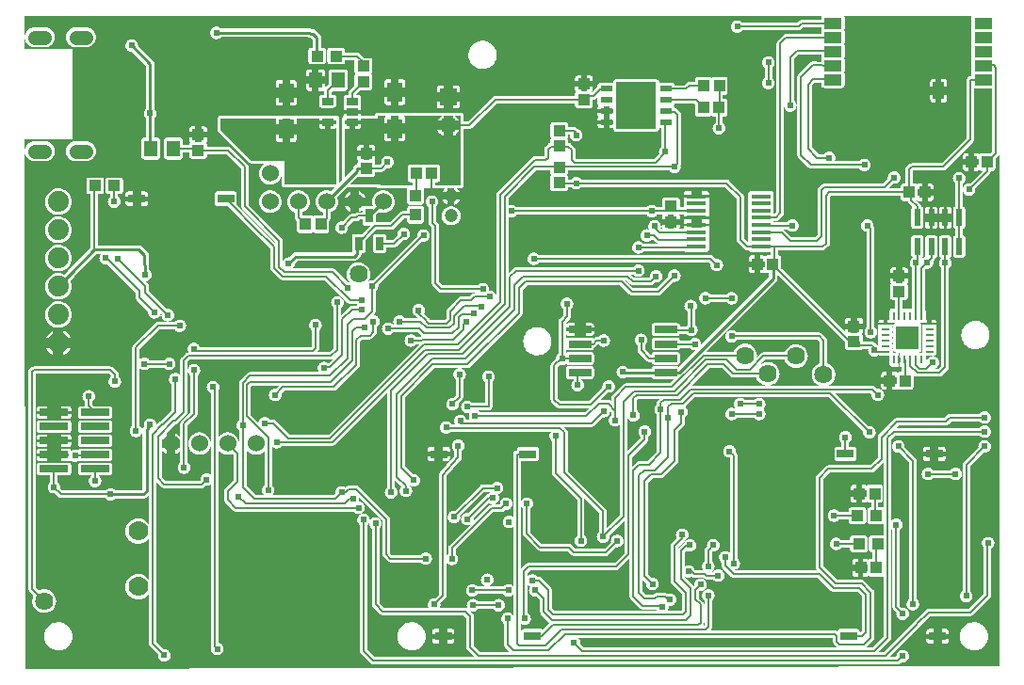
<source format=gbl>
G04 ---------------------------- Layer name :BOTTOM LAYER*
G04 EasyEDA v5.7.26, Mon, 08 Oct 2018 11:53:26 GMT*
G04 3e30844db99a4207a4187d0db1b8c40a*
G04 Gerber Generator version 0.2*
G04 Scale: 100 percent, Rotated: No, Reflected: No *
G04 Dimensions in inches *
G04 leading zeros omitted , absolute positions ,2 integer and 4 decimal *
%FSLAX24Y24*%
%MOIN*%
G90*
G70D02*

%ADD10C,0.010000*%
%ADD11C,0.006000*%
%ADD17C,0.024400*%
%ADD18C,0.024000*%
%ADD19R,0.043307X0.039370*%
%ADD20R,0.039370X0.043307*%
%ADD26R,0.053500X0.071500*%
%ADD28R,0.045670X0.057870*%
%ADD32R,0.071000X0.016000*%
%ADD34R,0.102400X0.025600*%
%ADD36R,0.062000X0.062000*%
%ADD37C,0.062000*%
%ADD38C,0.047240*%
%ADD39C,0.070000*%
%ADD40C,0.060000*%
%ADD41C,0.064000*%
%ADD42C,0.074000*%
%ADD43C,0.051181*%
%ADD44R,0.059055X0.031496*%
%ADD45R,0.041732X0.025591*%
%ADD46R,0.062992X0.039370*%
%ADD47R,0.039370X0.062992*%
%ADD48R,0.043000X0.039000*%
%ADD49R,0.031100X0.010200*%
%ADD50R,0.010200X0.031100*%
%ADD51R,0.080700X0.084600*%
%ADD52R,0.043300X0.023600*%
%ADD53R,0.141700X0.165400*%
%ADD54R,0.027559X0.049213*%
%ADD55R,0.039000X0.043000*%
%ADD56R,0.023622X0.059055*%
%ADD57R,0.080000X0.025900*%

%LPD*%
G36*
G01X15450Y19650D02*
G01X15450Y17175D01*
G01X14539Y17180D01*
G01X14539Y17282D01*
G01X14606Y17282D01*
G01X14611Y17283D01*
G01X14615Y17283D01*
G01X14619Y17283D01*
G01X14623Y17284D01*
G01X14627Y17285D01*
G01X14631Y17286D01*
G01X14635Y17287D01*
G01X14639Y17288D01*
G01X14643Y17289D01*
G01X14647Y17291D01*
G01X14650Y17293D01*
G01X14654Y17295D01*
G01X14658Y17297D01*
G01X14661Y17299D01*
G01X14665Y17301D01*
G01X14668Y17304D01*
G01X14671Y17306D01*
G01X14674Y17309D01*
G01X14677Y17312D01*
G01X14680Y17315D01*
G01X14683Y17318D01*
G01X14685Y17321D01*
G01X14688Y17324D01*
G01X14690Y17328D01*
G01X14692Y17331D01*
G01X14694Y17335D01*
G01X14696Y17339D01*
G01X14698Y17342D01*
G01X14700Y17346D01*
G01X14701Y17350D01*
G01X14702Y17354D01*
G01X14703Y17358D01*
G01X14704Y17362D01*
G01X14705Y17366D01*
G01X14706Y17370D01*
G01X14706Y17374D01*
G01X14706Y17378D01*
G01X14706Y17382D01*
G01X14706Y17817D01*
G01X14706Y17821D01*
G01X14706Y17825D01*
G01X14706Y17829D01*
G01X14705Y17833D01*
G01X14704Y17837D01*
G01X14703Y17841D01*
G01X14702Y17845D01*
G01X14701Y17849D01*
G01X14700Y17853D01*
G01X14698Y17857D01*
G01X14696Y17860D01*
G01X14694Y17864D01*
G01X14692Y17868D01*
G01X14690Y17871D01*
G01X14688Y17875D01*
G01X14685Y17878D01*
G01X14683Y17881D01*
G01X14680Y17884D01*
G01X14677Y17887D01*
G01X14674Y17890D01*
G01X14671Y17893D01*
G01X14668Y17895D01*
G01X14665Y17898D01*
G01X14661Y17900D01*
G01X14658Y17902D01*
G01X14654Y17904D01*
G01X14650Y17906D01*
G01X14647Y17908D01*
G01X14643Y17910D01*
G01X14639Y17911D01*
G01X14635Y17912D01*
G01X14631Y17913D01*
G01X14627Y17914D01*
G01X14623Y17915D01*
G01X14619Y17916D01*
G01X14615Y17916D01*
G01X14611Y17916D01*
G01X14606Y17917D01*
G01X14214Y17917D01*
G01X14209Y17916D01*
G01X14205Y17916D01*
G01X14201Y17916D01*
G01X14197Y17915D01*
G01X14193Y17914D01*
G01X14189Y17913D01*
G01X14185Y17912D01*
G01X14181Y17911D01*
G01X14177Y17910D01*
G01X14173Y17908D01*
G01X14170Y17906D01*
G01X14166Y17904D01*
G01X14162Y17902D01*
G01X14159Y17900D01*
G01X14155Y17898D01*
G01X14152Y17895D01*
G01X14149Y17893D01*
G01X14146Y17890D01*
G01X14143Y17887D01*
G01X14140Y17884D01*
G01X14137Y17881D01*
G01X14135Y17878D01*
G01X14135Y17878D01*
G01X14134Y17878D01*
G01X14132Y17881D01*
G01X14129Y17884D01*
G01X14126Y17887D01*
G01X14123Y17890D01*
G01X14120Y17893D01*
G01X14117Y17895D01*
G01X14114Y17898D01*
G01X14110Y17900D01*
G01X14107Y17902D01*
G01X14103Y17904D01*
G01X14099Y17906D01*
G01X14096Y17908D01*
G01X14092Y17910D01*
G01X14088Y17911D01*
G01X14084Y17912D01*
G01X14080Y17913D01*
G01X14076Y17914D01*
G01X14072Y17915D01*
G01X14068Y17916D01*
G01X14064Y17916D01*
G01X14060Y17916D01*
G01X14056Y17917D01*
G01X13663Y17917D01*
G01X13658Y17916D01*
G01X13654Y17916D01*
G01X13650Y17916D01*
G01X13646Y17915D01*
G01X13642Y17914D01*
G01X13638Y17913D01*
G01X13634Y17912D01*
G01X13630Y17911D01*
G01X13626Y17910D01*
G01X13622Y17908D01*
G01X13619Y17906D01*
G01X13615Y17904D01*
G01X13611Y17902D01*
G01X13608Y17900D01*
G01X13604Y17898D01*
G01X13601Y17895D01*
G01X13598Y17893D01*
G01X13595Y17890D01*
G01X13592Y17887D01*
G01X13589Y17884D01*
G01X13586Y17881D01*
G01X13584Y17878D01*
G01X13581Y17875D01*
G01X13579Y17871D01*
G01X13577Y17868D01*
G01X13575Y17864D01*
G01X13573Y17860D01*
G01X13571Y17857D01*
G01X13569Y17853D01*
G01X13568Y17849D01*
G01X13567Y17845D01*
G01X13566Y17841D01*
G01X13565Y17837D01*
G01X13564Y17833D01*
G01X13563Y17829D01*
G01X13563Y17825D01*
G01X13563Y17821D01*
G01X13563Y17817D01*
G01X13563Y17382D01*
G01X13563Y17378D01*
G01X13563Y17374D01*
G01X13563Y17370D01*
G01X13564Y17366D01*
G01X13565Y17362D01*
G01X13566Y17358D01*
G01X13567Y17354D01*
G01X13568Y17350D01*
G01X13569Y17346D01*
G01X13571Y17342D01*
G01X13573Y17339D01*
G01X13575Y17335D01*
G01X13577Y17331D01*
G01X13579Y17328D01*
G01X13581Y17324D01*
G01X13584Y17321D01*
G01X13586Y17318D01*
G01X13589Y17315D01*
G01X13592Y17312D01*
G01X13595Y17309D01*
G01X13598Y17306D01*
G01X13601Y17304D01*
G01X13604Y17301D01*
G01X13608Y17299D01*
G01X13611Y17297D01*
G01X13615Y17295D01*
G01X13619Y17293D01*
G01X13622Y17291D01*
G01X13626Y17289D01*
G01X13630Y17288D01*
G01X13634Y17287D01*
G01X13638Y17286D01*
G01X13642Y17285D01*
G01X13646Y17284D01*
G01X13650Y17283D01*
G01X13654Y17283D01*
G01X13658Y17283D01*
G01X13663Y17282D01*
G01X13729Y17282D01*
G01X13729Y17185D01*
G01X11511Y17199D01*
G01X11808Y17496D01*
G01X11809Y17495D01*
G01X11812Y17492D01*
G01X11815Y17489D01*
G01X11818Y17486D01*
G01X11821Y17484D01*
G01X11824Y17481D01*
G01X11828Y17479D01*
G01X11831Y17477D01*
G01X11835Y17475D01*
G01X11839Y17473D01*
G01X11842Y17471D01*
G01X11846Y17469D01*
G01X11850Y17468D01*
G01X11854Y17467D01*
G01X11858Y17466D01*
G01X11862Y17465D01*
G01X11866Y17464D01*
G01X11870Y17463D01*
G01X11874Y17463D01*
G01X11878Y17463D01*
G01X11882Y17463D01*
G01X12317Y17463D01*
G01X12321Y17463D01*
G01X12325Y17463D01*
G01X12329Y17463D01*
G01X12333Y17464D01*
G01X12337Y17465D01*
G01X12341Y17466D01*
G01X12345Y17467D01*
G01X12349Y17468D01*
G01X12353Y17469D01*
G01X12357Y17471D01*
G01X12360Y17473D01*
G01X12364Y17475D01*
G01X12368Y17477D01*
G01X12371Y17479D01*
G01X12375Y17481D01*
G01X12378Y17484D01*
G01X12381Y17486D01*
G01X12384Y17489D01*
G01X12387Y17492D01*
G01X12390Y17495D01*
G01X12393Y17498D01*
G01X12395Y17501D01*
G01X12398Y17504D01*
G01X12400Y17508D01*
G01X12402Y17511D01*
G01X12404Y17515D01*
G01X12406Y17519D01*
G01X12408Y17522D01*
G01X12410Y17526D01*
G01X12411Y17530D01*
G01X12412Y17534D01*
G01X12413Y17538D01*
G01X12414Y17542D01*
G01X12415Y17546D01*
G01X12416Y17550D01*
G01X12416Y17554D01*
G01X12416Y17558D01*
G01X12417Y17563D01*
G01X12417Y17644D01*
G01X12625Y17644D01*
G01X12629Y17645D01*
G01X12634Y17645D01*
G01X12639Y17645D01*
G01X12644Y17646D01*
G01X12649Y17647D01*
G01X12653Y17648D01*
G01X12658Y17649D01*
G01X12663Y17650D01*
G01X12667Y17652D01*
G01X12672Y17653D01*
G01X12676Y17655D01*
G01X12681Y17657D01*
G01X12685Y17660D01*
G01X12689Y17662D01*
G01X12694Y17664D01*
G01X12698Y17667D01*
G01X12702Y17670D01*
G01X12706Y17673D01*
G01X12709Y17676D01*
G01X12713Y17679D01*
G01X12716Y17683D01*
G01X12814Y17780D01*
G01X12822Y17778D01*
G01X12844Y17777D01*
G01X12866Y17777D01*
G01X12888Y17780D01*
G01X12910Y17785D01*
G01X12931Y17792D01*
G01X12951Y17801D01*
G01X12970Y17812D01*
G01X12989Y17825D01*
G01X13005Y17840D01*
G01X13020Y17856D01*
G01X13034Y17874D01*
G01X13045Y17893D01*
G01X13055Y17913D01*
G01X13063Y17934D01*
G01X13068Y17955D01*
G01X13071Y17977D01*
G01X13072Y18000D01*
G01X13071Y18022D01*
G01X13068Y18044D01*
G01X13063Y18065D01*
G01X13055Y18086D01*
G01X13045Y18106D01*
G01X13034Y18125D01*
G01X13020Y18143D01*
G01X13005Y18159D01*
G01X12989Y18174D01*
G01X12970Y18187D01*
G01X12951Y18198D01*
G01X12931Y18207D01*
G01X12910Y18214D01*
G01X12888Y18219D01*
G01X12866Y18222D01*
G01X12844Y18222D01*
G01X12822Y18221D01*
G01X12800Y18217D01*
G01X12778Y18211D01*
G01X12758Y18203D01*
G01X12738Y18193D01*
G01X12719Y18181D01*
G01X12702Y18167D01*
G01X12686Y18151D01*
G01X12672Y18134D01*
G01X12659Y18116D01*
G01X12649Y18096D01*
G01X12640Y18076D01*
G01X12633Y18055D01*
G01X12629Y18033D01*
G01X12627Y18011D01*
G01X12627Y17988D01*
G01X12629Y17966D01*
G01X12630Y17963D01*
G01X12571Y17905D01*
G01X12417Y17905D01*
G01X12417Y17955D01*
G01X12416Y17960D01*
G01X12416Y17964D01*
G01X12416Y17968D01*
G01X12415Y17972D01*
G01X12414Y17976D01*
G01X12413Y17980D01*
G01X12412Y17984D01*
G01X12411Y17988D01*
G01X12410Y17992D01*
G01X12408Y17996D01*
G01X12406Y17999D01*
G01X12404Y18003D01*
G01X12402Y18007D01*
G01X12400Y18010D01*
G01X12398Y18014D01*
G01X12395Y18017D01*
G01X12393Y18020D01*
G01X12390Y18023D01*
G01X12387Y18026D01*
G01X12384Y18029D01*
G01X12381Y18032D01*
G01X12378Y18034D01*
G01X12378Y18034D01*
G01X12378Y18035D01*
G01X12381Y18037D01*
G01X12384Y18040D01*
G01X12387Y18043D01*
G01X12390Y18046D01*
G01X12393Y18049D01*
G01X12395Y18052D01*
G01X12398Y18055D01*
G01X12400Y18059D01*
G01X12402Y18062D01*
G01X12404Y18066D01*
G01X12406Y18070D01*
G01X12408Y18073D01*
G01X12410Y18077D01*
G01X12411Y18081D01*
G01X12412Y18085D01*
G01X12413Y18089D01*
G01X12414Y18093D01*
G01X12415Y18097D01*
G01X12416Y18101D01*
G01X12416Y18105D01*
G01X12416Y18109D01*
G01X12417Y18113D01*
G01X12417Y18212D01*
G01X12416Y18212D01*
G01X12208Y18212D01*
G01X12208Y18055D01*
G01X11991Y18055D01*
G01X11991Y18212D01*
G01X11783Y18212D01*
G01X11782Y18212D01*
G01X11782Y18113D01*
G01X11783Y18109D01*
G01X11783Y18105D01*
G01X11783Y18101D01*
G01X11784Y18097D01*
G01X11785Y18093D01*
G01X11786Y18089D01*
G01X11787Y18085D01*
G01X11788Y18081D01*
G01X11789Y18077D01*
G01X11791Y18073D01*
G01X11793Y18070D01*
G01X11795Y18066D01*
G01X11797Y18062D01*
G01X11799Y18059D01*
G01X11801Y18055D01*
G01X11804Y18052D01*
G01X11806Y18049D01*
G01X11809Y18046D01*
G01X11812Y18043D01*
G01X11815Y18040D01*
G01X11818Y18037D01*
G01X11821Y18035D01*
G01X11821Y18034D01*
G01X11821Y18034D01*
G01X11818Y18032D01*
G01X11815Y18029D01*
G01X11812Y18026D01*
G01X11809Y18023D01*
G01X11806Y18020D01*
G01X11804Y18017D01*
G01X11801Y18014D01*
G01X11799Y18010D01*
G01X11797Y18007D01*
G01X11795Y18003D01*
G01X11793Y17999D01*
G01X11791Y17996D01*
G01X11789Y17992D01*
G01X11788Y17988D01*
G01X11787Y17984D01*
G01X11786Y17980D01*
G01X11785Y17976D01*
G01X11784Y17972D01*
G01X11783Y17968D01*
G01X11783Y17964D01*
G01X11783Y17960D01*
G01X11782Y17955D01*
G01X11782Y17909D01*
G01X11772Y17909D01*
G01X11770Y17908D01*
G01X11768Y17908D01*
G01X11766Y17908D01*
G01X11764Y17908D01*
G01X11762Y17908D01*
G01X11760Y17908D01*
G01X11758Y17908D01*
G01X11757Y17908D01*
G01X11755Y17908D01*
G01X11753Y17907D01*
G01X11751Y17907D01*
G01X11749Y17907D01*
G01X11747Y17907D01*
G01X11745Y17906D01*
G01X11744Y17906D01*
G01X11742Y17906D01*
G01X11740Y17905D01*
G01X11738Y17905D01*
G01X11736Y17904D01*
G01X11734Y17904D01*
G01X11733Y17903D01*
G01X11731Y17903D01*
G01X11729Y17902D01*
G01X11727Y17902D01*
G01X11725Y17901D01*
G01X11724Y17901D01*
G01X11722Y17900D01*
G01X11720Y17899D01*
G01X11719Y17899D01*
G01X11717Y17898D01*
G01X11715Y17897D01*
G01X11713Y17897D01*
G01X11712Y17896D01*
G01X11710Y17895D01*
G01X11708Y17894D01*
G01X11706Y17894D01*
G01X11705Y17893D01*
G01X11703Y17892D01*
G01X11701Y17891D01*
G01X11700Y17890D01*
G01X11698Y17889D01*
G01X11697Y17888D01*
G01X11695Y17887D01*
G01X11693Y17886D01*
G01X11692Y17885D01*
G01X11690Y17884D01*
G01X11689Y17884D01*
G01X11687Y17882D01*
G01X11685Y17881D01*
G01X11684Y17880D01*
G01X11683Y17879D01*
G01X11681Y17878D01*
G01X11679Y17877D01*
G01X11678Y17876D01*
G01X11677Y17875D01*
G01X11675Y17873D01*
G01X11674Y17872D01*
G01X11672Y17871D01*
G01X11671Y17870D01*
G01X11669Y17868D01*
G01X11668Y17867D01*
G01X11667Y17866D01*
G01X11665Y17865D01*
G01X11664Y17863D01*
G01X11663Y17862D01*
G01X11662Y17861D01*
G01X11660Y17859D01*
G01X11659Y17858D01*
G01X11658Y17857D01*
G01X11657Y17855D01*
G01X11655Y17853D01*
G01X11654Y17852D01*
G01X11653Y17851D01*
G01X11652Y17849D01*
G01X11651Y17847D01*
G01X11650Y17846D01*
G01X11649Y17845D01*
G01X11648Y17843D01*
G01X11646Y17841D01*
G01X11646Y17840D01*
G01X11645Y17838D01*
G01X11644Y17837D01*
G01X11643Y17835D01*
G01X11642Y17834D01*
G01X11641Y17832D01*
G01X11640Y17830D01*
G01X11639Y17829D01*
G01X11638Y17827D01*
G01X11637Y17825D01*
G01X11636Y17824D01*
G01X11636Y17822D01*
G01X11635Y17820D01*
G01X11634Y17818D01*
G01X11633Y17817D01*
G01X11633Y17815D01*
G01X11632Y17813D01*
G01X11631Y17811D01*
G01X11631Y17810D01*
G01X11630Y17808D01*
G01X11629Y17806D01*
G01X11629Y17805D01*
G01X11628Y17803D01*
G01X11628Y17801D01*
G01X11627Y17799D01*
G01X11627Y17797D01*
G01X11626Y17796D01*
G01X11626Y17794D01*
G01X11625Y17792D01*
G01X11625Y17790D01*
G01X11624Y17788D01*
G01X11624Y17786D01*
G01X11624Y17785D01*
G01X11624Y17783D01*
G01X11623Y17781D01*
G01X11623Y17779D01*
G01X11623Y17777D01*
G01X11622Y17775D01*
G01X11622Y17773D01*
G01X11622Y17772D01*
G01X11622Y17770D01*
G01X11622Y17768D01*
G01X11622Y17766D01*
G01X11622Y17764D01*
G01X11622Y17762D01*
G01X11622Y17760D01*
G01X11622Y17759D01*
G01X11622Y17734D01*
G01X11350Y17462D01*
G01X11350Y19182D01*
G01X11350Y19182D01*
G01X11354Y19180D01*
G01X11358Y19179D01*
G01X11362Y19178D01*
G01X11366Y19177D01*
G01X11370Y19176D01*
G01X11374Y19175D01*
G01X11378Y19174D01*
G01X11382Y19174D01*
G01X11386Y19174D01*
G01X11390Y19173D01*
G01X11495Y19173D01*
G01X11495Y19338D01*
G01X11350Y19338D01*
G01X11350Y19465D01*
G01X11495Y19465D01*
G01X11495Y19548D01*
G01X11704Y19548D01*
G01X11704Y19465D01*
G01X11908Y19465D01*
G01X11909Y19465D01*
G01X11909Y19530D01*
G01X11908Y19534D01*
G01X11908Y19538D01*
G01X11908Y19542D01*
G01X11907Y19546D01*
G01X11906Y19550D01*
G01X12500Y19550D01*
G01X12500Y19650D01*
G01X14785Y19650D01*
G01X14760Y19633D01*
G01X14728Y19608D01*
G01X14698Y19579D01*
G01X14672Y19548D01*
G01X14649Y19514D01*
G01X14629Y19478D01*
G01X14619Y19455D01*
G01X14844Y19455D01*
G01X14844Y19650D01*
G01X15155Y19650D01*
G01X15155Y19455D01*
G01X15380Y19455D01*
G01X15378Y19459D01*
G01X15360Y19496D01*
G01X15339Y19531D01*
G01X15314Y19564D01*
G01X15286Y19594D01*
G01X15256Y19621D01*
G01X15222Y19645D01*
G01X15214Y19650D01*
G01X15450Y19650D01*
G37*

%LPC*%
G36*
G01X12416Y18408D02*
G01X12417Y18408D01*
G01X12417Y18507D01*
G01X12416Y18511D01*
G01X12416Y18515D01*
G01X12416Y18519D01*
G01X12415Y18523D01*
G01X12414Y18527D01*
G01X12413Y18531D01*
G01X12412Y18535D01*
G01X12411Y18539D01*
G01X12410Y18543D01*
G01X12408Y18547D01*
G01X12406Y18550D01*
G01X12404Y18554D01*
G01X12402Y18558D01*
G01X12400Y18561D01*
G01X12398Y18565D01*
G01X12395Y18568D01*
G01X12393Y18571D01*
G01X12390Y18574D01*
G01X12387Y18577D01*
G01X12384Y18580D01*
G01X12381Y18583D01*
G01X12378Y18585D01*
G01X12375Y18588D01*
G01X12371Y18590D01*
G01X12368Y18592D01*
G01X12364Y18594D01*
G01X12360Y18596D01*
G01X12357Y18598D01*
G01X12353Y18600D01*
G01X12349Y18601D01*
G01X12345Y18602D01*
G01X12341Y18603D01*
G01X12337Y18604D01*
G01X12333Y18605D01*
G01X12329Y18606D01*
G01X12325Y18606D01*
G01X12321Y18606D01*
G01X12317Y18607D01*
G01X12208Y18607D01*
G01X12208Y18408D01*
G01X12416Y18408D01*
G37*
G36*
G01X11782Y18507D02*
G01X11782Y18408D01*
G01X11783Y18408D01*
G01X11991Y18408D01*
G01X11991Y18607D01*
G01X11882Y18607D01*
G01X11878Y18606D01*
G01X11874Y18606D01*
G01X11870Y18606D01*
G01X11866Y18605D01*
G01X11862Y18604D01*
G01X11858Y18603D01*
G01X11854Y18602D01*
G01X11850Y18601D01*
G01X11846Y18600D01*
G01X11842Y18598D01*
G01X11839Y18596D01*
G01X11835Y18594D01*
G01X11831Y18592D01*
G01X11828Y18590D01*
G01X11824Y18588D01*
G01X11821Y18585D01*
G01X11818Y18583D01*
G01X11815Y18580D01*
G01X11812Y18577D01*
G01X11809Y18574D01*
G01X11806Y18571D01*
G01X11804Y18568D01*
G01X11801Y18565D01*
G01X11799Y18561D01*
G01X11797Y18558D01*
G01X11795Y18554D01*
G01X11793Y18550D01*
G01X11791Y18547D01*
G01X11789Y18543D01*
G01X11788Y18539D01*
G01X11787Y18535D01*
G01X11786Y18531D01*
G01X11785Y18527D01*
G01X11784Y18523D01*
G01X11783Y18519D01*
G01X11783Y18515D01*
G01X11783Y18511D01*
G01X11782Y18507D01*
G37*
G36*
G01X13244Y19005D02*
G01X13244Y18727D01*
G01X13377Y18727D01*
G01X13382Y18727D01*
G01X13386Y18727D01*
G01X13390Y18727D01*
G01X13394Y18728D01*
G01X13398Y18729D01*
G01X13402Y18730D01*
G01X13406Y18731D01*
G01X13410Y18732D01*
G01X13414Y18733D01*
G01X13418Y18735D01*
G01X13421Y18737D01*
G01X13425Y18739D01*
G01X13429Y18741D01*
G01X13432Y18743D01*
G01X13436Y18745D01*
G01X13439Y18748D01*
G01X13442Y18750D01*
G01X13445Y18753D01*
G01X13448Y18756D01*
G01X13451Y18759D01*
G01X13454Y18762D01*
G01X13456Y18765D01*
G01X13459Y18768D01*
G01X13461Y18772D01*
G01X13463Y18775D01*
G01X13465Y18779D01*
G01X13467Y18783D01*
G01X13469Y18786D01*
G01X13471Y18790D01*
G01X13472Y18794D01*
G01X13473Y18798D01*
G01X13474Y18802D01*
G01X13475Y18806D01*
G01X13476Y18810D01*
G01X13477Y18814D01*
G01X13477Y18818D01*
G01X13477Y18822D01*
G01X13477Y18827D01*
G01X13477Y19005D01*
G01X13244Y19005D01*
G37*
G36*
G01X12838Y18727D02*
G01X12843Y18727D01*
G01X12976Y18727D01*
G01X12976Y19005D01*
G01X12743Y19005D01*
G01X12743Y18827D01*
G01X12743Y18822D01*
G01X12743Y18818D01*
G01X12743Y18814D01*
G01X12744Y18810D01*
G01X12745Y18806D01*
G01X12746Y18802D01*
G01X12747Y18798D01*
G01X12748Y18794D01*
G01X12749Y18790D01*
G01X12751Y18786D01*
G01X12753Y18783D01*
G01X12755Y18779D01*
G01X12757Y18775D01*
G01X12759Y18772D01*
G01X12761Y18768D01*
G01X12764Y18765D01*
G01X12766Y18762D01*
G01X12769Y18759D01*
G01X12772Y18756D01*
G01X12775Y18753D01*
G01X12778Y18750D01*
G01X12781Y18748D01*
G01X12784Y18745D01*
G01X12788Y18743D01*
G01X12791Y18741D01*
G01X12795Y18739D01*
G01X12799Y18737D01*
G01X12802Y18735D01*
G01X12806Y18733D01*
G01X12810Y18732D01*
G01X12814Y18731D01*
G01X12818Y18730D01*
G01X12822Y18729D01*
G01X12826Y18728D01*
G01X12830Y18727D01*
G01X12834Y18727D01*
G01X12838Y18727D01*
G37*
G36*
G01X15155Y19144D02*
G01X15155Y18919D01*
G01X15187Y18934D01*
G01X15222Y18954D01*
G01X15256Y18978D01*
G01X15286Y19005D01*
G01X15314Y19035D01*
G01X15339Y19068D01*
G01X15360Y19103D01*
G01X15378Y19140D01*
G01X15380Y19144D01*
G01X15155Y19144D01*
G37*
G36*
G01X14830Y18925D02*
G01X14844Y18919D01*
G01X14844Y19144D01*
G01X14619Y19144D01*
G01X14629Y19121D01*
G01X14649Y19085D01*
G01X14672Y19051D01*
G01X14698Y19020D01*
G01X14728Y18991D01*
G01X14760Y18966D01*
G01X14794Y18944D01*
G01X14830Y18925D01*
G37*
G36*
G01X11704Y19338D02*
G01X11704Y19173D01*
G01X11809Y19173D01*
G01X11813Y19174D01*
G01X11817Y19174D01*
G01X11821Y19174D01*
G01X11825Y19175D01*
G01X11829Y19176D01*
G01X11833Y19177D01*
G01X11837Y19178D01*
G01X11841Y19179D01*
G01X11845Y19180D01*
G01X11849Y19182D01*
G01X11852Y19184D01*
G01X11856Y19186D01*
G01X11860Y19188D01*
G01X11863Y19190D01*
G01X11867Y19192D01*
G01X11870Y19195D01*
G01X11873Y19197D01*
G01X11876Y19200D01*
G01X11879Y19203D01*
G01X11882Y19206D01*
G01X11885Y19209D01*
G01X11887Y19212D01*
G01X11890Y19215D01*
G01X11892Y19219D01*
G01X11894Y19222D01*
G01X11896Y19226D01*
G01X11898Y19230D01*
G01X11900Y19233D01*
G01X11902Y19237D01*
G01X11903Y19241D01*
G01X11904Y19245D01*
G01X11905Y19249D01*
G01X11906Y19253D01*
G01X11907Y19257D01*
G01X11908Y19261D01*
G01X11908Y19265D01*
G01X11908Y19269D01*
G01X11909Y19273D01*
G01X11909Y19338D01*
G01X11908Y19338D01*
G01X11704Y19338D01*
G37*
G36*
G01X13244Y19642D02*
G01X13244Y19363D01*
G01X13477Y19363D01*
G01X13477Y19542D01*
G01X13477Y19546D01*
G01X13477Y19550D01*
G01X13477Y19554D01*
G01X13476Y19558D01*
G01X13475Y19562D01*
G01X13474Y19566D01*
G01X13473Y19570D01*
G01X13472Y19574D01*
G01X13471Y19578D01*
G01X13469Y19582D01*
G01X13467Y19585D01*
G01X13465Y19589D01*
G01X13463Y19593D01*
G01X13461Y19596D01*
G01X13459Y19600D01*
G01X13456Y19603D01*
G01X13454Y19606D01*
G01X13451Y19609D01*
G01X13448Y19612D01*
G01X13445Y19615D01*
G01X13442Y19618D01*
G01X13439Y19620D01*
G01X13436Y19623D01*
G01X13432Y19625D01*
G01X13429Y19627D01*
G01X13425Y19629D01*
G01X13421Y19631D01*
G01X13418Y19633D01*
G01X13414Y19635D01*
G01X13410Y19636D01*
G01X13406Y19637D01*
G01X13402Y19638D01*
G01X13398Y19639D01*
G01X13394Y19640D01*
G01X13390Y19641D01*
G01X13386Y19641D01*
G01X13382Y19641D01*
G01X13377Y19642D01*
G01X13244Y19642D01*
G37*
G36*
G01X12743Y19542D02*
G01X12743Y19363D01*
G01X12976Y19363D01*
G01X12976Y19642D01*
G01X12843Y19642D01*
G01X12838Y19641D01*
G01X12834Y19641D01*
G01X12830Y19641D01*
G01X12826Y19640D01*
G01X12822Y19639D01*
G01X12818Y19638D01*
G01X12814Y19637D01*
G01X12810Y19636D01*
G01X12806Y19635D01*
G01X12802Y19633D01*
G01X12799Y19631D01*
G01X12795Y19629D01*
G01X12791Y19627D01*
G01X12788Y19625D01*
G01X12784Y19623D01*
G01X12781Y19620D01*
G01X12778Y19618D01*
G01X12775Y19615D01*
G01X12772Y19612D01*
G01X12769Y19609D01*
G01X12766Y19606D01*
G01X12764Y19603D01*
G01X12761Y19600D01*
G01X12759Y19596D01*
G01X12757Y19593D01*
G01X12755Y19589D01*
G01X12753Y19585D01*
G01X12751Y19582D01*
G01X12749Y19578D01*
G01X12748Y19574D01*
G01X12747Y19570D01*
G01X12746Y19566D01*
G01X12745Y19562D01*
G01X12744Y19558D01*
G01X12743Y19554D01*
G01X12743Y19550D01*
G01X12743Y19546D01*
G01X12743Y19542D01*
G37*

%LPD*%
G36*
G01X11050Y17200D02*
G01X9200Y17200D01*
G01X9200Y18050D01*
G01X8050Y18050D01*
G01X6950Y19100D01*
G01X6950Y19550D01*
G01X8898Y19550D01*
G01X8898Y19549D01*
G01X8897Y19545D01*
G01X8896Y19541D01*
G01X8895Y19537D01*
G01X8894Y19533D01*
G01X8893Y19529D01*
G01X8893Y19525D01*
G01X8893Y19521D01*
G01X8893Y19517D01*
G01X8893Y19338D01*
G01X9126Y19338D01*
G01X9126Y19550D01*
G01X9394Y19550D01*
G01X9394Y19338D01*
G01X9627Y19338D01*
G01X9627Y19517D01*
G01X9627Y19521D01*
G01X9627Y19525D01*
G01X9627Y19529D01*
G01X9626Y19533D01*
G01X9625Y19537D01*
G01X9624Y19541D01*
G01X9623Y19545D01*
G01X9622Y19549D01*
G01X9622Y19550D01*
G01X10427Y19550D01*
G01X10426Y19546D01*
G01X10425Y19542D01*
G01X10425Y19538D01*
G01X10425Y19534D01*
G01X10425Y19530D01*
G01X10425Y19465D01*
G01X10425Y19465D01*
G01X10629Y19465D01*
G01X10629Y19550D01*
G01X10838Y19550D01*
G01X10838Y19465D01*
G01X11042Y19465D01*
G01X11043Y19465D01*
G01X11043Y19530D01*
G01X11042Y19534D01*
G01X11042Y19538D01*
G01X11042Y19542D01*
G01X11041Y19546D01*
G01X11040Y19550D01*
G01X11050Y19550D01*
G01X11050Y17200D01*
G37*

%LPC*%
G36*
G01X9394Y18980D02*
G01X9394Y18702D01*
G01X9527Y18702D01*
G01X9532Y18702D01*
G01X9536Y18702D01*
G01X9540Y18702D01*
G01X9544Y18703D01*
G01X9548Y18704D01*
G01X9552Y18705D01*
G01X9556Y18706D01*
G01X9560Y18707D01*
G01X9564Y18708D01*
G01X9568Y18710D01*
G01X9571Y18712D01*
G01X9575Y18714D01*
G01X9579Y18716D01*
G01X9582Y18718D01*
G01X9586Y18720D01*
G01X9589Y18723D01*
G01X9592Y18725D01*
G01X9595Y18728D01*
G01X9598Y18731D01*
G01X9601Y18734D01*
G01X9604Y18737D01*
G01X9606Y18740D01*
G01X9609Y18743D01*
G01X9611Y18747D01*
G01X9613Y18750D01*
G01X9615Y18754D01*
G01X9617Y18758D01*
G01X9619Y18761D01*
G01X9621Y18765D01*
G01X9622Y18769D01*
G01X9623Y18773D01*
G01X9624Y18777D01*
G01X9625Y18781D01*
G01X9626Y18785D01*
G01X9627Y18789D01*
G01X9627Y18793D01*
G01X9627Y18797D01*
G01X9627Y18802D01*
G01X9627Y18980D01*
G01X9394Y18980D01*
G37*
G36*
G01X8988Y18702D02*
G01X8993Y18702D01*
G01X9126Y18702D01*
G01X9126Y18980D01*
G01X8893Y18980D01*
G01X8893Y18802D01*
G01X8893Y18797D01*
G01X8893Y18793D01*
G01X8893Y18789D01*
G01X8894Y18785D01*
G01X8895Y18781D01*
G01X8896Y18777D01*
G01X8897Y18773D01*
G01X8898Y18769D01*
G01X8899Y18765D01*
G01X8901Y18761D01*
G01X8903Y18758D01*
G01X8905Y18754D01*
G01X8907Y18750D01*
G01X8909Y18747D01*
G01X8911Y18743D01*
G01X8914Y18740D01*
G01X8916Y18737D01*
G01X8919Y18734D01*
G01X8922Y18731D01*
G01X8925Y18728D01*
G01X8928Y18725D01*
G01X8931Y18723D01*
G01X8934Y18720D01*
G01X8938Y18718D01*
G01X8941Y18716D01*
G01X8945Y18714D01*
G01X8949Y18712D01*
G01X8952Y18710D01*
G01X8956Y18708D01*
G01X8960Y18707D01*
G01X8964Y18706D01*
G01X8968Y18705D01*
G01X8972Y18704D01*
G01X8976Y18703D01*
G01X8980Y18702D01*
G01X8984Y18702D01*
G01X8988Y18702D01*
G37*
G36*
G01X10838Y19338D02*
G01X10838Y19173D01*
G01X10943Y19173D01*
G01X10947Y19174D01*
G01X10951Y19174D01*
G01X10955Y19174D01*
G01X10959Y19175D01*
G01X10963Y19176D01*
G01X10967Y19177D01*
G01X10971Y19178D01*
G01X10975Y19179D01*
G01X10979Y19180D01*
G01X10983Y19182D01*
G01X10986Y19184D01*
G01X10990Y19186D01*
G01X10994Y19188D01*
G01X10997Y19190D01*
G01X11001Y19192D01*
G01X11004Y19195D01*
G01X11007Y19197D01*
G01X11010Y19200D01*
G01X11013Y19203D01*
G01X11016Y19206D01*
G01X11019Y19209D01*
G01X11021Y19212D01*
G01X11024Y19215D01*
G01X11026Y19219D01*
G01X11028Y19222D01*
G01X11030Y19226D01*
G01X11032Y19230D01*
G01X11034Y19233D01*
G01X11036Y19237D01*
G01X11037Y19241D01*
G01X11038Y19245D01*
G01X11039Y19249D01*
G01X11040Y19253D01*
G01X11041Y19257D01*
G01X11042Y19261D01*
G01X11042Y19265D01*
G01X11042Y19269D01*
G01X11043Y19273D01*
G01X11043Y19338D01*
G01X11042Y19338D01*
G01X10838Y19338D01*
G37*
G36*
G01X10520Y19174D02*
G01X10525Y19173D01*
G01X10629Y19173D01*
G01X10629Y19338D01*
G01X10425Y19338D01*
G01X10425Y19338D01*
G01X10425Y19273D01*
G01X10425Y19269D01*
G01X10425Y19265D01*
G01X10425Y19261D01*
G01X10426Y19257D01*
G01X10427Y19253D01*
G01X10428Y19249D01*
G01X10429Y19245D01*
G01X10430Y19241D01*
G01X10431Y19237D01*
G01X10433Y19233D01*
G01X10435Y19230D01*
G01X10437Y19226D01*
G01X10439Y19222D01*
G01X10441Y19219D01*
G01X10443Y19215D01*
G01X10446Y19212D01*
G01X10448Y19209D01*
G01X10451Y19206D01*
G01X10454Y19203D01*
G01X10457Y19200D01*
G01X10460Y19197D01*
G01X10463Y19195D01*
G01X10466Y19192D01*
G01X10470Y19190D01*
G01X10473Y19188D01*
G01X10477Y19186D01*
G01X10481Y19184D01*
G01X10484Y19182D01*
G01X10488Y19180D01*
G01X10492Y19179D01*
G01X10496Y19178D01*
G01X10500Y19177D01*
G01X10504Y19176D01*
G01X10508Y19175D01*
G01X10512Y19174D01*
G01X10516Y19174D01*
G01X10520Y19174D01*
G37*

%LPD*%
G36*
G01X11290Y19650D02*
G01X10450Y19650D01*
G01X10450Y19750D01*
G01X6950Y19750D01*
G01X6950Y22350D01*
G01X9875Y22350D01*
G01X9875Y21350D01*
G01X10425Y21350D01*
G01X10426Y21288D01*
G01X10414Y21288D01*
G01X10414Y21044D01*
G01X10430Y21044D01*
G01X10435Y20755D01*
G01X10414Y20755D01*
G01X10414Y20511D01*
G01X10439Y20511D01*
G01X10442Y20334D01*
G01X10441Y20332D01*
G01X10439Y20329D01*
G01X10437Y20325D01*
G01X10435Y20321D01*
G01X10433Y20318D01*
G01X10431Y20314D01*
G01X10430Y20310D01*
G01X10429Y20306D01*
G01X10428Y20302D01*
G01X10427Y20298D01*
G01X10426Y20294D01*
G01X10425Y20290D01*
G01X10425Y20286D01*
G01X10425Y20282D01*
G01X10425Y20278D01*
G01X10425Y20021D01*
G01X10425Y20017D01*
G01X10425Y20013D01*
G01X10425Y20009D01*
G01X10426Y20005D01*
G01X10427Y20001D01*
G01X10428Y19997D01*
G01X10429Y19993D01*
G01X10430Y19989D01*
G01X10431Y19985D01*
G01X10433Y19981D01*
G01X10435Y19978D01*
G01X10437Y19974D01*
G01X10439Y19970D01*
G01X10441Y19967D01*
G01X10443Y19963D01*
G01X10446Y19960D01*
G01X10448Y19957D01*
G01X10449Y19956D01*
G01X10450Y19925D01*
G01X10500Y19925D01*
G01X10504Y19924D01*
G01X10508Y19923D01*
G01X10512Y19922D01*
G01X10516Y19922D01*
G01X10520Y19922D01*
G01X10525Y19921D01*
G01X10943Y19921D01*
G01X10947Y19922D01*
G01X10951Y19922D01*
G01X10955Y19922D01*
G01X10959Y19923D01*
G01X10963Y19924D01*
G01X10967Y19925D01*
G01X11293Y19925D01*
G01X11293Y19924D01*
G01X11292Y19920D01*
G01X11291Y19916D01*
G01X11291Y19912D01*
G01X11291Y19908D01*
G01X11290Y19903D01*
G01X11290Y19839D01*
G01X11291Y19839D01*
G01X11495Y19839D01*
G01X11495Y19921D01*
G01X11704Y19921D01*
G01X11704Y19839D01*
G01X11908Y19839D01*
G01X11909Y19839D01*
G01X11909Y19903D01*
G01X11908Y19908D01*
G01X11908Y19912D01*
G01X11908Y19916D01*
G01X11907Y19920D01*
G01X11906Y19924D01*
G01X11906Y19925D01*
G01X11975Y19925D01*
G01X11975Y20450D01*
G01X12350Y20450D01*
G01X12375Y22350D01*
G01X15450Y22350D01*
G01X15450Y19900D01*
G01X15353Y19900D01*
G01X15353Y19900D01*
G01X15357Y19902D01*
G01X15361Y19904D01*
G01X15364Y19906D01*
G01X15368Y19908D01*
G01X15371Y19911D01*
G01X15374Y19913D01*
G01X15377Y19916D01*
G01X15380Y19919D01*
G01X15383Y19922D01*
G01X15386Y19925D01*
G01X15388Y19928D01*
G01X15391Y19931D01*
G01X15393Y19935D01*
G01X15395Y19938D01*
G01X15397Y19942D01*
G01X15399Y19946D01*
G01X15401Y19949D01*
G01X15403Y19953D01*
G01X15404Y19957D01*
G01X15405Y19961D01*
G01X15406Y19965D01*
G01X15407Y19969D01*
G01X15408Y19973D01*
G01X15409Y19977D01*
G01X15409Y19981D01*
G01X15409Y19985D01*
G01X15410Y19990D01*
G01X15410Y20144D01*
G01X15155Y20144D01*
G01X15155Y19900D01*
G01X14844Y19900D01*
G01X14844Y20144D01*
G01X14589Y20144D01*
G01X14589Y19990D01*
G01X14590Y19985D01*
G01X14590Y19981D01*
G01X14590Y19977D01*
G01X14591Y19973D01*
G01X14592Y19969D01*
G01X14593Y19965D01*
G01X14594Y19961D01*
G01X14595Y19957D01*
G01X14596Y19953D01*
G01X14598Y19949D01*
G01X14600Y19946D01*
G01X14602Y19942D01*
G01X14604Y19938D01*
G01X14606Y19935D01*
G01X14608Y19931D01*
G01X14611Y19928D01*
G01X14613Y19925D01*
G01X14616Y19922D01*
G01X14619Y19919D01*
G01X14622Y19916D01*
G01X14625Y19913D01*
G01X14628Y19911D01*
G01X14631Y19908D01*
G01X14635Y19906D01*
G01X14638Y19904D01*
G01X14642Y19902D01*
G01X14646Y19900D01*
G01X14646Y19900D01*
G01X12200Y19900D01*
G01X12200Y19650D01*
G01X11909Y19650D01*
G01X11909Y19712D01*
G01X11908Y19712D01*
G01X11704Y19712D01*
G01X11704Y19650D01*
G01X11495Y19650D01*
G01X11495Y19712D01*
G01X11291Y19712D01*
G01X11290Y19712D01*
G01X11290Y19650D01*
G37*

%LPC*%
G36*
G01X9394Y20270D02*
G01X9394Y19992D01*
G01X9527Y19992D01*
G01X9532Y19992D01*
G01X9536Y19992D01*
G01X9540Y19992D01*
G01X9544Y19993D01*
G01X9548Y19994D01*
G01X9552Y19995D01*
G01X9556Y19996D01*
G01X9560Y19997D01*
G01X9564Y19998D01*
G01X9568Y20000D01*
G01X9571Y20002D01*
G01X9575Y20004D01*
G01X9579Y20006D01*
G01X9582Y20008D01*
G01X9586Y20010D01*
G01X9589Y20013D01*
G01X9592Y20015D01*
G01X9595Y20018D01*
G01X9598Y20021D01*
G01X9601Y20024D01*
G01X9604Y20027D01*
G01X9606Y20030D01*
G01X9609Y20033D01*
G01X9611Y20037D01*
G01X9613Y20040D01*
G01X9615Y20044D01*
G01X9617Y20048D01*
G01X9619Y20051D01*
G01X9621Y20055D01*
G01X9622Y20059D01*
G01X9623Y20063D01*
G01X9624Y20067D01*
G01X9625Y20071D01*
G01X9626Y20075D01*
G01X9627Y20079D01*
G01X9627Y20083D01*
G01X9627Y20087D01*
G01X9627Y20092D01*
G01X9627Y20270D01*
G01X9394Y20270D01*
G37*
G36*
G01X8988Y19992D02*
G01X8993Y19992D01*
G01X9126Y19992D01*
G01X9126Y20270D01*
G01X8893Y20270D01*
G01X8893Y20092D01*
G01X8893Y20087D01*
G01X8893Y20083D01*
G01X8893Y20079D01*
G01X8894Y20075D01*
G01X8895Y20071D01*
G01X8896Y20067D01*
G01X8897Y20063D01*
G01X8898Y20059D01*
G01X8899Y20055D01*
G01X8901Y20051D01*
G01X8903Y20048D01*
G01X8905Y20044D01*
G01X8907Y20040D01*
G01X8909Y20037D01*
G01X8911Y20033D01*
G01X8914Y20030D01*
G01X8916Y20027D01*
G01X8919Y20024D01*
G01X8922Y20021D01*
G01X8925Y20018D01*
G01X8928Y20015D01*
G01X8931Y20013D01*
G01X8934Y20010D01*
G01X8938Y20008D01*
G01X8941Y20006D01*
G01X8945Y20004D01*
G01X8949Y20002D01*
G01X8952Y20000D01*
G01X8956Y19998D01*
G01X8960Y19997D01*
G01X8964Y19996D01*
G01X8968Y19995D01*
G01X8972Y19994D01*
G01X8976Y19993D01*
G01X8980Y19992D01*
G01X8984Y19992D01*
G01X8988Y19992D01*
G37*
G36*
G01X13244Y20295D02*
G01X13244Y20017D01*
G01X13377Y20017D01*
G01X13382Y20017D01*
G01X13386Y20017D01*
G01X13390Y20017D01*
G01X13394Y20018D01*
G01X13398Y20019D01*
G01X13402Y20020D01*
G01X13406Y20021D01*
G01X13410Y20022D01*
G01X13414Y20023D01*
G01X13418Y20025D01*
G01X13421Y20027D01*
G01X13425Y20029D01*
G01X13429Y20031D01*
G01X13432Y20033D01*
G01X13436Y20035D01*
G01X13439Y20038D01*
G01X13442Y20040D01*
G01X13445Y20043D01*
G01X13448Y20046D01*
G01X13451Y20049D01*
G01X13454Y20052D01*
G01X13456Y20055D01*
G01X13459Y20058D01*
G01X13461Y20062D01*
G01X13463Y20065D01*
G01X13465Y20069D01*
G01X13467Y20073D01*
G01X13469Y20076D01*
G01X13471Y20080D01*
G01X13472Y20084D01*
G01X13473Y20088D01*
G01X13474Y20092D01*
G01X13475Y20096D01*
G01X13476Y20100D01*
G01X13477Y20104D01*
G01X13477Y20108D01*
G01X13477Y20112D01*
G01X13477Y20117D01*
G01X13477Y20295D01*
G01X13244Y20295D01*
G37*
G36*
G01X12838Y20017D02*
G01X12843Y20017D01*
G01X12976Y20017D01*
G01X12976Y20295D01*
G01X12743Y20295D01*
G01X12743Y20117D01*
G01X12743Y20112D01*
G01X12743Y20108D01*
G01X12743Y20104D01*
G01X12744Y20100D01*
G01X12745Y20096D01*
G01X12746Y20092D01*
G01X12747Y20088D01*
G01X12748Y20084D01*
G01X12749Y20080D01*
G01X12751Y20076D01*
G01X12753Y20073D01*
G01X12755Y20069D01*
G01X12757Y20065D01*
G01X12759Y20062D01*
G01X12761Y20058D01*
G01X12764Y20055D01*
G01X12766Y20052D01*
G01X12769Y20049D01*
G01X12772Y20046D01*
G01X12775Y20043D01*
G01X12778Y20040D01*
G01X12781Y20038D01*
G01X12784Y20035D01*
G01X12788Y20033D01*
G01X12791Y20031D01*
G01X12795Y20029D01*
G01X12799Y20027D01*
G01X12802Y20025D01*
G01X12806Y20023D01*
G01X12810Y20022D01*
G01X12814Y20021D01*
G01X12818Y20020D01*
G01X12822Y20019D01*
G01X12826Y20018D01*
G01X12830Y20017D01*
G01X12834Y20017D01*
G01X12838Y20017D01*
G37*
G36*
G01X15155Y20709D02*
G01X15155Y20455D01*
G01X15410Y20455D01*
G01X15410Y20609D01*
G01X15409Y20614D01*
G01X15409Y20618D01*
G01X15409Y20622D01*
G01X15408Y20626D01*
G01X15407Y20630D01*
G01X15406Y20634D01*
G01X15405Y20638D01*
G01X15404Y20642D01*
G01X15403Y20646D01*
G01X15401Y20650D01*
G01X15399Y20653D01*
G01X15397Y20657D01*
G01X15395Y20661D01*
G01X15393Y20664D01*
G01X15391Y20668D01*
G01X15388Y20671D01*
G01X15386Y20674D01*
G01X15383Y20677D01*
G01X15380Y20680D01*
G01X15377Y20683D01*
G01X15374Y20686D01*
G01X15371Y20688D01*
G01X15368Y20691D01*
G01X15364Y20693D01*
G01X15361Y20695D01*
G01X15357Y20697D01*
G01X15353Y20699D01*
G01X15350Y20701D01*
G01X15346Y20703D01*
G01X15342Y20704D01*
G01X15338Y20705D01*
G01X15334Y20706D01*
G01X15330Y20707D01*
G01X15326Y20708D01*
G01X15322Y20709D01*
G01X15318Y20709D01*
G01X15314Y20709D01*
G01X15310Y20709D01*
G01X15155Y20709D01*
G37*
G36*
G01X14589Y20609D02*
G01X14589Y20455D01*
G01X14844Y20455D01*
G01X14844Y20709D01*
G01X14689Y20709D01*
G01X14685Y20709D01*
G01X14681Y20709D01*
G01X14677Y20709D01*
G01X14673Y20708D01*
G01X14669Y20707D01*
G01X14665Y20706D01*
G01X14661Y20705D01*
G01X14657Y20704D01*
G01X14653Y20703D01*
G01X14649Y20701D01*
G01X14646Y20699D01*
G01X14642Y20697D01*
G01X14638Y20695D01*
G01X14635Y20693D01*
G01X14631Y20691D01*
G01X14628Y20688D01*
G01X14625Y20686D01*
G01X14622Y20683D01*
G01X14619Y20680D01*
G01X14616Y20677D01*
G01X14613Y20674D01*
G01X14611Y20671D01*
G01X14608Y20668D01*
G01X14606Y20664D01*
G01X14604Y20661D01*
G01X14602Y20657D01*
G01X14600Y20653D01*
G01X14598Y20650D01*
G01X14596Y20646D01*
G01X14595Y20642D01*
G01X14594Y20638D01*
G01X14593Y20634D01*
G01X14592Y20630D01*
G01X14591Y20626D01*
G01X14590Y20622D01*
G01X14590Y20618D01*
G01X14590Y20614D01*
G01X14589Y20609D01*
G37*
G36*
G01X10067Y20511D02*
G01X10072Y20511D01*
G01X10185Y20511D01*
G01X10185Y20755D01*
G01X9972Y20755D01*
G01X9972Y20611D01*
G01X9972Y20606D01*
G01X9972Y20602D01*
G01X9972Y20598D01*
G01X9973Y20594D01*
G01X9974Y20590D01*
G01X9975Y20586D01*
G01X9976Y20582D01*
G01X9977Y20578D01*
G01X9978Y20574D01*
G01X9980Y20570D01*
G01X9982Y20567D01*
G01X9984Y20563D01*
G01X9986Y20559D01*
G01X9988Y20556D01*
G01X9990Y20552D01*
G01X9993Y20549D01*
G01X9995Y20546D01*
G01X9998Y20543D01*
G01X10001Y20540D01*
G01X10004Y20537D01*
G01X10007Y20534D01*
G01X10010Y20532D01*
G01X10013Y20529D01*
G01X10017Y20527D01*
G01X10020Y20525D01*
G01X10024Y20523D01*
G01X10028Y20521D01*
G01X10031Y20519D01*
G01X10035Y20517D01*
G01X10039Y20516D01*
G01X10043Y20515D01*
G01X10047Y20514D01*
G01X10051Y20513D01*
G01X10055Y20512D01*
G01X10059Y20511D01*
G01X10063Y20511D01*
G01X10067Y20511D01*
G37*
G36*
G01X9394Y20907D02*
G01X9394Y20628D01*
G01X9627Y20628D01*
G01X9627Y20807D01*
G01X9627Y20811D01*
G01X9627Y20815D01*
G01X9627Y20819D01*
G01X9626Y20823D01*
G01X9625Y20827D01*
G01X9624Y20831D01*
G01X9623Y20835D01*
G01X9622Y20839D01*
G01X9621Y20843D01*
G01X9619Y20847D01*
G01X9617Y20850D01*
G01X9615Y20854D01*
G01X9613Y20858D01*
G01X9611Y20861D01*
G01X9609Y20865D01*
G01X9606Y20868D01*
G01X9604Y20871D01*
G01X9601Y20874D01*
G01X9598Y20877D01*
G01X9595Y20880D01*
G01X9592Y20883D01*
G01X9589Y20885D01*
G01X9586Y20888D01*
G01X9582Y20890D01*
G01X9579Y20892D01*
G01X9575Y20894D01*
G01X9571Y20896D01*
G01X9568Y20898D01*
G01X9564Y20900D01*
G01X9560Y20901D01*
G01X9556Y20902D01*
G01X9552Y20903D01*
G01X9548Y20904D01*
G01X9544Y20905D01*
G01X9540Y20906D01*
G01X9536Y20906D01*
G01X9532Y20906D01*
G01X9527Y20907D01*
G01X9394Y20907D01*
G37*
G36*
G01X8893Y20807D02*
G01X8893Y20628D01*
G01X9126Y20628D01*
G01X9126Y20907D01*
G01X8993Y20907D01*
G01X8988Y20906D01*
G01X8984Y20906D01*
G01X8980Y20906D01*
G01X8976Y20905D01*
G01X8972Y20904D01*
G01X8968Y20903D01*
G01X8964Y20902D01*
G01X8960Y20901D01*
G01X8956Y20900D01*
G01X8952Y20898D01*
G01X8949Y20896D01*
G01X8945Y20894D01*
G01X8941Y20892D01*
G01X8938Y20890D01*
G01X8934Y20888D01*
G01X8931Y20885D01*
G01X8928Y20883D01*
G01X8925Y20880D01*
G01X8922Y20877D01*
G01X8919Y20874D01*
G01X8916Y20871D01*
G01X8914Y20868D01*
G01X8911Y20865D01*
G01X8909Y20861D01*
G01X8907Y20858D01*
G01X8905Y20854D01*
G01X8903Y20850D01*
G01X8901Y20847D01*
G01X8899Y20843D01*
G01X8898Y20839D01*
G01X8897Y20835D01*
G01X8896Y20831D01*
G01X8895Y20827D01*
G01X8894Y20823D01*
G01X8893Y20819D01*
G01X8893Y20815D01*
G01X8893Y20811D01*
G01X8893Y20807D01*
G37*
G36*
G01X13244Y20932D02*
G01X13244Y20653D01*
G01X13477Y20653D01*
G01X13477Y20832D01*
G01X13477Y20836D01*
G01X13477Y20840D01*
G01X13477Y20844D01*
G01X13476Y20848D01*
G01X13475Y20852D01*
G01X13474Y20856D01*
G01X13473Y20860D01*
G01X13472Y20864D01*
G01X13471Y20868D01*
G01X13469Y20872D01*
G01X13467Y20875D01*
G01X13465Y20879D01*
G01X13463Y20883D01*
G01X13461Y20886D01*
G01X13459Y20890D01*
G01X13456Y20893D01*
G01X13454Y20896D01*
G01X13451Y20899D01*
G01X13448Y20902D01*
G01X13445Y20905D01*
G01X13442Y20908D01*
G01X13439Y20910D01*
G01X13436Y20913D01*
G01X13432Y20915D01*
G01X13429Y20917D01*
G01X13425Y20919D01*
G01X13421Y20921D01*
G01X13418Y20923D01*
G01X13414Y20925D01*
G01X13410Y20926D01*
G01X13406Y20927D01*
G01X13402Y20928D01*
G01X13398Y20929D01*
G01X13394Y20930D01*
G01X13390Y20931D01*
G01X13386Y20931D01*
G01X13382Y20931D01*
G01X13377Y20932D01*
G01X13244Y20932D01*
G37*
G36*
G01X12743Y20832D02*
G01X12743Y20653D01*
G01X12976Y20653D01*
G01X12976Y20932D01*
G01X12843Y20932D01*
G01X12838Y20931D01*
G01X12834Y20931D01*
G01X12830Y20931D01*
G01X12826Y20930D01*
G01X12822Y20929D01*
G01X12818Y20928D01*
G01X12814Y20927D01*
G01X12810Y20926D01*
G01X12806Y20925D01*
G01X12802Y20923D01*
G01X12799Y20921D01*
G01X12795Y20919D01*
G01X12791Y20917D01*
G01X12788Y20915D01*
G01X12784Y20913D01*
G01X12781Y20910D01*
G01X12778Y20908D01*
G01X12775Y20905D01*
G01X12772Y20902D01*
G01X12769Y20899D01*
G01X12766Y20896D01*
G01X12764Y20893D01*
G01X12761Y20890D01*
G01X12759Y20886D01*
G01X12757Y20883D01*
G01X12755Y20879D01*
G01X12753Y20875D01*
G01X12751Y20872D01*
G01X12749Y20868D01*
G01X12748Y20864D01*
G01X12747Y20860D01*
G01X12746Y20856D01*
G01X12745Y20852D01*
G01X12744Y20848D01*
G01X12743Y20844D01*
G01X12743Y20840D01*
G01X12743Y20836D01*
G01X12743Y20832D01*
G37*
G36*
G01X9972Y21188D02*
G01X9972Y21044D01*
G01X10185Y21044D01*
G01X10185Y21288D01*
G01X10072Y21288D01*
G01X10067Y21288D01*
G01X10063Y21288D01*
G01X10059Y21288D01*
G01X10055Y21287D01*
G01X10051Y21286D01*
G01X10047Y21285D01*
G01X10043Y21284D01*
G01X10039Y21283D01*
G01X10035Y21282D01*
G01X10031Y21280D01*
G01X10028Y21278D01*
G01X10024Y21276D01*
G01X10020Y21274D01*
G01X10017Y21272D01*
G01X10013Y21270D01*
G01X10010Y21267D01*
G01X10007Y21265D01*
G01X10004Y21262D01*
G01X10001Y21259D01*
G01X9998Y21256D01*
G01X9995Y21253D01*
G01X9993Y21250D01*
G01X9990Y21247D01*
G01X9988Y21243D01*
G01X9986Y21240D01*
G01X9984Y21236D01*
G01X9982Y21232D01*
G01X9980Y21229D01*
G01X9978Y21225D01*
G01X9977Y21221D01*
G01X9976Y21217D01*
G01X9975Y21213D01*
G01X9974Y21209D01*
G01X9973Y21205D01*
G01X9972Y21201D01*
G01X9972Y21197D01*
G01X9972Y21193D01*
G01X9972Y21188D01*
G37*

%LPD*%
G36*
G01X15936Y455D02*
G01X12403Y455D01*
G01X12130Y728D01*
G01X12130Y5144D01*
G01X12139Y5150D01*
G01X12155Y5165D01*
G01X12170Y5181D01*
G01X12184Y5199D01*
G01X12195Y5218D01*
G01X12205Y5238D01*
G01X12205Y5238D01*
G01X12204Y5233D01*
G01X12202Y5211D01*
G01X12202Y5188D01*
G01X12204Y5166D01*
G01X12208Y5144D01*
G01X12215Y5123D01*
G01X12224Y5103D01*
G01X12234Y5083D01*
G01X12247Y5065D01*
G01X12261Y5048D01*
G01X12277Y5032D01*
G01X12294Y5018D01*
G01X12294Y5018D01*
G01X12294Y2325D01*
G01X12295Y2320D01*
G01X12295Y2315D01*
G01X12295Y2310D01*
G01X12296Y2305D01*
G01X12297Y2300D01*
G01X12298Y2296D01*
G01X12299Y2291D01*
G01X12300Y2286D01*
G01X12302Y2282D01*
G01X12303Y2277D01*
G01X12305Y2273D01*
G01X12307Y2268D01*
G01X12310Y2264D01*
G01X12312Y2259D01*
G01X12314Y2255D01*
G01X12317Y2251D01*
G01X12320Y2247D01*
G01X12323Y2243D01*
G01X12326Y2240D01*
G01X12329Y2236D01*
G01X12333Y2233D01*
G01X12583Y1983D01*
G01X12586Y1979D01*
G01X12590Y1976D01*
G01X12593Y1973D01*
G01X12597Y1970D01*
G01X12601Y1967D01*
G01X12605Y1964D01*
G01X12610Y1962D01*
G01X12614Y1960D01*
G01X12618Y1957D01*
G01X12623Y1955D01*
G01X12627Y1953D01*
G01X12632Y1952D01*
G01X12636Y1950D01*
G01X12641Y1949D01*
G01X12646Y1948D01*
G01X12650Y1947D01*
G01X12655Y1946D01*
G01X12660Y1945D01*
G01X12665Y1945D01*
G01X12670Y1945D01*
G01X12675Y1944D01*
G01X15546Y1944D01*
G01X15644Y1846D01*
G01X15644Y800D01*
G01X15645Y795D01*
G01X15645Y790D01*
G01X15645Y785D01*
G01X15646Y780D01*
G01X15647Y775D01*
G01X15648Y771D01*
G01X15649Y766D01*
G01X15650Y761D01*
G01X15652Y757D01*
G01X15653Y752D01*
G01X15655Y748D01*
G01X15657Y743D01*
G01X15660Y739D01*
G01X15662Y734D01*
G01X15664Y730D01*
G01X15667Y726D01*
G01X15670Y722D01*
G01X15673Y718D01*
G01X15676Y715D01*
G01X15679Y711D01*
G01X15683Y708D01*
G01X15936Y455D01*
G37*

%LPC*%
G36*
G01X13637Y702D02*
G01X13687Y699D01*
G01X13737Y700D01*
G01X13786Y706D01*
G01X13835Y717D01*
G01X13883Y733D01*
G01X13928Y754D01*
G01X13971Y779D01*
G01X14012Y808D01*
G01X14049Y841D01*
G01X14083Y877D01*
G01X14113Y917D01*
G01X14139Y960D01*
G01X14161Y1005D01*
G01X14178Y1052D01*
G01X14191Y1100D01*
G01X14198Y1150D01*
G01X14201Y1200D01*
G01X14198Y1249D01*
G01X14191Y1299D01*
G01X14178Y1347D01*
G01X14161Y1394D01*
G01X14139Y1439D01*
G01X14113Y1482D01*
G01X14083Y1522D01*
G01X14049Y1558D01*
G01X14012Y1591D01*
G01X13971Y1620D01*
G01X13928Y1645D01*
G01X13883Y1666D01*
G01X13835Y1682D01*
G01X13786Y1693D01*
G01X13737Y1699D01*
G01X13687Y1700D01*
G01X13637Y1697D01*
G01X13588Y1688D01*
G01X13540Y1674D01*
G01X13493Y1656D01*
G01X13449Y1633D01*
G01X13407Y1606D01*
G01X13368Y1575D01*
G01X13332Y1540D01*
G01X13300Y1502D01*
G01X13272Y1461D01*
G01X13248Y1417D01*
G01X13229Y1371D01*
G01X13214Y1323D01*
G01X13204Y1274D01*
G01X13199Y1224D01*
G01X13199Y1175D01*
G01X13204Y1125D01*
G01X13214Y1076D01*
G01X13229Y1028D01*
G01X13248Y982D01*
G01X13272Y938D01*
G01X13300Y897D01*
G01X13332Y859D01*
G01X13368Y824D01*
G01X13407Y793D01*
G01X13449Y766D01*
G01X13493Y743D01*
G01X13540Y725D01*
G01X13588Y711D01*
G01X13637Y702D01*
G37*
G36*
G01X14972Y1121D02*
G01X14972Y942D01*
G01X15119Y942D01*
G01X15124Y943D01*
G01X15128Y943D01*
G01X15132Y943D01*
G01X15136Y944D01*
G01X15140Y945D01*
G01X15144Y946D01*
G01X15148Y947D01*
G01X15152Y948D01*
G01X15156Y949D01*
G01X15160Y951D01*
G01X15163Y953D01*
G01X15167Y955D01*
G01X15171Y957D01*
G01X15174Y959D01*
G01X15178Y961D01*
G01X15181Y964D01*
G01X15184Y966D01*
G01X15187Y969D01*
G01X15190Y972D01*
G01X15193Y975D01*
G01X15196Y978D01*
G01X15198Y981D01*
G01X15201Y984D01*
G01X15203Y988D01*
G01X15205Y991D01*
G01X15207Y995D01*
G01X15209Y999D01*
G01X15211Y1002D01*
G01X15213Y1006D01*
G01X15214Y1010D01*
G01X15215Y1014D01*
G01X15216Y1018D01*
G01X15217Y1022D01*
G01X15218Y1026D01*
G01X15219Y1030D01*
G01X15219Y1034D01*
G01X15219Y1038D01*
G01X15219Y1042D01*
G01X15219Y1121D01*
G01X14972Y1121D01*
G37*
G36*
G01X14525Y943D02*
G01X14530Y942D01*
G01X14677Y942D01*
G01X14677Y1121D01*
G01X14430Y1121D01*
G01X14430Y1042D01*
G01X14430Y1038D01*
G01X14430Y1034D01*
G01X14430Y1030D01*
G01X14431Y1026D01*
G01X14432Y1022D01*
G01X14433Y1018D01*
G01X14434Y1014D01*
G01X14435Y1010D01*
G01X14436Y1006D01*
G01X14438Y1002D01*
G01X14440Y999D01*
G01X14442Y995D01*
G01X14444Y991D01*
G01X14446Y988D01*
G01X14448Y984D01*
G01X14451Y981D01*
G01X14453Y978D01*
G01X14456Y975D01*
G01X14459Y972D01*
G01X14462Y969D01*
G01X14465Y966D01*
G01X14468Y964D01*
G01X14471Y961D01*
G01X14475Y959D01*
G01X14478Y957D01*
G01X14482Y955D01*
G01X14486Y953D01*
G01X14489Y951D01*
G01X14493Y949D01*
G01X14497Y948D01*
G01X14501Y947D01*
G01X14505Y946D01*
G01X14509Y945D01*
G01X14513Y944D01*
G01X14517Y943D01*
G01X14521Y943D01*
G01X14525Y943D01*
G37*
G36*
G01X14972Y1457D02*
G01X14972Y1279D01*
G01X15219Y1279D01*
G01X15219Y1357D01*
G01X15219Y1362D01*
G01X15219Y1366D01*
G01X15219Y1370D01*
G01X15218Y1374D01*
G01X15217Y1378D01*
G01X15216Y1382D01*
G01X15215Y1386D01*
G01X15214Y1390D01*
G01X15213Y1394D01*
G01X15211Y1398D01*
G01X15209Y1401D01*
G01X15207Y1405D01*
G01X15205Y1409D01*
G01X15203Y1412D01*
G01X15201Y1416D01*
G01X15198Y1419D01*
G01X15196Y1422D01*
G01X15193Y1425D01*
G01X15190Y1428D01*
G01X15187Y1431D01*
G01X15184Y1434D01*
G01X15181Y1436D01*
G01X15178Y1439D01*
G01X15174Y1441D01*
G01X15171Y1443D01*
G01X15167Y1445D01*
G01X15163Y1447D01*
G01X15160Y1449D01*
G01X15156Y1451D01*
G01X15152Y1452D01*
G01X15148Y1453D01*
G01X15144Y1454D01*
G01X15140Y1455D01*
G01X15136Y1456D01*
G01X15132Y1457D01*
G01X15128Y1457D01*
G01X15124Y1457D01*
G01X15119Y1457D01*
G01X14972Y1457D01*
G37*
G36*
G01X14430Y1357D02*
G01X14430Y1279D01*
G01X14677Y1279D01*
G01X14677Y1457D01*
G01X14530Y1457D01*
G01X14525Y1457D01*
G01X14521Y1457D01*
G01X14517Y1457D01*
G01X14513Y1456D01*
G01X14509Y1455D01*
G01X14505Y1454D01*
G01X14501Y1453D01*
G01X14497Y1452D01*
G01X14493Y1451D01*
G01X14489Y1449D01*
G01X14486Y1447D01*
G01X14482Y1445D01*
G01X14478Y1443D01*
G01X14475Y1441D01*
G01X14471Y1439D01*
G01X14468Y1436D01*
G01X14465Y1434D01*
G01X14462Y1431D01*
G01X14459Y1428D01*
G01X14456Y1425D01*
G01X14453Y1422D01*
G01X14451Y1419D01*
G01X14448Y1416D01*
G01X14446Y1412D01*
G01X14444Y1409D01*
G01X14442Y1405D01*
G01X14440Y1401D01*
G01X14438Y1398D01*
G01X14436Y1394D01*
G01X14435Y1390D01*
G01X14434Y1386D01*
G01X14433Y1382D01*
G01X14432Y1378D01*
G01X14431Y1374D01*
G01X14430Y1370D01*
G01X14430Y1366D01*
G01X14430Y1362D01*
G01X14430Y1357D01*
G37*

%LPD*%
G36*
G01X28761Y805D02*
G01X19803Y805D01*
G01X19669Y939D01*
G01X19671Y952D01*
G01X19672Y975D01*
G01X19671Y997D01*
G01X19668Y1019D01*
G01X19663Y1040D01*
G01X19655Y1061D01*
G01X19645Y1081D01*
G01X19634Y1100D01*
G01X19620Y1118D01*
G01X19605Y1134D01*
G01X19593Y1144D01*
G01X28619Y1144D01*
G01X28619Y1000D01*
G01X28620Y995D01*
G01X28620Y990D01*
G01X28620Y985D01*
G01X28621Y980D01*
G01X28622Y975D01*
G01X28623Y971D01*
G01X28624Y966D01*
G01X28625Y961D01*
G01X28627Y957D01*
G01X28628Y952D01*
G01X28630Y948D01*
G01X28632Y943D01*
G01X28635Y939D01*
G01X28637Y934D01*
G01X28639Y930D01*
G01X28642Y926D01*
G01X28645Y922D01*
G01X28648Y918D01*
G01X28651Y915D01*
G01X28654Y911D01*
G01X28658Y908D01*
G01X28758Y808D01*
G01X28761Y805D01*
G37*

%LPC*%

%LPD*%
G36*
G01X30021Y805D02*
G01X29788Y805D01*
G01X29791Y808D01*
G01X30041Y1058D01*
G01X30045Y1061D01*
G01X30048Y1065D01*
G01X30051Y1068D01*
G01X30054Y1072D01*
G01X30057Y1076D01*
G01X30060Y1080D01*
G01X30062Y1084D01*
G01X30064Y1089D01*
G01X30067Y1093D01*
G01X30069Y1098D01*
G01X30071Y1102D01*
G01X30072Y1107D01*
G01X30074Y1111D01*
G01X30075Y1116D01*
G01X30076Y1121D01*
G01X30077Y1125D01*
G01X30078Y1130D01*
G01X30079Y1135D01*
G01X30079Y1140D01*
G01X30079Y1145D01*
G01X30080Y1150D01*
G01X30080Y2750D01*
G01X30079Y2754D01*
G01X30079Y2759D01*
G01X30079Y2764D01*
G01X30078Y2769D01*
G01X30077Y2774D01*
G01X30076Y2778D01*
G01X30075Y2783D01*
G01X30074Y2788D01*
G01X30072Y2792D01*
G01X30071Y2797D01*
G01X30069Y2801D01*
G01X30067Y2806D01*
G01X30064Y2810D01*
G01X30062Y2815D01*
G01X30060Y2819D01*
G01X30057Y2823D01*
G01X30054Y2827D01*
G01X30051Y2831D01*
G01X30048Y2834D01*
G01X30045Y2838D01*
G01X30041Y2841D01*
G01X29716Y3166D01*
G01X29713Y3170D01*
G01X29709Y3173D01*
G01X29706Y3176D01*
G01X29702Y3179D01*
G01X29698Y3182D01*
G01X29694Y3185D01*
G01X29689Y3187D01*
G01X29685Y3189D01*
G01X29681Y3192D01*
G01X29676Y3194D01*
G01X29672Y3196D01*
G01X29667Y3197D01*
G01X29663Y3199D01*
G01X29658Y3200D01*
G01X29653Y3201D01*
G01X29649Y3202D01*
G01X29644Y3203D01*
G01X29639Y3204D01*
G01X29634Y3204D01*
G01X29629Y3204D01*
G01X29625Y3205D01*
G01X28753Y3205D01*
G01X28255Y3703D01*
G01X28255Y6746D01*
G01X28503Y6994D01*
G01X29975Y6994D01*
G01X29979Y6995D01*
G01X29984Y6995D01*
G01X29989Y6995D01*
G01X29994Y6996D01*
G01X29999Y6997D01*
G01X30003Y6998D01*
G01X30008Y6999D01*
G01X30013Y7000D01*
G01X30017Y7002D01*
G01X30022Y7003D01*
G01X30026Y7005D01*
G01X30031Y7007D01*
G01X30035Y7010D01*
G01X30039Y7012D01*
G01X30044Y7014D01*
G01X30048Y7017D01*
G01X30052Y7020D01*
G01X30056Y7023D01*
G01X30059Y7026D01*
G01X30063Y7029D01*
G01X30066Y7033D01*
G01X30416Y7383D01*
G01X30419Y7386D01*
G01X30419Y5744D01*
G01X30416Y5746D01*
G01X30413Y5748D01*
G01X30409Y5750D01*
G01X30405Y5752D01*
G01X30402Y5754D01*
G01X30398Y5756D01*
G01X30394Y5757D01*
G01X30390Y5758D01*
G01X30386Y5759D01*
G01X30382Y5760D01*
G01X30378Y5761D01*
G01X30374Y5762D01*
G01X30370Y5762D01*
G01X30366Y5762D01*
G01X30361Y5763D01*
G01X30220Y5763D01*
G01X30220Y5932D01*
G01X30286Y5932D01*
G01X30291Y5933D01*
G01X30295Y5933D01*
G01X30299Y5933D01*
G01X30303Y5934D01*
G01X30307Y5935D01*
G01X30311Y5936D01*
G01X30315Y5937D01*
G01X30319Y5938D01*
G01X30323Y5939D01*
G01X30327Y5941D01*
G01X30330Y5943D01*
G01X30334Y5945D01*
G01X30338Y5947D01*
G01X30341Y5949D01*
G01X30345Y5951D01*
G01X30348Y5954D01*
G01X30351Y5956D01*
G01X30354Y5959D01*
G01X30357Y5962D01*
G01X30360Y5965D01*
G01X30363Y5968D01*
G01X30365Y5971D01*
G01X30368Y5974D01*
G01X30370Y5978D01*
G01X30372Y5981D01*
G01X30374Y5985D01*
G01X30376Y5989D01*
G01X30378Y5992D01*
G01X30380Y5996D01*
G01X30381Y6000D01*
G01X30382Y6004D01*
G01X30383Y6008D01*
G01X30384Y6012D01*
G01X30385Y6016D01*
G01X30386Y6020D01*
G01X30386Y6024D01*
G01X30386Y6028D01*
G01X30386Y6032D01*
G01X30386Y6467D01*
G01X30386Y6471D01*
G01X30386Y6475D01*
G01X30386Y6479D01*
G01X30385Y6483D01*
G01X30384Y6487D01*
G01X30383Y6491D01*
G01X30382Y6495D01*
G01X30381Y6499D01*
G01X30380Y6503D01*
G01X30378Y6507D01*
G01X30376Y6510D01*
G01X30374Y6514D01*
G01X30372Y6518D01*
G01X30370Y6521D01*
G01X30368Y6525D01*
G01X30365Y6528D01*
G01X30363Y6531D01*
G01X30360Y6534D01*
G01X30357Y6537D01*
G01X30354Y6540D01*
G01X30351Y6543D01*
G01X30348Y6545D01*
G01X30345Y6548D01*
G01X30341Y6550D01*
G01X30338Y6552D01*
G01X30334Y6554D01*
G01X30330Y6556D01*
G01X30327Y6558D01*
G01X30323Y6560D01*
G01X30319Y6561D01*
G01X30315Y6562D01*
G01X30311Y6563D01*
G01X30307Y6564D01*
G01X30303Y6565D01*
G01X30299Y6566D01*
G01X30295Y6566D01*
G01X30291Y6566D01*
G01X30286Y6567D01*
G01X29893Y6567D01*
G01X29889Y6566D01*
G01X29885Y6566D01*
G01X29881Y6566D01*
G01X29877Y6565D01*
G01X29873Y6564D01*
G01X29869Y6563D01*
G01X29865Y6562D01*
G01X29861Y6561D01*
G01X29857Y6560D01*
G01X29853Y6558D01*
G01X29850Y6556D01*
G01X29846Y6554D01*
G01X29842Y6552D01*
G01X29839Y6550D01*
G01X29835Y6548D01*
G01X29832Y6545D01*
G01X29829Y6543D01*
G01X29826Y6540D01*
G01X29823Y6537D01*
G01X29820Y6534D01*
G01X29817Y6531D01*
G01X29815Y6528D01*
G01X29814Y6528D01*
G01X29814Y6528D01*
G01X29812Y6531D01*
G01X29809Y6534D01*
G01X29806Y6537D01*
G01X29803Y6540D01*
G01X29800Y6543D01*
G01X29797Y6545D01*
G01X29794Y6548D01*
G01X29790Y6550D01*
G01X29787Y6552D01*
G01X29783Y6554D01*
G01X29779Y6556D01*
G01X29776Y6558D01*
G01X29772Y6560D01*
G01X29768Y6561D01*
G01X29764Y6562D01*
G01X29760Y6563D01*
G01X29756Y6564D01*
G01X29752Y6565D01*
G01X29748Y6566D01*
G01X29744Y6566D01*
G01X29740Y6566D01*
G01X29735Y6567D01*
G01X29637Y6567D01*
G01X29637Y6566D01*
G01X29637Y6358D01*
G01X29793Y6358D01*
G01X29793Y6141D01*
G01X29637Y6141D01*
G01X29637Y5933D01*
G01X29637Y5932D01*
G01X29735Y5932D01*
G01X29740Y5933D01*
G01X29744Y5933D01*
G01X29748Y5933D01*
G01X29752Y5934D01*
G01X29756Y5935D01*
G01X29760Y5936D01*
G01X29764Y5937D01*
G01X29768Y5938D01*
G01X29772Y5939D01*
G01X29776Y5941D01*
G01X29779Y5943D01*
G01X29783Y5945D01*
G01X29787Y5947D01*
G01X29790Y5949D01*
G01X29794Y5951D01*
G01X29797Y5954D01*
G01X29800Y5956D01*
G01X29803Y5959D01*
G01X29806Y5962D01*
G01X29809Y5965D01*
G01X29812Y5968D01*
G01X29814Y5971D01*
G01X29814Y5971D01*
G01X29815Y5971D01*
G01X29817Y5968D01*
G01X29820Y5965D01*
G01X29823Y5962D01*
G01X29826Y5959D01*
G01X29829Y5956D01*
G01X29832Y5954D01*
G01X29835Y5951D01*
G01X29839Y5949D01*
G01X29842Y5947D01*
G01X29846Y5945D01*
G01X29850Y5943D01*
G01X29853Y5941D01*
G01X29857Y5939D01*
G01X29861Y5938D01*
G01X29865Y5937D01*
G01X29869Y5936D01*
G01X29873Y5935D01*
G01X29877Y5934D01*
G01X29881Y5933D01*
G01X29885Y5933D01*
G01X29889Y5933D01*
G01X29893Y5932D01*
G01X29960Y5932D01*
G01X29960Y5763D01*
G01X29931Y5763D01*
G01X29927Y5762D01*
G01X29923Y5762D01*
G01X29919Y5762D01*
G01X29915Y5761D01*
G01X29911Y5760D01*
G01X29907Y5759D01*
G01X29903Y5758D01*
G01X29899Y5757D01*
G01X29895Y5756D01*
G01X29891Y5754D01*
G01X29888Y5752D01*
G01X29884Y5750D01*
G01X29880Y5748D01*
G01X29877Y5746D01*
G01X29873Y5744D01*
G01X29870Y5741D01*
G01X29867Y5739D01*
G01X29864Y5736D01*
G01X29861Y5733D01*
G01X29858Y5730D01*
G01X29855Y5727D01*
G01X29853Y5724D01*
G01X29850Y5721D01*
G01X29848Y5717D01*
G01X29846Y5714D01*
G01X29844Y5710D01*
G01X29842Y5706D01*
G01X29840Y5703D01*
G01X29838Y5699D01*
G01X29837Y5695D01*
G01X29836Y5691D01*
G01X29835Y5687D01*
G01X29834Y5683D01*
G01X29833Y5679D01*
G01X29832Y5675D01*
G01X29832Y5671D01*
G01X29832Y5667D01*
G01X29831Y5663D01*
G01X29831Y5273D01*
G01X29832Y5268D01*
G01X29832Y5264D01*
G01X29832Y5260D01*
G01X29833Y5256D01*
G01X29834Y5252D01*
G01X29835Y5248D01*
G01X29836Y5244D01*
G01X29837Y5240D01*
G01X29838Y5236D01*
G01X29840Y5232D01*
G01X29842Y5229D01*
G01X29844Y5225D01*
G01X29846Y5221D01*
G01X29848Y5218D01*
G01X29850Y5214D01*
G01X29853Y5211D01*
G01X29855Y5208D01*
G01X29858Y5205D01*
G01X29861Y5202D01*
G01X29864Y5199D01*
G01X29867Y5196D01*
G01X29870Y5194D01*
G01X29873Y5191D01*
G01X29877Y5189D01*
G01X29880Y5187D01*
G01X29884Y5185D01*
G01X29888Y5183D01*
G01X29891Y5181D01*
G01X29895Y5179D01*
G01X29899Y5178D01*
G01X29903Y5177D01*
G01X29907Y5176D01*
G01X29911Y5175D01*
G01X29915Y5174D01*
G01X29919Y5173D01*
G01X29923Y5173D01*
G01X29927Y5173D01*
G01X29931Y5173D01*
G01X30361Y5173D01*
G01X30366Y5173D01*
G01X30370Y5173D01*
G01X30374Y5173D01*
G01X30378Y5174D01*
G01X30382Y5175D01*
G01X30386Y5176D01*
G01X30390Y5177D01*
G01X30394Y5178D01*
G01X30398Y5179D01*
G01X30402Y5181D01*
G01X30405Y5183D01*
G01X30409Y5185D01*
G01X30413Y5187D01*
G01X30416Y5189D01*
G01X30419Y5191D01*
G01X30419Y4762D01*
G01X30416Y4762D01*
G01X30411Y4763D01*
G01X29981Y4763D01*
G01X29977Y4762D01*
G01X29973Y4762D01*
G01X29969Y4762D01*
G01X29965Y4761D01*
G01X29961Y4760D01*
G01X29957Y4759D01*
G01X29953Y4758D01*
G01X29949Y4757D01*
G01X29945Y4756D01*
G01X29941Y4754D01*
G01X29938Y4752D01*
G01X29934Y4750D01*
G01X29930Y4748D01*
G01X29927Y4746D01*
G01X29923Y4744D01*
G01X29920Y4741D01*
G01X29917Y4739D01*
G01X29914Y4736D01*
G01X29911Y4733D01*
G01X29908Y4730D01*
G01X29905Y4727D01*
G01X29903Y4724D01*
G01X29900Y4721D01*
G01X29898Y4717D01*
G01X29896Y4714D01*
G01X29894Y4710D01*
G01X29892Y4706D01*
G01X29890Y4703D01*
G01X29888Y4699D01*
G01X29887Y4695D01*
G01X29886Y4691D01*
G01X29885Y4687D01*
G01X29884Y4683D01*
G01X29883Y4679D01*
G01X29882Y4675D01*
G01X29882Y4671D01*
G01X29882Y4667D01*
G01X29881Y4663D01*
G01X29881Y4273D01*
G01X29882Y4268D01*
G01X29882Y4264D01*
G01X29882Y4260D01*
G01X29883Y4256D01*
G01X29884Y4252D01*
G01X29885Y4248D01*
G01X29886Y4244D01*
G01X29887Y4240D01*
G01X29888Y4236D01*
G01X29890Y4232D01*
G01X29892Y4229D01*
G01X29894Y4225D01*
G01X29896Y4221D01*
G01X29898Y4218D01*
G01X29900Y4214D01*
G01X29903Y4211D01*
G01X29905Y4208D01*
G01X29908Y4205D01*
G01X29911Y4202D01*
G01X29914Y4199D01*
G01X29917Y4196D01*
G01X29920Y4194D01*
G01X29923Y4191D01*
G01X29927Y4189D01*
G01X29930Y4187D01*
G01X29934Y4185D01*
G01X29938Y4183D01*
G01X29941Y4181D01*
G01X29945Y4179D01*
G01X29949Y4178D01*
G01X29953Y4177D01*
G01X29957Y4176D01*
G01X29961Y4175D01*
G01X29965Y4174D01*
G01X29969Y4173D01*
G01X29973Y4173D01*
G01X29977Y4173D01*
G01X29981Y4173D01*
G01X30010Y4173D01*
G01X30010Y3942D01*
G01X29943Y3942D01*
G01X29939Y3941D01*
G01X29935Y3941D01*
G01X29931Y3941D01*
G01X29927Y3940D01*
G01X29923Y3939D01*
G01X29919Y3938D01*
G01X29915Y3937D01*
G01X29911Y3936D01*
G01X29907Y3935D01*
G01X29903Y3933D01*
G01X29900Y3931D01*
G01X29896Y3929D01*
G01X29892Y3927D01*
G01X29889Y3925D01*
G01X29885Y3923D01*
G01X29882Y3920D01*
G01X29879Y3918D01*
G01X29876Y3915D01*
G01X29873Y3912D01*
G01X29870Y3909D01*
G01X29867Y3906D01*
G01X29865Y3903D01*
G01X29864Y3903D01*
G01X29864Y3903D01*
G01X29862Y3906D01*
G01X29859Y3909D01*
G01X29856Y3912D01*
G01X29853Y3915D01*
G01X29850Y3918D01*
G01X29847Y3920D01*
G01X29844Y3923D01*
G01X29840Y3925D01*
G01X29837Y3927D01*
G01X29833Y3929D01*
G01X29829Y3931D01*
G01X29826Y3933D01*
G01X29822Y3935D01*
G01X29818Y3936D01*
G01X29814Y3937D01*
G01X29810Y3938D01*
G01X29806Y3939D01*
G01X29802Y3940D01*
G01X29798Y3941D01*
G01X29794Y3941D01*
G01X29790Y3941D01*
G01X29785Y3942D01*
G01X29687Y3942D01*
G01X29687Y3941D01*
G01X29687Y3733D01*
G01X29843Y3733D01*
G01X29843Y3516D01*
G01X29687Y3516D01*
G01X29687Y3308D01*
G01X29687Y3307D01*
G01X29785Y3307D01*
G01X29790Y3308D01*
G01X29794Y3308D01*
G01X29798Y3308D01*
G01X29802Y3309D01*
G01X29806Y3310D01*
G01X29810Y3311D01*
G01X29814Y3312D01*
G01X29818Y3313D01*
G01X29822Y3314D01*
G01X29826Y3316D01*
G01X29829Y3318D01*
G01X29833Y3320D01*
G01X29837Y3322D01*
G01X29840Y3324D01*
G01X29844Y3326D01*
G01X29847Y3329D01*
G01X29850Y3331D01*
G01X29853Y3334D01*
G01X29856Y3337D01*
G01X29859Y3340D01*
G01X29862Y3343D01*
G01X29864Y3346D01*
G01X29864Y3346D01*
G01X29865Y3346D01*
G01X29867Y3343D01*
G01X29870Y3340D01*
G01X29873Y3337D01*
G01X29876Y3334D01*
G01X29879Y3331D01*
G01X29882Y3329D01*
G01X29885Y3326D01*
G01X29889Y3324D01*
G01X29892Y3322D01*
G01X29896Y3320D01*
G01X29900Y3318D01*
G01X29903Y3316D01*
G01X29907Y3314D01*
G01X29911Y3313D01*
G01X29915Y3312D01*
G01X29919Y3311D01*
G01X29923Y3310D01*
G01X29927Y3309D01*
G01X29931Y3308D01*
G01X29935Y3308D01*
G01X29939Y3308D01*
G01X29943Y3307D01*
G01X30336Y3307D01*
G01X30341Y3308D01*
G01X30345Y3308D01*
G01X30349Y3308D01*
G01X30353Y3309D01*
G01X30357Y3310D01*
G01X30361Y3311D01*
G01X30365Y3312D01*
G01X30369Y3313D01*
G01X30373Y3314D01*
G01X30377Y3316D01*
G01X30380Y3318D01*
G01X30384Y3320D01*
G01X30388Y3322D01*
G01X30391Y3324D01*
G01X30395Y3326D01*
G01X30398Y3329D01*
G01X30401Y3331D01*
G01X30404Y3334D01*
G01X30407Y3337D01*
G01X30410Y3340D01*
G01X30413Y3343D01*
G01X30415Y3346D01*
G01X30418Y3349D01*
G01X30419Y3352D01*
G01X30419Y1203D01*
G01X30021Y805D01*
G37*

%LPC*%
G36*
G01X29388Y3308D02*
G01X29393Y3307D01*
G01X29491Y3307D01*
G01X29491Y3308D01*
G01X29491Y3516D01*
G01X29293Y3516D01*
G01X29293Y3407D01*
G01X29293Y3403D01*
G01X29293Y3399D01*
G01X29293Y3395D01*
G01X29294Y3391D01*
G01X29295Y3387D01*
G01X29296Y3383D01*
G01X29297Y3379D01*
G01X29298Y3375D01*
G01X29299Y3371D01*
G01X29301Y3367D01*
G01X29303Y3364D01*
G01X29305Y3360D01*
G01X29307Y3356D01*
G01X29309Y3353D01*
G01X29311Y3349D01*
G01X29314Y3346D01*
G01X29316Y3343D01*
G01X29319Y3340D01*
G01X29322Y3337D01*
G01X29325Y3334D01*
G01X29328Y3331D01*
G01X29331Y3329D01*
G01X29334Y3326D01*
G01X29338Y3324D01*
G01X29341Y3322D01*
G01X29345Y3320D01*
G01X29349Y3318D01*
G01X29352Y3316D01*
G01X29356Y3314D01*
G01X29360Y3313D01*
G01X29364Y3312D01*
G01X29368Y3311D01*
G01X29372Y3310D01*
G01X29376Y3309D01*
G01X29380Y3308D01*
G01X29384Y3308D01*
G01X29388Y3308D01*
G37*
G36*
G01X29293Y3842D02*
G01X29293Y3733D01*
G01X29491Y3733D01*
G01X29491Y3941D01*
G01X29491Y3942D01*
G01X29393Y3942D01*
G01X29388Y3941D01*
G01X29384Y3941D01*
G01X29380Y3941D01*
G01X29376Y3940D01*
G01X29372Y3939D01*
G01X29368Y3938D01*
G01X29364Y3937D01*
G01X29360Y3936D01*
G01X29356Y3935D01*
G01X29352Y3933D01*
G01X29349Y3931D01*
G01X29345Y3929D01*
G01X29341Y3927D01*
G01X29338Y3925D01*
G01X29334Y3923D01*
G01X29331Y3920D01*
G01X29328Y3918D01*
G01X29325Y3915D01*
G01X29322Y3912D01*
G01X29319Y3909D01*
G01X29316Y3906D01*
G01X29314Y3903D01*
G01X29311Y3900D01*
G01X29309Y3896D01*
G01X29307Y3893D01*
G01X29305Y3889D01*
G01X29303Y3885D01*
G01X29301Y3882D01*
G01X29299Y3878D01*
G01X29298Y3874D01*
G01X29297Y3870D01*
G01X29296Y3866D01*
G01X29295Y3862D01*
G01X29294Y3858D01*
G01X29293Y3854D01*
G01X29293Y3850D01*
G01X29293Y3846D01*
G01X29293Y3842D01*
G37*
G36*
G01X29307Y4173D02*
G01X29311Y4173D01*
G01X29742Y4173D01*
G01X29746Y4173D01*
G01X29750Y4173D01*
G01X29754Y4173D01*
G01X29758Y4174D01*
G01X29762Y4175D01*
G01X29766Y4176D01*
G01X29770Y4177D01*
G01X29774Y4178D01*
G01X29778Y4179D01*
G01X29782Y4181D01*
G01X29785Y4183D01*
G01X29789Y4185D01*
G01X29793Y4187D01*
G01X29796Y4189D01*
G01X29800Y4191D01*
G01X29803Y4194D01*
G01X29806Y4196D01*
G01X29809Y4199D01*
G01X29812Y4202D01*
G01X29815Y4205D01*
G01X29818Y4208D01*
G01X29820Y4211D01*
G01X29823Y4214D01*
G01X29825Y4218D01*
G01X29827Y4221D01*
G01X29829Y4225D01*
G01X29831Y4229D01*
G01X29833Y4232D01*
G01X29835Y4236D01*
G01X29836Y4240D01*
G01X29837Y4244D01*
G01X29838Y4248D01*
G01X29839Y4252D01*
G01X29840Y4256D01*
G01X29841Y4260D01*
G01X29841Y4264D01*
G01X29841Y4268D01*
G01X29842Y4273D01*
G01X29842Y4663D01*
G01X29841Y4667D01*
G01X29841Y4671D01*
G01X29841Y4675D01*
G01X29840Y4679D01*
G01X29839Y4683D01*
G01X29838Y4687D01*
G01X29837Y4691D01*
G01X29836Y4695D01*
G01X29835Y4699D01*
G01X29833Y4703D01*
G01X29831Y4706D01*
G01X29829Y4710D01*
G01X29827Y4714D01*
G01X29825Y4717D01*
G01X29823Y4721D01*
G01X29820Y4724D01*
G01X29818Y4727D01*
G01X29815Y4730D01*
G01X29812Y4733D01*
G01X29809Y4736D01*
G01X29806Y4739D01*
G01X29803Y4741D01*
G01X29800Y4744D01*
G01X29796Y4746D01*
G01X29793Y4748D01*
G01X29789Y4750D01*
G01X29785Y4752D01*
G01X29782Y4754D01*
G01X29778Y4756D01*
G01X29774Y4757D01*
G01X29770Y4758D01*
G01X29766Y4759D01*
G01X29762Y4760D01*
G01X29758Y4761D01*
G01X29754Y4762D01*
G01X29750Y4762D01*
G01X29746Y4762D01*
G01X29742Y4763D01*
G01X29311Y4763D01*
G01X29307Y4762D01*
G01X29303Y4762D01*
G01X29299Y4762D01*
G01X29295Y4761D01*
G01X29291Y4760D01*
G01X29287Y4759D01*
G01X29283Y4758D01*
G01X29279Y4757D01*
G01X29275Y4756D01*
G01X29271Y4754D01*
G01X29268Y4752D01*
G01X29264Y4750D01*
G01X29260Y4748D01*
G01X29257Y4746D01*
G01X29253Y4744D01*
G01X29250Y4741D01*
G01X29247Y4739D01*
G01X29244Y4736D01*
G01X29241Y4733D01*
G01X29238Y4730D01*
G01X29235Y4727D01*
G01X29233Y4724D01*
G01X29230Y4721D01*
G01X29228Y4717D01*
G01X29226Y4714D01*
G01X29224Y4710D01*
G01X29222Y4706D01*
G01X29220Y4703D01*
G01X29218Y4699D01*
G01X29217Y4695D01*
G01X29216Y4691D01*
G01X29215Y4687D01*
G01X29214Y4683D01*
G01X29213Y4679D01*
G01X29212Y4675D01*
G01X29212Y4671D01*
G01X29212Y4667D01*
G01X29211Y4663D01*
G01X29211Y4598D01*
G01X28910Y4598D01*
G01X28909Y4600D01*
G01X28895Y4618D01*
G01X28880Y4634D01*
G01X28864Y4649D01*
G01X28845Y4662D01*
G01X28826Y4673D01*
G01X28806Y4682D01*
G01X28785Y4689D01*
G01X28763Y4694D01*
G01X28741Y4697D01*
G01X28719Y4697D01*
G01X28697Y4696D01*
G01X28675Y4692D01*
G01X28653Y4686D01*
G01X28633Y4678D01*
G01X28613Y4668D01*
G01X28594Y4656D01*
G01X28577Y4642D01*
G01X28561Y4626D01*
G01X28547Y4609D01*
G01X28534Y4591D01*
G01X28524Y4571D01*
G01X28515Y4551D01*
G01X28508Y4530D01*
G01X28504Y4508D01*
G01X28502Y4486D01*
G01X28502Y4463D01*
G01X28504Y4441D01*
G01X28508Y4419D01*
G01X28515Y4398D01*
G01X28524Y4378D01*
G01X28534Y4358D01*
G01X28547Y4340D01*
G01X28561Y4323D01*
G01X28577Y4307D01*
G01X28594Y4293D01*
G01X28613Y4281D01*
G01X28633Y4271D01*
G01X28653Y4263D01*
G01X28675Y4257D01*
G01X28697Y4253D01*
G01X28719Y4252D01*
G01X28741Y4252D01*
G01X28763Y4255D01*
G01X28785Y4260D01*
G01X28806Y4267D01*
G01X28826Y4276D01*
G01X28845Y4287D01*
G01X28864Y4300D01*
G01X28880Y4315D01*
G01X28895Y4331D01*
G01X28900Y4338D01*
G01X29211Y4338D01*
G01X29211Y4273D01*
G01X29212Y4268D01*
G01X29212Y4264D01*
G01X29212Y4260D01*
G01X29213Y4256D01*
G01X29214Y4252D01*
G01X29215Y4248D01*
G01X29216Y4244D01*
G01X29217Y4240D01*
G01X29218Y4236D01*
G01X29220Y4232D01*
G01X29222Y4229D01*
G01X29224Y4225D01*
G01X29226Y4221D01*
G01X29228Y4218D01*
G01X29230Y4214D01*
G01X29233Y4211D01*
G01X29235Y4208D01*
G01X29238Y4205D01*
G01X29241Y4202D01*
G01X29244Y4199D01*
G01X29247Y4196D01*
G01X29250Y4194D01*
G01X29253Y4191D01*
G01X29257Y4189D01*
G01X29260Y4187D01*
G01X29264Y4185D01*
G01X29268Y4183D01*
G01X29271Y4181D01*
G01X29275Y4179D01*
G01X29279Y4178D01*
G01X29283Y4177D01*
G01X29287Y4176D01*
G01X29291Y4175D01*
G01X29295Y4174D01*
G01X29299Y4173D01*
G01X29303Y4173D01*
G01X29307Y4173D01*
G37*
G36*
G01X29257Y5173D02*
G01X29261Y5173D01*
G01X29692Y5173D01*
G01X29696Y5173D01*
G01X29700Y5173D01*
G01X29704Y5173D01*
G01X29708Y5174D01*
G01X29712Y5175D01*
G01X29716Y5176D01*
G01X29720Y5177D01*
G01X29724Y5178D01*
G01X29728Y5179D01*
G01X29732Y5181D01*
G01X29735Y5183D01*
G01X29739Y5185D01*
G01X29743Y5187D01*
G01X29746Y5189D01*
G01X29750Y5191D01*
G01X29753Y5194D01*
G01X29756Y5196D01*
G01X29759Y5199D01*
G01X29762Y5202D01*
G01X29765Y5205D01*
G01X29768Y5208D01*
G01X29770Y5211D01*
G01X29773Y5214D01*
G01X29775Y5218D01*
G01X29777Y5221D01*
G01X29779Y5225D01*
G01X29781Y5229D01*
G01X29783Y5232D01*
G01X29785Y5236D01*
G01X29786Y5240D01*
G01X29787Y5244D01*
G01X29788Y5248D01*
G01X29789Y5252D01*
G01X29790Y5256D01*
G01X29791Y5260D01*
G01X29791Y5264D01*
G01X29791Y5268D01*
G01X29792Y5273D01*
G01X29792Y5663D01*
G01X29791Y5667D01*
G01X29791Y5671D01*
G01X29791Y5675D01*
G01X29790Y5679D01*
G01X29789Y5683D01*
G01X29788Y5687D01*
G01X29787Y5691D01*
G01X29786Y5695D01*
G01X29785Y5699D01*
G01X29783Y5703D01*
G01X29781Y5706D01*
G01X29779Y5710D01*
G01X29777Y5714D01*
G01X29775Y5717D01*
G01X29773Y5721D01*
G01X29770Y5724D01*
G01X29768Y5727D01*
G01X29765Y5730D01*
G01X29762Y5733D01*
G01X29759Y5736D01*
G01X29756Y5739D01*
G01X29753Y5741D01*
G01X29750Y5744D01*
G01X29746Y5746D01*
G01X29743Y5748D01*
G01X29739Y5750D01*
G01X29735Y5752D01*
G01X29732Y5754D01*
G01X29728Y5756D01*
G01X29724Y5757D01*
G01X29720Y5758D01*
G01X29716Y5759D01*
G01X29712Y5760D01*
G01X29708Y5761D01*
G01X29704Y5762D01*
G01X29700Y5762D01*
G01X29696Y5762D01*
G01X29692Y5763D01*
G01X29261Y5763D01*
G01X29257Y5762D01*
G01X29253Y5762D01*
G01X29249Y5762D01*
G01X29245Y5761D01*
G01X29241Y5760D01*
G01X29237Y5759D01*
G01X29233Y5758D01*
G01X29229Y5757D01*
G01X29225Y5756D01*
G01X29221Y5754D01*
G01X29218Y5752D01*
G01X29214Y5750D01*
G01X29210Y5748D01*
G01X29207Y5746D01*
G01X29203Y5744D01*
G01X29200Y5741D01*
G01X29197Y5739D01*
G01X29194Y5736D01*
G01X29191Y5733D01*
G01X29188Y5730D01*
G01X29185Y5727D01*
G01X29183Y5724D01*
G01X29180Y5721D01*
G01X29178Y5717D01*
G01X29176Y5714D01*
G01X29174Y5710D01*
G01X29172Y5706D01*
G01X29170Y5703D01*
G01X29168Y5699D01*
G01X29167Y5695D01*
G01X29166Y5691D01*
G01X29165Y5687D01*
G01X29164Y5683D01*
G01X29163Y5679D01*
G01X29162Y5675D01*
G01X29162Y5671D01*
G01X29162Y5667D01*
G01X29161Y5663D01*
G01X29161Y5598D01*
G01X28835Y5598D01*
G01X28834Y5600D01*
G01X28820Y5618D01*
G01X28805Y5634D01*
G01X28789Y5649D01*
G01X28770Y5662D01*
G01X28751Y5673D01*
G01X28731Y5682D01*
G01X28710Y5689D01*
G01X28688Y5694D01*
G01X28666Y5697D01*
G01X28644Y5697D01*
G01X28622Y5696D01*
G01X28600Y5692D01*
G01X28578Y5686D01*
G01X28558Y5678D01*
G01X28538Y5668D01*
G01X28519Y5656D01*
G01X28502Y5642D01*
G01X28486Y5626D01*
G01X28472Y5609D01*
G01X28459Y5591D01*
G01X28449Y5571D01*
G01X28440Y5551D01*
G01X28433Y5530D01*
G01X28429Y5508D01*
G01X28427Y5486D01*
G01X28427Y5463D01*
G01X28429Y5441D01*
G01X28433Y5419D01*
G01X28440Y5398D01*
G01X28449Y5378D01*
G01X28459Y5358D01*
G01X28472Y5340D01*
G01X28486Y5323D01*
G01X28502Y5307D01*
G01X28519Y5293D01*
G01X28538Y5281D01*
G01X28558Y5271D01*
G01X28578Y5263D01*
G01X28600Y5257D01*
G01X28622Y5253D01*
G01X28644Y5252D01*
G01X28666Y5252D01*
G01X28688Y5255D01*
G01X28710Y5260D01*
G01X28731Y5267D01*
G01X28751Y5276D01*
G01X28770Y5287D01*
G01X28789Y5300D01*
G01X28805Y5315D01*
G01X28820Y5331D01*
G01X28825Y5338D01*
G01X29161Y5338D01*
G01X29161Y5273D01*
G01X29162Y5268D01*
G01X29162Y5264D01*
G01X29162Y5260D01*
G01X29163Y5256D01*
G01X29164Y5252D01*
G01X29165Y5248D01*
G01X29166Y5244D01*
G01X29167Y5240D01*
G01X29168Y5236D01*
G01X29170Y5232D01*
G01X29172Y5229D01*
G01X29174Y5225D01*
G01X29176Y5221D01*
G01X29178Y5218D01*
G01X29180Y5214D01*
G01X29183Y5211D01*
G01X29185Y5208D01*
G01X29188Y5205D01*
G01X29191Y5202D01*
G01X29194Y5199D01*
G01X29197Y5196D01*
G01X29200Y5194D01*
G01X29203Y5191D01*
G01X29207Y5189D01*
G01X29210Y5187D01*
G01X29214Y5185D01*
G01X29218Y5183D01*
G01X29221Y5181D01*
G01X29225Y5179D01*
G01X29229Y5178D01*
G01X29233Y5177D01*
G01X29237Y5176D01*
G01X29241Y5175D01*
G01X29245Y5174D01*
G01X29249Y5173D01*
G01X29253Y5173D01*
G01X29257Y5173D01*
G37*
G36*
G01X29338Y5933D02*
G01X29343Y5932D01*
G01X29441Y5932D01*
G01X29441Y5933D01*
G01X29441Y6141D01*
G01X29243Y6141D01*
G01X29243Y6032D01*
G01X29243Y6028D01*
G01X29243Y6024D01*
G01X29243Y6020D01*
G01X29244Y6016D01*
G01X29245Y6012D01*
G01X29246Y6008D01*
G01X29247Y6004D01*
G01X29248Y6000D01*
G01X29249Y5996D01*
G01X29251Y5992D01*
G01X29253Y5989D01*
G01X29255Y5985D01*
G01X29257Y5981D01*
G01X29259Y5978D01*
G01X29261Y5974D01*
G01X29264Y5971D01*
G01X29266Y5968D01*
G01X29269Y5965D01*
G01X29272Y5962D01*
G01X29275Y5959D01*
G01X29278Y5956D01*
G01X29281Y5954D01*
G01X29284Y5951D01*
G01X29288Y5949D01*
G01X29291Y5947D01*
G01X29295Y5945D01*
G01X29299Y5943D01*
G01X29302Y5941D01*
G01X29306Y5939D01*
G01X29310Y5938D01*
G01X29314Y5937D01*
G01X29318Y5936D01*
G01X29322Y5935D01*
G01X29326Y5934D01*
G01X29330Y5933D01*
G01X29334Y5933D01*
G01X29338Y5933D01*
G37*
G36*
G01X29243Y6467D02*
G01X29243Y6358D01*
G01X29441Y6358D01*
G01X29441Y6566D01*
G01X29441Y6567D01*
G01X29343Y6567D01*
G01X29338Y6566D01*
G01X29334Y6566D01*
G01X29330Y6566D01*
G01X29326Y6565D01*
G01X29322Y6564D01*
G01X29318Y6563D01*
G01X29314Y6562D01*
G01X29310Y6561D01*
G01X29306Y6560D01*
G01X29302Y6558D01*
G01X29299Y6556D01*
G01X29295Y6554D01*
G01X29291Y6552D01*
G01X29288Y6550D01*
G01X29284Y6548D01*
G01X29281Y6545D01*
G01X29278Y6543D01*
G01X29275Y6540D01*
G01X29272Y6537D01*
G01X29269Y6534D01*
G01X29266Y6531D01*
G01X29264Y6528D01*
G01X29261Y6525D01*
G01X29259Y6521D01*
G01X29257Y6518D01*
G01X29255Y6514D01*
G01X29253Y6510D01*
G01X29251Y6507D01*
G01X29249Y6503D01*
G01X29248Y6499D01*
G01X29247Y6495D01*
G01X29246Y6491D01*
G01X29245Y6487D01*
G01X29244Y6483D01*
G01X29243Y6479D01*
G01X29243Y6475D01*
G01X29243Y6471D01*
G01X29243Y6467D01*
G37*

%LPD*%
G36*
G01X17586Y1005D02*
G01X17555Y1005D01*
G01X17555Y1655D01*
G01X17569Y1643D01*
G01X17588Y1631D01*
G01X17608Y1621D01*
G01X17628Y1613D01*
G01X17650Y1607D01*
G01X17672Y1603D01*
G01X17694Y1602D01*
G01X17716Y1602D01*
G01X17738Y1605D01*
G01X17760Y1610D01*
G01X17781Y1617D01*
G01X17801Y1626D01*
G01X17820Y1637D01*
G01X17839Y1650D01*
G01X17855Y1665D01*
G01X17870Y1681D01*
G01X17884Y1699D01*
G01X17895Y1718D01*
G01X17905Y1738D01*
G01X17913Y1759D01*
G01X17918Y1780D01*
G01X17921Y1802D01*
G01X17922Y1825D01*
G01X17921Y1847D01*
G01X17918Y1869D01*
G01X17913Y1890D01*
G01X17905Y1911D01*
G01X17895Y1931D01*
G01X17884Y1950D01*
G01X17870Y1968D01*
G01X17855Y1984D01*
G01X17839Y1999D01*
G01X17820Y2012D01*
G01X17805Y2021D01*
G01X17805Y3031D01*
G01X17811Y3023D01*
G01X17827Y3007D01*
G01X17844Y2993D01*
G01X17863Y2981D01*
G01X17883Y2971D01*
G01X17901Y2964D01*
G01X17897Y2959D01*
G01X17884Y2941D01*
G01X17874Y2921D01*
G01X17865Y2901D01*
G01X17858Y2880D01*
G01X17854Y2858D01*
G01X17852Y2836D01*
G01X17852Y2813D01*
G01X17854Y2791D01*
G01X17858Y2769D01*
G01X17865Y2748D01*
G01X17874Y2728D01*
G01X17884Y2708D01*
G01X17897Y2690D01*
G01X17911Y2673D01*
G01X17927Y2657D01*
G01X17944Y2643D01*
G01X17963Y2631D01*
G01X17983Y2621D01*
G01X18003Y2613D01*
G01X18025Y2607D01*
G01X18047Y2603D01*
G01X18069Y2602D01*
G01X18091Y2602D01*
G01X18113Y2605D01*
G01X18131Y2609D01*
G01X18244Y2496D01*
G01X18244Y2075D01*
G01X18245Y2070D01*
G01X18245Y2065D01*
G01X18245Y2060D01*
G01X18246Y2055D01*
G01X18247Y2050D01*
G01X18248Y2046D01*
G01X18249Y2041D01*
G01X18250Y2036D01*
G01X18252Y2032D01*
G01X18253Y2027D01*
G01X18255Y2023D01*
G01X18257Y2018D01*
G01X18260Y2014D01*
G01X18262Y2009D01*
G01X18264Y2005D01*
G01X18267Y2001D01*
G01X18270Y1997D01*
G01X18273Y1993D01*
G01X18276Y1990D01*
G01X18279Y1986D01*
G01X18283Y1983D01*
G01X18583Y1683D01*
G01X18586Y1679D01*
G01X18590Y1676D01*
G01X18591Y1675D01*
G01X18343Y1426D01*
G01X18340Y1428D01*
G01X18337Y1431D01*
G01X18334Y1434D01*
G01X18331Y1436D01*
G01X18328Y1439D01*
G01X18324Y1441D01*
G01X18321Y1443D01*
G01X18317Y1445D01*
G01X18313Y1447D01*
G01X18310Y1449D01*
G01X18306Y1451D01*
G01X18302Y1452D01*
G01X18298Y1453D01*
G01X18294Y1454D01*
G01X18290Y1455D01*
G01X18286Y1456D01*
G01X18282Y1457D01*
G01X18278Y1457D01*
G01X18274Y1457D01*
G01X18269Y1457D01*
G01X17678Y1457D01*
G01X17674Y1457D01*
G01X17670Y1457D01*
G01X17666Y1457D01*
G01X17662Y1456D01*
G01X17658Y1455D01*
G01X17654Y1454D01*
G01X17650Y1453D01*
G01X17646Y1452D01*
G01X17642Y1451D01*
G01X17638Y1449D01*
G01X17635Y1447D01*
G01X17631Y1445D01*
G01X17627Y1443D01*
G01X17624Y1441D01*
G01X17620Y1439D01*
G01X17617Y1436D01*
G01X17614Y1434D01*
G01X17611Y1431D01*
G01X17608Y1428D01*
G01X17605Y1425D01*
G01X17602Y1422D01*
G01X17600Y1419D01*
G01X17597Y1416D01*
G01X17595Y1412D01*
G01X17593Y1409D01*
G01X17591Y1405D01*
G01X17589Y1401D01*
G01X17587Y1398D01*
G01X17585Y1394D01*
G01X17584Y1390D01*
G01X17583Y1386D01*
G01X17582Y1382D01*
G01X17581Y1378D01*
G01X17580Y1374D01*
G01X17579Y1370D01*
G01X17579Y1366D01*
G01X17579Y1362D01*
G01X17578Y1357D01*
G01X17578Y1042D01*
G01X17579Y1038D01*
G01X17579Y1034D01*
G01X17579Y1030D01*
G01X17580Y1026D01*
G01X17581Y1022D01*
G01X17582Y1018D01*
G01X17583Y1014D01*
G01X17584Y1010D01*
G01X17585Y1006D01*
G01X17586Y1005D01*
G37*

%LPC*%

%LPD*%
G36*
G01X22405Y2105D02*
G01X18753Y2105D01*
G01X18655Y2203D01*
G01X18655Y2850D01*
G01X18654Y2854D01*
G01X18654Y2859D01*
G01X18654Y2864D01*
G01X18653Y2869D01*
G01X18652Y2874D01*
G01X18651Y2878D01*
G01X18650Y2883D01*
G01X18649Y2888D01*
G01X18647Y2892D01*
G01X18646Y2897D01*
G01X18644Y2901D01*
G01X18642Y2906D01*
G01X18639Y2910D01*
G01X18637Y2915D01*
G01X18635Y2919D01*
G01X18632Y2923D01*
G01X18629Y2927D01*
G01X18626Y2931D01*
G01X18623Y2934D01*
G01X18620Y2938D01*
G01X18616Y2941D01*
G01X18291Y3266D01*
G01X18288Y3270D01*
G01X18284Y3273D01*
G01X18281Y3276D01*
G01X18277Y3279D01*
G01X18273Y3282D01*
G01X18269Y3285D01*
G01X18264Y3287D01*
G01X18260Y3289D01*
G01X18256Y3292D01*
G01X18251Y3294D01*
G01X18247Y3296D01*
G01X18242Y3297D01*
G01X18238Y3299D01*
G01X18233Y3300D01*
G01X18228Y3301D01*
G01X18224Y3302D01*
G01X18219Y3303D01*
G01X18214Y3304D01*
G01X18209Y3304D01*
G01X18204Y3304D01*
G01X18200Y3305D01*
G01X18155Y3305D01*
G01X18145Y3318D01*
G01X18130Y3334D01*
G01X18114Y3349D01*
G01X18095Y3362D01*
G01X18076Y3373D01*
G01X18056Y3382D01*
G01X18035Y3389D01*
G01X18013Y3394D01*
G01X17991Y3397D01*
G01X17969Y3397D01*
G01X17947Y3396D01*
G01X17925Y3392D01*
G01X17903Y3386D01*
G01X17883Y3378D01*
G01X17863Y3368D01*
G01X17844Y3356D01*
G01X17827Y3342D01*
G01X17811Y3326D01*
G01X17805Y3318D01*
G01X17805Y3446D01*
G01X17903Y3544D01*
G01X20950Y3544D01*
G01X20954Y3545D01*
G01X20959Y3545D01*
G01X20964Y3545D01*
G01X20969Y3546D01*
G01X20974Y3547D01*
G01X20978Y3548D01*
G01X20983Y3549D01*
G01X20988Y3550D01*
G01X20992Y3552D01*
G01X20997Y3553D01*
G01X21001Y3555D01*
G01X21006Y3557D01*
G01X21010Y3560D01*
G01X21014Y3562D01*
G01X21019Y3564D01*
G01X21023Y3567D01*
G01X21027Y3570D01*
G01X21031Y3573D01*
G01X21034Y3576D01*
G01X21038Y3579D01*
G01X21041Y3583D01*
G01X21419Y3961D01*
G01X21419Y2600D01*
G01X21420Y2595D01*
G01X21420Y2590D01*
G01X21420Y2585D01*
G01X21421Y2580D01*
G01X21422Y2575D01*
G01X21423Y2571D01*
G01X21424Y2566D01*
G01X21425Y2561D01*
G01X21427Y2557D01*
G01X21428Y2552D01*
G01X21430Y2548D01*
G01X21432Y2543D01*
G01X21435Y2539D01*
G01X21437Y2534D01*
G01X21439Y2530D01*
G01X21442Y2526D01*
G01X21445Y2522D01*
G01X21448Y2518D01*
G01X21451Y2515D01*
G01X21454Y2511D01*
G01X21458Y2508D01*
G01X21783Y2183D01*
G01X21786Y2179D01*
G01X21790Y2176D01*
G01X21793Y2173D01*
G01X21797Y2170D01*
G01X21801Y2167D01*
G01X21805Y2164D01*
G01X21810Y2162D01*
G01X21814Y2160D01*
G01X21818Y2157D01*
G01X21823Y2155D01*
G01X21827Y2153D01*
G01X21832Y2152D01*
G01X21836Y2150D01*
G01X21841Y2149D01*
G01X21846Y2148D01*
G01X21850Y2147D01*
G01X21855Y2146D01*
G01X21860Y2145D01*
G01X21865Y2145D01*
G01X21870Y2145D01*
G01X21875Y2144D01*
G01X22378Y2144D01*
G01X22384Y2133D01*
G01X22397Y2115D01*
G01X22405Y2105D01*
G37*

%LPC*%

%LPD*%
G36*
G01X21069Y5503D02*
G01X20605Y5038D01*
G01X20605Y5625D01*
G01X20604Y5629D01*
G01X20604Y5634D01*
G01X20604Y5639D01*
G01X20603Y5644D01*
G01X20602Y5649D01*
G01X20601Y5653D01*
G01X20600Y5658D01*
G01X20599Y5663D01*
G01X20597Y5667D01*
G01X20596Y5672D01*
G01X20594Y5676D01*
G01X20592Y5681D01*
G01X20589Y5685D01*
G01X20587Y5690D01*
G01X20585Y5694D01*
G01X20582Y5698D01*
G01X20579Y5702D01*
G01X20576Y5706D01*
G01X20573Y5709D01*
G01X20570Y5713D01*
G01X20566Y5716D01*
G01X19230Y7053D01*
G01X19230Y8425D01*
G01X19229Y8429D01*
G01X19229Y8434D01*
G01X19229Y8439D01*
G01X19228Y8444D01*
G01X19227Y8449D01*
G01X19226Y8453D01*
G01X19225Y8458D01*
G01X19224Y8463D01*
G01X19222Y8467D01*
G01X19221Y8472D01*
G01X19219Y8476D01*
G01X19217Y8481D01*
G01X19214Y8485D01*
G01X19212Y8490D01*
G01X19210Y8494D01*
G01X19207Y8498D01*
G01X19204Y8502D01*
G01X19201Y8506D01*
G01X19198Y8509D01*
G01X19195Y8513D01*
G01X19191Y8516D01*
G01X19088Y8619D01*
G01X20075Y8619D01*
G01X20079Y8620D01*
G01X20084Y8620D01*
G01X20089Y8620D01*
G01X20094Y8621D01*
G01X20099Y8622D01*
G01X20103Y8623D01*
G01X20108Y8624D01*
G01X20113Y8625D01*
G01X20117Y8627D01*
G01X20122Y8628D01*
G01X20126Y8630D01*
G01X20131Y8632D01*
G01X20135Y8635D01*
G01X20139Y8637D01*
G01X20144Y8639D01*
G01X20148Y8642D01*
G01X20152Y8645D01*
G01X20156Y8648D01*
G01X20159Y8651D01*
G01X20163Y8654D01*
G01X20166Y8658D01*
G01X20464Y8955D01*
G01X20472Y8953D01*
G01X20494Y8952D01*
G01X20516Y8952D01*
G01X20538Y8955D01*
G01X20560Y8960D01*
G01X20581Y8967D01*
G01X20601Y8976D01*
G01X20620Y8987D01*
G01X20639Y9000D01*
G01X20655Y9015D01*
G01X20670Y9031D01*
G01X20684Y9049D01*
G01X20695Y9068D01*
G01X20705Y9088D01*
G01X20713Y9109D01*
G01X20718Y9130D01*
G01X20721Y9152D01*
G01X20722Y9175D01*
G01X20722Y9186D01*
G01X20769Y9128D01*
G01X20769Y9031D01*
G01X20769Y9031D01*
G01X20752Y9017D01*
G01X20736Y9001D01*
G01X20722Y8984D01*
G01X20709Y8966D01*
G01X20699Y8946D01*
G01X20690Y8926D01*
G01X20683Y8905D01*
G01X20679Y8883D01*
G01X20677Y8861D01*
G01X20677Y8838D01*
G01X20679Y8816D01*
G01X20683Y8794D01*
G01X20690Y8773D01*
G01X20699Y8753D01*
G01X20709Y8733D01*
G01X20722Y8715D01*
G01X20736Y8698D01*
G01X20752Y8682D01*
G01X20769Y8668D01*
G01X20788Y8656D01*
G01X20808Y8646D01*
G01X20828Y8638D01*
G01X20850Y8632D01*
G01X20872Y8628D01*
G01X20894Y8627D01*
G01X20916Y8627D01*
G01X20938Y8630D01*
G01X20960Y8635D01*
G01X20981Y8642D01*
G01X21001Y8651D01*
G01X21020Y8662D01*
G01X21039Y8675D01*
G01X21055Y8690D01*
G01X21069Y8705D01*
G01X21069Y5503D01*
G37*

%LPC*%

%LPD*%
G36*
G01X8480Y6205D02*
G01X8178Y6205D01*
G01X7855Y6528D01*
G01X7855Y7821D01*
G01X7857Y7815D01*
G01X7880Y7782D01*
G01X7906Y7752D01*
G01X7934Y7724D01*
G01X7965Y7699D01*
G01X7999Y7677D01*
G01X8035Y7659D01*
G01X8072Y7644D01*
G01X8110Y7634D01*
G01X8150Y7627D01*
G01X8189Y7624D01*
G01X8229Y7625D01*
G01X8269Y7630D01*
G01X8308Y7638D01*
G01X8346Y7651D01*
G01X8382Y7668D01*
G01X8417Y7688D01*
G01X8450Y7711D01*
G01X8479Y7737D01*
G01X8494Y7754D01*
G01X8494Y6556D01*
G01X8494Y6556D01*
G01X8477Y6542D01*
G01X8461Y6526D01*
G01X8447Y6509D01*
G01X8434Y6491D01*
G01X8424Y6471D01*
G01X8415Y6451D01*
G01X8408Y6430D01*
G01X8404Y6408D01*
G01X8402Y6386D01*
G01X8402Y6363D01*
G01X8404Y6341D01*
G01X8408Y6319D01*
G01X8415Y6298D01*
G01X8424Y6278D01*
G01X8434Y6258D01*
G01X8447Y6240D01*
G01X8461Y6223D01*
G01X8477Y6207D01*
G01X8480Y6205D01*
G37*

%LPC*%

%LPD*%
G36*
G01X6221Y6705D02*
G01X5003Y6705D01*
G01X4855Y6853D01*
G01X4855Y7821D01*
G01X4857Y7815D01*
G01X4880Y7782D01*
G01X4906Y7752D01*
G01X4934Y7724D01*
G01X4965Y7699D01*
G01X4999Y7677D01*
G01X5035Y7659D01*
G01X5050Y7653D01*
G01X5050Y7875D01*
G01X4855Y7875D01*
G01X4855Y8175D01*
G01X5050Y8175D01*
G01X5050Y8396D01*
G01X5035Y8390D01*
G01X5013Y8379D01*
G01X5328Y8695D01*
G01X5329Y8695D01*
G01X5334Y8695D01*
G01X5339Y8695D01*
G01X5344Y8696D01*
G01X5349Y8697D01*
G01X5353Y8698D01*
G01X5358Y8699D01*
G01X5363Y8700D01*
G01X5367Y8702D01*
G01X5372Y8703D01*
G01X5376Y8705D01*
G01X5381Y8707D01*
G01X5385Y8710D01*
G01X5389Y8712D01*
G01X5394Y8714D01*
G01X5398Y8717D01*
G01X5402Y8720D01*
G01X5406Y8723D01*
G01X5409Y8726D01*
G01X5413Y8729D01*
G01X5416Y8733D01*
G01X5741Y9058D01*
G01X5745Y9061D01*
G01X5748Y9065D01*
G01X5751Y9068D01*
G01X5754Y9072D01*
G01X5757Y9076D01*
G01X5760Y9080D01*
G01X5762Y9084D01*
G01X5764Y9089D01*
G01X5767Y9093D01*
G01X5769Y9098D01*
G01X5771Y9102D01*
G01X5772Y9107D01*
G01X5774Y9111D01*
G01X5775Y9116D01*
G01X5776Y9121D01*
G01X5777Y9125D01*
G01X5778Y9130D01*
G01X5779Y9135D01*
G01X5779Y9140D01*
G01X5779Y9145D01*
G01X5780Y9150D01*
G01X5780Y10589D01*
G01X5783Y10569D01*
G01X5790Y10548D01*
G01X5799Y10528D01*
G01X5809Y10508D01*
G01X5822Y10490D01*
G01X5836Y10473D01*
G01X5852Y10457D01*
G01X5869Y10443D01*
G01X5869Y10443D01*
G01X5869Y9128D01*
G01X5558Y8816D01*
G01X5554Y8813D01*
G01X5551Y8809D01*
G01X5548Y8806D01*
G01X5545Y8802D01*
G01X5542Y8798D01*
G01X5539Y8794D01*
G01X5537Y8790D01*
G01X5535Y8785D01*
G01X5532Y8781D01*
G01X5530Y8776D01*
G01X5528Y8772D01*
G01X5527Y8767D01*
G01X5525Y8763D01*
G01X5524Y8758D01*
G01X5523Y8753D01*
G01X5522Y8749D01*
G01X5521Y8744D01*
G01X5520Y8739D01*
G01X5520Y8734D01*
G01X5520Y8729D01*
G01X5519Y8725D01*
G01X5519Y8265D01*
G01X5507Y8282D01*
G01X5479Y8312D01*
G01X5450Y8338D01*
G01X5417Y8361D01*
G01X5382Y8381D01*
G01X5350Y8396D01*
G01X5350Y8175D01*
G01X5519Y8175D01*
G01X5519Y7875D01*
G01X5350Y7875D01*
G01X5350Y7653D01*
G01X5382Y7668D01*
G01X5417Y7688D01*
G01X5450Y7711D01*
G01X5479Y7737D01*
G01X5507Y7767D01*
G01X5519Y7784D01*
G01X5519Y7356D01*
G01X5519Y7356D01*
G01X5502Y7342D01*
G01X5486Y7326D01*
G01X5472Y7309D01*
G01X5459Y7291D01*
G01X5449Y7271D01*
G01X5440Y7251D01*
G01X5433Y7230D01*
G01X5429Y7208D01*
G01X5427Y7186D01*
G01X5427Y7163D01*
G01X5429Y7141D01*
G01X5433Y7119D01*
G01X5440Y7098D01*
G01X5449Y7078D01*
G01X5459Y7058D01*
G01X5472Y7040D01*
G01X5486Y7023D01*
G01X5502Y7007D01*
G01X5519Y6993D01*
G01X5538Y6981D01*
G01X5558Y6971D01*
G01X5578Y6963D01*
G01X5600Y6957D01*
G01X5622Y6953D01*
G01X5644Y6952D01*
G01X5666Y6952D01*
G01X5688Y6955D01*
G01X5710Y6960D01*
G01X5731Y6967D01*
G01X5751Y6976D01*
G01X5770Y6987D01*
G01X5789Y7000D01*
G01X5805Y7015D01*
G01X5820Y7031D01*
G01X5834Y7049D01*
G01X5845Y7068D01*
G01X5855Y7088D01*
G01X5863Y7109D01*
G01X5868Y7130D01*
G01X5871Y7152D01*
G01X5872Y7175D01*
G01X5871Y7197D01*
G01X5868Y7219D01*
G01X5863Y7240D01*
G01X5855Y7261D01*
G01X5845Y7281D01*
G01X5834Y7300D01*
G01X5820Y7318D01*
G01X5805Y7334D01*
G01X5789Y7349D01*
G01X5780Y7355D01*
G01X5780Y8671D01*
G01X6091Y8983D01*
G01X6095Y8986D01*
G01X6098Y8990D01*
G01X6101Y8993D01*
G01X6104Y8997D01*
G01X6107Y9001D01*
G01X6110Y9005D01*
G01X6112Y9009D01*
G01X6114Y9014D01*
G01X6117Y9018D01*
G01X6119Y9023D01*
G01X6121Y9027D01*
G01X6122Y9032D01*
G01X6124Y9036D01*
G01X6125Y9041D01*
G01X6126Y9046D01*
G01X6127Y9050D01*
G01X6128Y9055D01*
G01X6129Y9060D01*
G01X6129Y9065D01*
G01X6129Y9070D01*
G01X6130Y9075D01*
G01X6130Y10444D01*
G01X6139Y10450D01*
G01X6155Y10465D01*
G01X6170Y10481D01*
G01X6184Y10499D01*
G01X6195Y10518D01*
G01X6205Y10538D01*
G01X6213Y10559D01*
G01X6218Y10580D01*
G01X6221Y10602D01*
G01X6222Y10625D01*
G01X6221Y10647D01*
G01X6218Y10669D01*
G01X6213Y10690D01*
G01X6205Y10711D01*
G01X6195Y10731D01*
G01X6184Y10750D01*
G01X6170Y10768D01*
G01X6155Y10784D01*
G01X6139Y10799D01*
G01X6120Y10812D01*
G01X6101Y10823D01*
G01X6081Y10832D01*
G01X6060Y10839D01*
G01X6038Y10844D01*
G01X6016Y10847D01*
G01X5994Y10847D01*
G01X5972Y10846D01*
G01X5950Y10842D01*
G01X5928Y10836D01*
G01X5908Y10828D01*
G01X5888Y10818D01*
G01X5869Y10806D01*
G01X5852Y10792D01*
G01X5836Y10776D01*
G01X5822Y10759D01*
G01X5809Y10741D01*
G01X5799Y10721D01*
G01X5790Y10701D01*
G01X5783Y10680D01*
G01X5780Y10660D01*
G01X5780Y10921D01*
G01X5853Y10994D01*
G01X10850Y10994D01*
G01X10854Y10995D01*
G01X10859Y10995D01*
G01X10864Y10995D01*
G01X10869Y10996D01*
G01X10874Y10997D01*
G01X10878Y10998D01*
G01X10883Y10999D01*
G01X10888Y11000D01*
G01X10892Y11002D01*
G01X10893Y11002D01*
G01X10754Y10863D01*
G01X10739Y10877D01*
G01X10720Y10890D01*
G01X10701Y10901D01*
G01X10681Y10910D01*
G01X10660Y10917D01*
G01X10638Y10922D01*
G01X10616Y10925D01*
G01X10594Y10925D01*
G01X10572Y10924D01*
G01X10550Y10920D01*
G01X10528Y10914D01*
G01X10508Y10906D01*
G01X10488Y10896D01*
G01X10469Y10884D01*
G01X10452Y10870D01*
G01X10436Y10854D01*
G01X10422Y10837D01*
G01X10409Y10819D01*
G01X10399Y10799D01*
G01X10390Y10779D01*
G01X10383Y10758D01*
G01X10379Y10736D01*
G01X10377Y10714D01*
G01X10377Y10691D01*
G01X10379Y10669D01*
G01X10383Y10647D01*
G01X10390Y10626D01*
G01X10399Y10606D01*
G01X10409Y10586D01*
G01X10422Y10568D01*
G01X10433Y10555D01*
G01X7985Y10555D01*
G01X7980Y10554D01*
G01X7975Y10554D01*
G01X7970Y10554D01*
G01X7965Y10553D01*
G01X7960Y10552D01*
G01X7956Y10551D01*
G01X7951Y10550D01*
G01X7946Y10549D01*
G01X7942Y10547D01*
G01X7937Y10546D01*
G01X7933Y10544D01*
G01X7928Y10542D01*
G01X7924Y10539D01*
G01X7919Y10537D01*
G01X7915Y10535D01*
G01X7911Y10532D01*
G01X7907Y10529D01*
G01X7903Y10526D01*
G01X7900Y10523D01*
G01X7896Y10520D01*
G01X7893Y10516D01*
G01X7633Y10256D01*
G01X7629Y10253D01*
G01X7626Y10249D01*
G01X7623Y10246D01*
G01X7620Y10242D01*
G01X7617Y10238D01*
G01X7614Y10234D01*
G01X7612Y10230D01*
G01X7610Y10225D01*
G01X7607Y10221D01*
G01X7605Y10216D01*
G01X7603Y10212D01*
G01X7602Y10207D01*
G01X7600Y10203D01*
G01X7599Y10198D01*
G01X7598Y10193D01*
G01X7597Y10189D01*
G01X7596Y10184D01*
G01X7595Y10179D01*
G01X7595Y10174D01*
G01X7595Y10169D01*
G01X7594Y10165D01*
G01X7594Y8856D01*
G01X7594Y8856D01*
G01X7577Y8842D01*
G01X7561Y8826D01*
G01X7547Y8809D01*
G01X7534Y8791D01*
G01X7524Y8771D01*
G01X7515Y8751D01*
G01X7508Y8730D01*
G01X7504Y8708D01*
G01X7502Y8686D01*
G01X7502Y8663D01*
G01X7504Y8641D01*
G01X7508Y8619D01*
G01X7515Y8598D01*
G01X7524Y8578D01*
G01X7534Y8558D01*
G01X7547Y8540D01*
G01X7561Y8523D01*
G01X7577Y8507D01*
G01X7594Y8493D01*
G01X7594Y8493D01*
G01X7594Y8091D01*
G01X7593Y8104D01*
G01X7583Y8143D01*
G01X7569Y8180D01*
G01X7552Y8216D01*
G01X7531Y8250D01*
G01X7507Y8282D01*
G01X7479Y8312D01*
G01X7450Y8338D01*
G01X7417Y8361D01*
G01X7382Y8381D01*
G01X7346Y8398D01*
G01X7308Y8411D01*
G01X7269Y8419D01*
G01X7229Y8424D01*
G01X7189Y8425D01*
G01X7150Y8422D01*
G01X7110Y8415D01*
G01X7072Y8405D01*
G01X7035Y8390D01*
G01X6999Y8372D01*
G01X6965Y8350D01*
G01X6934Y8325D01*
G01X6906Y8297D01*
G01X6880Y8267D01*
G01X6880Y8266D01*
G01X6880Y9937D01*
G01X6880Y9938D01*
G01X6888Y9959D01*
G01X6893Y9980D01*
G01X6896Y10002D01*
G01X6897Y10025D01*
G01X6896Y10047D01*
G01X6893Y10069D01*
G01X6888Y10090D01*
G01X6880Y10111D01*
G01X6870Y10131D01*
G01X6859Y10150D01*
G01X6845Y10168D01*
G01X6830Y10184D01*
G01X6814Y10199D01*
G01X6795Y10212D01*
G01X6776Y10223D01*
G01X6756Y10232D01*
G01X6735Y10239D01*
G01X6713Y10244D01*
G01X6691Y10247D01*
G01X6669Y10247D01*
G01X6647Y10246D01*
G01X6625Y10242D01*
G01X6603Y10236D01*
G01X6583Y10228D01*
G01X6563Y10218D01*
G01X6544Y10206D01*
G01X6527Y10192D01*
G01X6511Y10176D01*
G01X6497Y10159D01*
G01X6484Y10141D01*
G01X6474Y10121D01*
G01X6465Y10101D01*
G01X6458Y10080D01*
G01X6454Y10058D01*
G01X6452Y10036D01*
G01X6452Y10013D01*
G01X6454Y9991D01*
G01X6458Y9969D01*
G01X6465Y9948D01*
G01X6474Y9928D01*
G01X6484Y9908D01*
G01X6497Y9890D01*
G01X6511Y9873D01*
G01X6527Y9857D01*
G01X6544Y9843D01*
G01X6563Y9831D01*
G01X6583Y9821D01*
G01X6603Y9813D01*
G01X6619Y9809D01*
G01X6619Y6894D01*
G01X6605Y6909D01*
G01X6589Y6924D01*
G01X6570Y6937D01*
G01X6551Y6948D01*
G01X6531Y6957D01*
G01X6510Y6964D01*
G01X6488Y6969D01*
G01X6466Y6972D01*
G01X6444Y6972D01*
G01X6422Y6971D01*
G01X6400Y6967D01*
G01X6378Y6961D01*
G01X6358Y6953D01*
G01X6338Y6943D01*
G01X6319Y6931D01*
G01X6302Y6917D01*
G01X6286Y6901D01*
G01X6272Y6884D01*
G01X6259Y6866D01*
G01X6249Y6846D01*
G01X6240Y6826D01*
G01X6233Y6805D01*
G01X6229Y6783D01*
G01X6227Y6761D01*
G01X6227Y6738D01*
G01X6229Y6716D01*
G01X6230Y6713D01*
G01X6221Y6705D01*
G37*

%LPC*%
G36*
G01X6150Y7627D02*
G01X6189Y7624D01*
G01X6229Y7625D01*
G01X6269Y7630D01*
G01X6308Y7638D01*
G01X6346Y7651D01*
G01X6382Y7668D01*
G01X6417Y7688D01*
G01X6450Y7711D01*
G01X6479Y7737D01*
G01X6507Y7767D01*
G01X6531Y7799D01*
G01X6552Y7833D01*
G01X6569Y7869D01*
G01X6583Y7906D01*
G01X6593Y7945D01*
G01X6599Y7985D01*
G01X6601Y8025D01*
G01X6599Y8064D01*
G01X6593Y8104D01*
G01X6583Y8143D01*
G01X6569Y8180D01*
G01X6552Y8216D01*
G01X6531Y8250D01*
G01X6507Y8282D01*
G01X6479Y8312D01*
G01X6450Y8338D01*
G01X6417Y8361D01*
G01X6382Y8381D01*
G01X6346Y8398D01*
G01X6308Y8411D01*
G01X6269Y8419D01*
G01X6229Y8424D01*
G01X6189Y8425D01*
G01X6150Y8422D01*
G01X6110Y8415D01*
G01X6072Y8405D01*
G01X6035Y8390D01*
G01X5999Y8372D01*
G01X5965Y8350D01*
G01X5934Y8325D01*
G01X5906Y8297D01*
G01X5880Y8267D01*
G01X5857Y8234D01*
G01X5838Y8198D01*
G01X5823Y8162D01*
G01X5811Y8123D01*
G01X5803Y8084D01*
G01X5799Y8044D01*
G01X5799Y8005D01*
G01X5803Y7965D01*
G01X5811Y7926D01*
G01X5823Y7887D01*
G01X5838Y7851D01*
G01X5857Y7815D01*
G01X5880Y7782D01*
G01X5906Y7752D01*
G01X5934Y7724D01*
G01X5965Y7699D01*
G01X5999Y7677D01*
G01X6035Y7659D01*
G01X6072Y7644D01*
G01X6110Y7634D01*
G01X6150Y7627D01*
G37*

%LPD*%
G36*
G01X21658Y7366D02*
G01X21505Y7213D01*
G01X21505Y7546D01*
G01X22041Y8083D01*
G01X22045Y8086D01*
G01X22048Y8090D01*
G01X22051Y8093D01*
G01X22054Y8097D01*
G01X22057Y8101D01*
G01X22060Y8105D01*
G01X22062Y8109D01*
G01X22064Y8114D01*
G01X22067Y8118D01*
G01X22069Y8123D01*
G01X22071Y8127D01*
G01X22072Y8132D01*
G01X22074Y8136D01*
G01X22075Y8141D01*
G01X22076Y8146D01*
G01X22077Y8150D01*
G01X22078Y8155D01*
G01X22079Y8160D01*
G01X22079Y8165D01*
G01X22079Y8170D01*
G01X22080Y8175D01*
G01X22080Y8269D01*
G01X22089Y8275D01*
G01X22105Y8290D01*
G01X22120Y8306D01*
G01X22134Y8324D01*
G01X22145Y8343D01*
G01X22155Y8363D01*
G01X22163Y8384D01*
G01X22168Y8405D01*
G01X22171Y8427D01*
G01X22172Y8450D01*
G01X22171Y8472D01*
G01X22168Y8494D01*
G01X22163Y8515D01*
G01X22155Y8536D01*
G01X22145Y8556D01*
G01X22134Y8575D01*
G01X22120Y8593D01*
G01X22105Y8609D01*
G01X22089Y8624D01*
G01X22070Y8637D01*
G01X22051Y8648D01*
G01X22031Y8657D01*
G01X22010Y8664D01*
G01X21988Y8669D01*
G01X21966Y8672D01*
G01X21944Y8672D01*
G01X21922Y8671D01*
G01X21900Y8667D01*
G01X21878Y8661D01*
G01X21858Y8653D01*
G01X21838Y8643D01*
G01X21819Y8631D01*
G01X21802Y8617D01*
G01X21786Y8601D01*
G01X21772Y8584D01*
G01X21759Y8566D01*
G01X21749Y8546D01*
G01X21740Y8526D01*
G01X21733Y8505D01*
G01X21729Y8483D01*
G01X21727Y8461D01*
G01X21727Y8438D01*
G01X21729Y8416D01*
G01X21733Y8394D01*
G01X21740Y8373D01*
G01X21749Y8353D01*
G01X21759Y8333D01*
G01X21772Y8315D01*
G01X21786Y8298D01*
G01X21802Y8282D01*
G01X21819Y8268D01*
G01X21819Y8268D01*
G01X21819Y8228D01*
G01X21330Y7738D01*
G01X21330Y8989D01*
G01X21333Y8969D01*
G01X21340Y8948D01*
G01X21349Y8928D01*
G01X21359Y8908D01*
G01X21372Y8890D01*
G01X21386Y8873D01*
G01X21402Y8857D01*
G01X21419Y8843D01*
G01X21438Y8831D01*
G01X21458Y8821D01*
G01X21478Y8813D01*
G01X21500Y8807D01*
G01X21522Y8803D01*
G01X21544Y8802D01*
G01X21566Y8802D01*
G01X21588Y8805D01*
G01X21610Y8810D01*
G01X21631Y8817D01*
G01X21651Y8826D01*
G01X21670Y8837D01*
G01X21689Y8850D01*
G01X21705Y8865D01*
G01X21720Y8881D01*
G01X21734Y8899D01*
G01X21745Y8918D01*
G01X21755Y8938D01*
G01X21763Y8959D01*
G01X21768Y8980D01*
G01X21771Y9002D01*
G01X21772Y9025D01*
G01X21771Y9047D01*
G01X21768Y9069D01*
G01X21763Y9090D01*
G01X21755Y9111D01*
G01X21745Y9131D01*
G01X21734Y9150D01*
G01X21720Y9168D01*
G01X21705Y9184D01*
G01X21689Y9199D01*
G01X21680Y9205D01*
G01X21680Y9562D01*
G01X21720Y9594D01*
G01X22461Y9594D01*
G01X22423Y9556D01*
G01X22419Y9553D01*
G01X22416Y9549D01*
G01X22413Y9546D01*
G01X22410Y9542D01*
G01X22407Y9538D01*
G01X22404Y9534D01*
G01X22402Y9530D01*
G01X22400Y9525D01*
G01X22397Y9521D01*
G01X22395Y9516D01*
G01X22393Y9512D01*
G01X22392Y9507D01*
G01X22390Y9503D01*
G01X22389Y9498D01*
G01X22388Y9493D01*
G01X22387Y9489D01*
G01X22386Y9484D01*
G01X22385Y9479D01*
G01X22385Y9474D01*
G01X22385Y9469D01*
G01X22385Y9465D01*
G01X22385Y9416D01*
G01X22384Y9416D01*
G01X22367Y9402D01*
G01X22351Y9386D01*
G01X22337Y9369D01*
G01X22324Y9351D01*
G01X22314Y9331D01*
G01X22305Y9311D01*
G01X22298Y9290D01*
G01X22294Y9268D01*
G01X22292Y9246D01*
G01X22292Y9223D01*
G01X22294Y9201D01*
G01X22298Y9179D01*
G01X22305Y9158D01*
G01X22314Y9138D01*
G01X22324Y9118D01*
G01X22337Y9100D01*
G01X22351Y9083D01*
G01X22367Y9067D01*
G01X22384Y9053D01*
G01X22385Y9053D01*
G01X22385Y7743D01*
G01X22046Y7405D01*
G01X21750Y7405D01*
G01X21745Y7404D01*
G01X21740Y7404D01*
G01X21735Y7404D01*
G01X21730Y7403D01*
G01X21725Y7402D01*
G01X21721Y7401D01*
G01X21716Y7400D01*
G01X21711Y7399D01*
G01X21707Y7397D01*
G01X21702Y7396D01*
G01X21698Y7394D01*
G01X21693Y7392D01*
G01X21689Y7389D01*
G01X21685Y7387D01*
G01X21680Y7385D01*
G01X21676Y7382D01*
G01X21672Y7379D01*
G01X21668Y7376D01*
G01X21665Y7373D01*
G01X21661Y7370D01*
G01X21658Y7366D01*
G37*

%LPC*%

%LPD*%
G36*
G01X26277Y10080D02*
G01X23619Y10080D01*
G01X24232Y10720D01*
G01X24671Y10720D01*
G01X24989Y10407D01*
G01X24993Y10403D01*
G01X24996Y10400D01*
G01X25000Y10397D01*
G01X25004Y10394D01*
G01X25008Y10392D01*
G01X25012Y10389D01*
G01X25016Y10387D01*
G01X25020Y10384D01*
G01X25025Y10382D01*
G01X25029Y10380D01*
G01X25034Y10378D01*
G01X25038Y10377D01*
G01X25043Y10375D01*
G01X25047Y10374D01*
G01X25052Y10373D01*
G01X25057Y10372D01*
G01X25061Y10371D01*
G01X25066Y10370D01*
G01X25071Y10370D01*
G01X25076Y10370D01*
G01X25081Y10369D01*
G01X25900Y10369D01*
G01X25904Y10356D01*
G01X25920Y10317D01*
G01X25940Y10280D01*
G01X25964Y10245D01*
G01X25991Y10213D01*
G01X26021Y10184D01*
G01X26054Y10158D01*
G01X26089Y10135D01*
G01X26126Y10116D01*
G01X26165Y10100D01*
G01X26206Y10089D01*
G01X26247Y10082D01*
G01X26277Y10080D01*
G37*

%LPC*%

%LPD*%
G36*
G01X34500Y125D02*
G01X25Y50D01*
G01X4Y18800D01*
G01X1700Y18800D01*
G01X1700Y22000D01*
G01X1Y22000D01*
G01X0Y23125D01*
G01X0Y23175D01*
G01X28214Y23175D01*
G01X28213Y23174D01*
G01X28211Y23170D01*
G01X28209Y23167D01*
G01X28207Y23163D01*
G01X28205Y23159D01*
G01X28203Y23156D01*
G01X28201Y23152D01*
G01X28200Y23148D01*
G01X28199Y23144D01*
G01X28198Y23140D01*
G01X28197Y23136D01*
G01X28196Y23132D01*
G01X28195Y23128D01*
G01X28195Y23124D01*
G01X28195Y23120D01*
G01X28194Y23115D01*
G01X28194Y23030D01*
G01X27500Y23030D01*
G01X27495Y23029D01*
G01X27490Y23029D01*
G01X27485Y23029D01*
G01X27480Y23028D01*
G01X27475Y23027D01*
G01X27471Y23026D01*
G01X27466Y23025D01*
G01X27461Y23024D01*
G01X27457Y23022D01*
G01X27452Y23021D01*
G01X27448Y23019D01*
G01X27443Y23017D01*
G01X27439Y23014D01*
G01X27435Y23012D01*
G01X27430Y23010D01*
G01X27426Y23007D01*
G01X27422Y23004D01*
G01X27418Y23001D01*
G01X27415Y22998D01*
G01X27411Y22995D01*
G01X27408Y22991D01*
G01X27346Y22930D01*
G01X25405Y22930D01*
G01X25395Y22943D01*
G01X25380Y22959D01*
G01X25364Y22974D01*
G01X25345Y22987D01*
G01X25326Y22998D01*
G01X25306Y23007D01*
G01X25285Y23014D01*
G01X25263Y23019D01*
G01X25241Y23022D01*
G01X25219Y23022D01*
G01X25197Y23021D01*
G01X25175Y23017D01*
G01X25153Y23011D01*
G01X25133Y23003D01*
G01X25113Y22993D01*
G01X25094Y22981D01*
G01X25077Y22967D01*
G01X25061Y22951D01*
G01X25047Y22934D01*
G01X25034Y22916D01*
G01X25024Y22896D01*
G01X25015Y22876D01*
G01X25008Y22855D01*
G01X25004Y22833D01*
G01X25002Y22811D01*
G01X25002Y22788D01*
G01X25004Y22766D01*
G01X25008Y22744D01*
G01X25015Y22723D01*
G01X25024Y22703D01*
G01X25034Y22683D01*
G01X25047Y22665D01*
G01X25061Y22648D01*
G01X25077Y22632D01*
G01X25094Y22618D01*
G01X25113Y22606D01*
G01X25133Y22596D01*
G01X25153Y22588D01*
G01X25175Y22582D01*
G01X25197Y22578D01*
G01X25219Y22577D01*
G01X25241Y22577D01*
G01X25263Y22580D01*
G01X25285Y22585D01*
G01X25306Y22592D01*
G01X25326Y22601D01*
G01X25345Y22612D01*
G01X25364Y22625D01*
G01X25380Y22640D01*
G01X25395Y22656D01*
G01X25405Y22669D01*
G01X27400Y22669D01*
G01X27404Y22670D01*
G01X27409Y22670D01*
G01X27414Y22670D01*
G01X27419Y22671D01*
G01X27424Y22672D01*
G01X27428Y22673D01*
G01X27433Y22674D01*
G01X27438Y22675D01*
G01X27442Y22677D01*
G01X27447Y22678D01*
G01X27451Y22680D01*
G01X27456Y22682D01*
G01X27460Y22685D01*
G01X27464Y22687D01*
G01X27469Y22689D01*
G01X27473Y22692D01*
G01X27477Y22695D01*
G01X27481Y22698D01*
G01X27484Y22701D01*
G01X27488Y22704D01*
G01X27491Y22708D01*
G01X27553Y22769D01*
G01X28194Y22769D01*
G01X28194Y22721D01*
G01X28195Y22717D01*
G01X28195Y22713D01*
G01X28195Y22709D01*
G01X28196Y22705D01*
G01X28197Y22701D01*
G01X28198Y22697D01*
G01X28199Y22693D01*
G01X28200Y22689D01*
G01X28201Y22685D01*
G01X28203Y22681D01*
G01X28205Y22678D01*
G01X28207Y22674D01*
G01X28209Y22670D01*
G01X28210Y22669D01*
G01X28209Y22667D01*
G01X28207Y22663D01*
G01X28205Y22659D01*
G01X28203Y22656D01*
G01X28201Y22652D01*
G01X28200Y22648D01*
G01X28199Y22644D01*
G01X28198Y22640D01*
G01X28197Y22636D01*
G01X28196Y22632D01*
G01X28195Y22628D01*
G01X28195Y22624D01*
G01X28195Y22620D01*
G01X28194Y22615D01*
G01X28194Y22530D01*
G01X26950Y22530D01*
G01X26945Y22529D01*
G01X26940Y22529D01*
G01X26935Y22529D01*
G01X26930Y22528D01*
G01X26925Y22527D01*
G01X26921Y22526D01*
G01X26916Y22525D01*
G01X26911Y22524D01*
G01X26907Y22522D01*
G01X26902Y22521D01*
G01X26898Y22519D01*
G01X26893Y22517D01*
G01X26889Y22514D01*
G01X26885Y22512D01*
G01X26880Y22510D01*
G01X26876Y22507D01*
G01X26872Y22504D01*
G01X26868Y22501D01*
G01X26865Y22498D01*
G01X26861Y22495D01*
G01X26858Y22491D01*
G01X26658Y22291D01*
G01X26654Y22288D01*
G01X26651Y22284D01*
G01X26648Y22281D01*
G01X26645Y22277D01*
G01X26642Y22273D01*
G01X26639Y22269D01*
G01X26637Y22265D01*
G01X26635Y22260D01*
G01X26632Y22256D01*
G01X26630Y22251D01*
G01X26628Y22247D01*
G01X26627Y22242D01*
G01X26625Y22238D01*
G01X26624Y22233D01*
G01X26623Y22228D01*
G01X26622Y22224D01*
G01X26621Y22219D01*
G01X26620Y22214D01*
G01X26620Y22209D01*
G01X26620Y22204D01*
G01X26619Y22200D01*
G01X26619Y16248D01*
G01X26540Y16155D01*
G01X26506Y16155D01*
G01X26508Y16158D01*
G01X26509Y16162D01*
G01X26510Y16166D01*
G01X26511Y16170D01*
G01X26512Y16174D01*
G01X26513Y16178D01*
G01X26514Y16182D01*
G01X26514Y16186D01*
G01X26514Y16190D01*
G01X26514Y16194D01*
G01X26514Y16355D01*
G01X26514Y16359D01*
G01X26514Y16363D01*
G01X26514Y16367D01*
G01X26513Y16371D01*
G01X26512Y16375D01*
G01X26511Y16379D01*
G01X26510Y16383D01*
G01X26509Y16387D01*
G01X26508Y16391D01*
G01X26506Y16395D01*
G01X26504Y16398D01*
G01X26502Y16402D01*
G01X26501Y16405D01*
G01X26502Y16407D01*
G01X26504Y16411D01*
G01X26506Y16414D01*
G01X26508Y16418D01*
G01X26509Y16422D01*
G01X26510Y16426D01*
G01X26511Y16430D01*
G01X26512Y16434D01*
G01X26513Y16438D01*
G01X26514Y16442D01*
G01X26514Y16446D01*
G01X26514Y16450D01*
G01X26514Y16455D01*
G01X26514Y16615D01*
G01X26514Y16619D01*
G01X26514Y16623D01*
G01X26514Y16627D01*
G01X26513Y16631D01*
G01X26512Y16635D01*
G01X26511Y16639D01*
G01X26510Y16643D01*
G01X26509Y16647D01*
G01X26508Y16651D01*
G01X26506Y16655D01*
G01X26504Y16658D01*
G01X26504Y16659D01*
G01X26504Y16661D01*
G01X26506Y16664D01*
G01X26508Y16668D01*
G01X26509Y16672D01*
G01X26510Y16676D01*
G01X26511Y16680D01*
G01X26512Y16684D01*
G01X26513Y16688D01*
G01X26514Y16692D01*
G01X26514Y16696D01*
G01X26514Y16700D01*
G01X26514Y16705D01*
G01X26514Y16865D01*
G01X26514Y16869D01*
G01X26514Y16873D01*
G01X26514Y16877D01*
G01X26513Y16881D01*
G01X26512Y16885D01*
G01X26511Y16889D01*
G01X26510Y16893D01*
G01X26509Y16897D01*
G01X26508Y16901D01*
G01X26506Y16905D01*
G01X26504Y16908D01*
G01X26502Y16912D01*
G01X26500Y16916D01*
G01X26498Y16919D01*
G01X26496Y16923D01*
G01X26493Y16926D01*
G01X26491Y16929D01*
G01X26488Y16932D01*
G01X26485Y16935D01*
G01X26482Y16938D01*
G01X26479Y16941D01*
G01X26476Y16943D01*
G01X26473Y16946D01*
G01X26469Y16948D01*
G01X26466Y16950D01*
G01X26462Y16952D01*
G01X26458Y16954D01*
G01X26455Y16956D01*
G01X26451Y16958D01*
G01X26447Y16959D01*
G01X26443Y16960D01*
G01X26439Y16961D01*
G01X26435Y16962D01*
G01X26431Y16963D01*
G01X26427Y16964D01*
G01X26423Y16964D01*
G01X26419Y16964D01*
G01X26414Y16965D01*
G01X25705Y16965D01*
G01X25700Y16964D01*
G01X25696Y16964D01*
G01X25692Y16964D01*
G01X25688Y16963D01*
G01X25684Y16962D01*
G01X25680Y16961D01*
G01X25676Y16960D01*
G01X25672Y16959D01*
G01X25668Y16958D01*
G01X25664Y16956D01*
G01X25661Y16954D01*
G01X25657Y16952D01*
G01X25653Y16950D01*
G01X25650Y16948D01*
G01X25646Y16946D01*
G01X25643Y16943D01*
G01X25640Y16941D01*
G01X25637Y16938D01*
G01X25634Y16935D01*
G01X25631Y16932D01*
G01X25628Y16929D01*
G01X25626Y16926D01*
G01X25623Y16923D01*
G01X25621Y16919D01*
G01X25619Y16916D01*
G01X25617Y16912D01*
G01X25615Y16908D01*
G01X25613Y16905D01*
G01X25611Y16901D01*
G01X25610Y16897D01*
G01X25609Y16893D01*
G01X25608Y16889D01*
G01X25607Y16885D01*
G01X25606Y16881D01*
G01X25605Y16877D01*
G01X25605Y16873D01*
G01X25605Y16869D01*
G01X25605Y16865D01*
G01X25605Y16705D01*
G01X25605Y16700D01*
G01X25605Y16696D01*
G01X25605Y16692D01*
G01X25606Y16688D01*
G01X25607Y16684D01*
G01X25608Y16680D01*
G01X25609Y16676D01*
G01X25610Y16672D01*
G01X25611Y16668D01*
G01X25613Y16664D01*
G01X25615Y16661D01*
G01X25615Y16659D01*
G01X25615Y16658D01*
G01X25613Y16655D01*
G01X25611Y16651D01*
G01X25610Y16647D01*
G01X25609Y16643D01*
G01X25608Y16639D01*
G01X25607Y16635D01*
G01X25606Y16631D01*
G01X25605Y16627D01*
G01X25605Y16623D01*
G01X25605Y16619D01*
G01X25605Y16615D01*
G01X25605Y16455D01*
G01X25605Y16450D01*
G01X25605Y16446D01*
G01X25605Y16442D01*
G01X25606Y16438D01*
G01X25607Y16434D01*
G01X25608Y16430D01*
G01X25609Y16426D01*
G01X25610Y16422D01*
G01X25611Y16418D01*
G01X25613Y16414D01*
G01X25615Y16411D01*
G01X25617Y16407D01*
G01X25618Y16405D01*
G01X25617Y16402D01*
G01X25615Y16398D01*
G01X25613Y16395D01*
G01X25611Y16391D01*
G01X25610Y16387D01*
G01X25609Y16383D01*
G01X25608Y16379D01*
G01X25607Y16375D01*
G01X25606Y16371D01*
G01X25605Y16367D01*
G01X25605Y16363D01*
G01X25605Y16359D01*
G01X25605Y16355D01*
G01X25605Y16194D01*
G01X25605Y16190D01*
G01X25605Y16186D01*
G01X25605Y16182D01*
G01X25606Y16178D01*
G01X25607Y16174D01*
G01X25608Y16170D01*
G01X25609Y16166D01*
G01X25610Y16162D01*
G01X25611Y16158D01*
G01X25613Y16154D01*
G01X25615Y16151D01*
G01X25615Y16150D01*
G01X25615Y16148D01*
G01X25613Y16145D01*
G01X25611Y16141D01*
G01X25610Y16137D01*
G01X25609Y16133D01*
G01X25608Y16129D01*
G01X25607Y16125D01*
G01X25606Y16121D01*
G01X25605Y16117D01*
G01X25605Y16113D01*
G01X25605Y16109D01*
G01X25605Y16105D01*
G01X25605Y15944D01*
G01X25605Y15940D01*
G01X25605Y15936D01*
G01X25605Y15932D01*
G01X25606Y15928D01*
G01X25607Y15924D01*
G01X25608Y15920D01*
G01X25609Y15916D01*
G01X25610Y15912D01*
G01X25611Y15908D01*
G01X25613Y15904D01*
G01X25615Y15901D01*
G01X25617Y15897D01*
G01X25618Y15894D01*
G01X25617Y15892D01*
G01X25615Y15888D01*
G01X25613Y15885D01*
G01X25611Y15881D01*
G01X25610Y15877D01*
G01X25609Y15873D01*
G01X25608Y15869D01*
G01X25607Y15865D01*
G01X25606Y15861D01*
G01X25605Y15857D01*
G01X25605Y15853D01*
G01X25605Y15849D01*
G01X25605Y15844D01*
G01X25605Y15684D01*
G01X25605Y15680D01*
G01X25605Y15676D01*
G01X25605Y15672D01*
G01X25606Y15668D01*
G01X25607Y15664D01*
G01X25608Y15660D01*
G01X25609Y15656D01*
G01X25610Y15652D01*
G01X25611Y15648D01*
G01X25613Y15644D01*
G01X25615Y15641D01*
G01X25617Y15637D01*
G01X25618Y15634D01*
G01X25617Y15632D01*
G01X25615Y15628D01*
G01X25613Y15625D01*
G01X25611Y15621D01*
G01X25610Y15617D01*
G01X25609Y15613D01*
G01X25608Y15609D01*
G01X25607Y15605D01*
G01X25606Y15601D01*
G01X25605Y15597D01*
G01X25605Y15593D01*
G01X25605Y15589D01*
G01X25605Y15584D01*
G01X25605Y15425D01*
G01X25605Y15420D01*
G01X25605Y15416D01*
G01X25605Y15412D01*
G01X25606Y15408D01*
G01X25607Y15404D01*
G01X25608Y15400D01*
G01X25609Y15396D01*
G01X25610Y15392D01*
G01X25611Y15388D01*
G01X25613Y15384D01*
G01X25615Y15381D01*
G01X25615Y15380D01*
G01X25615Y15378D01*
G01X25613Y15375D01*
G01X25611Y15371D01*
G01X25610Y15367D01*
G01X25609Y15363D01*
G01X25608Y15359D01*
G01X25607Y15355D01*
G01X25606Y15351D01*
G01X25605Y15347D01*
G01X25605Y15343D01*
G01X25605Y15339D01*
G01X25605Y15334D01*
G01X25605Y15175D01*
G01X25605Y15170D01*
G01X25605Y15166D01*
G01X25605Y15162D01*
G01X25606Y15158D01*
G01X25607Y15154D01*
G01X25607Y15150D01*
G01X25455Y15303D01*
G01X25455Y16775D01*
G01X25454Y16779D01*
G01X25454Y16784D01*
G01X25454Y16789D01*
G01X25453Y16794D01*
G01X25452Y16799D01*
G01X25451Y16803D01*
G01X25450Y16808D01*
G01X25449Y16813D01*
G01X25447Y16817D01*
G01X25446Y16822D01*
G01X25444Y16826D01*
G01X25442Y16831D01*
G01X25439Y16835D01*
G01X25437Y16840D01*
G01X25435Y16844D01*
G01X25432Y16848D01*
G01X25429Y16852D01*
G01X25426Y16856D01*
G01X25423Y16859D01*
G01X25420Y16863D01*
G01X25416Y16866D01*
G01X24941Y17341D01*
G01X24938Y17345D01*
G01X24934Y17348D01*
G01X24931Y17351D01*
G01X24927Y17354D01*
G01X24923Y17357D01*
G01X24919Y17360D01*
G01X24914Y17362D01*
G01X24910Y17364D01*
G01X24906Y17367D01*
G01X24901Y17369D01*
G01X24897Y17371D01*
G01X24892Y17372D01*
G01X24888Y17374D01*
G01X24883Y17375D01*
G01X24878Y17376D01*
G01X24874Y17377D01*
G01X24869Y17378D01*
G01X24864Y17379D01*
G01X24859Y17379D01*
G01X24854Y17379D01*
G01X24850Y17380D01*
G01X19705Y17380D01*
G01X19695Y17393D01*
G01X19680Y17409D01*
G01X19664Y17424D01*
G01X19645Y17437D01*
G01X19626Y17448D01*
G01X19606Y17457D01*
G01X19585Y17464D01*
G01X19563Y17469D01*
G01X19541Y17472D01*
G01X19519Y17472D01*
G01X19497Y17471D01*
G01X19475Y17467D01*
G01X19453Y17461D01*
G01X19433Y17453D01*
G01X19413Y17443D01*
G01X19394Y17431D01*
G01X19377Y17417D01*
G01X19361Y17401D01*
G01X19347Y17384D01*
G01X19344Y17380D01*
G01X19242Y17380D01*
G01X19242Y17461D01*
G01X19241Y17465D01*
G01X19241Y17469D01*
G01X19241Y17473D01*
G01X19240Y17477D01*
G01X19239Y17481D01*
G01X19238Y17485D01*
G01X19237Y17489D01*
G01X19236Y17493D01*
G01X19235Y17497D01*
G01X19233Y17501D01*
G01X19231Y17504D01*
G01X19229Y17508D01*
G01X19227Y17512D01*
G01X19225Y17515D01*
G01X19223Y17519D01*
G01X19220Y17522D01*
G01X19218Y17525D01*
G01X19215Y17528D01*
G01X19212Y17531D01*
G01X19209Y17534D01*
G01X19206Y17537D01*
G01X19203Y17539D01*
G01X19203Y17540D01*
G01X19203Y17540D01*
G01X19206Y17542D01*
G01X19209Y17545D01*
G01X19212Y17548D01*
G01X19215Y17551D01*
G01X19218Y17554D01*
G01X19220Y17557D01*
G01X19223Y17560D01*
G01X19225Y17564D01*
G01X19227Y17567D01*
G01X19229Y17571D01*
G01X19231Y17575D01*
G01X19233Y17578D01*
G01X19235Y17582D01*
G01X19236Y17586D01*
G01X19237Y17590D01*
G01X19238Y17594D01*
G01X19239Y17598D01*
G01X19240Y17602D01*
G01X19241Y17606D01*
G01X19241Y17610D01*
G01X19241Y17614D01*
G01X19242Y17619D01*
G01X19242Y17694D01*
G01X22819Y17694D01*
G01X22822Y17690D01*
G01X22836Y17673D01*
G01X22852Y17657D01*
G01X22869Y17643D01*
G01X22888Y17631D01*
G01X22908Y17621D01*
G01X22928Y17613D01*
G01X22950Y17607D01*
G01X22972Y17603D01*
G01X22994Y17602D01*
G01X23016Y17602D01*
G01X23038Y17605D01*
G01X23060Y17610D01*
G01X23081Y17617D01*
G01X23101Y17626D01*
G01X23120Y17637D01*
G01X23139Y17650D01*
G01X23155Y17665D01*
G01X23170Y17681D01*
G01X23184Y17699D01*
G01X23195Y17718D01*
G01X23205Y17738D01*
G01X23213Y17759D01*
G01X23218Y17780D01*
G01X23221Y17802D01*
G01X23222Y17825D01*
G01X23221Y17847D01*
G01X23218Y17869D01*
G01X23218Y17870D01*
G01X23219Y17873D01*
G01X23221Y17877D01*
G01X23222Y17882D01*
G01X23224Y17886D01*
G01X23225Y17891D01*
G01X23226Y17896D01*
G01X23227Y17900D01*
G01X23228Y17905D01*
G01X23229Y17910D01*
G01X23229Y17915D01*
G01X23229Y17920D01*
G01X23230Y17925D01*
G01X23230Y19675D01*
G01X23229Y19679D01*
G01X23229Y19684D01*
G01X23229Y19689D01*
G01X23228Y19694D01*
G01X23227Y19699D01*
G01X23226Y19703D01*
G01X23225Y19708D01*
G01X23224Y19713D01*
G01X23222Y19717D01*
G01X23221Y19722D01*
G01X23219Y19726D01*
G01X23217Y19731D01*
G01X23214Y19735D01*
G01X23212Y19740D01*
G01X23210Y19744D01*
G01X23207Y19748D01*
G01X23204Y19752D01*
G01X23201Y19756D01*
G01X23198Y19759D01*
G01X23195Y19763D01*
G01X23191Y19766D01*
G01X23091Y19866D01*
G01X23088Y19870D01*
G01X23084Y19873D01*
G01X23081Y19876D01*
G01X23077Y19879D01*
G01X23073Y19882D01*
G01X23069Y19885D01*
G01X23064Y19887D01*
G01X23060Y19889D01*
G01X23056Y19892D01*
G01X23051Y19894D01*
G01X23047Y19896D01*
G01X23042Y19897D01*
G01X23038Y19899D01*
G01X23033Y19900D01*
G01X23028Y19901D01*
G01X23024Y19902D01*
G01X23019Y19903D01*
G01X23017Y19903D01*
G01X23017Y19917D01*
G01X23016Y19922D01*
G01X23016Y19926D01*
G01X23016Y19930D01*
G01X23015Y19934D01*
G01X23014Y19938D01*
G01X23013Y19942D01*
G01X23012Y19946D01*
G01X23011Y19950D01*
G01X23010Y19954D01*
G01X23008Y19958D01*
G01X23006Y19961D01*
G01X23004Y19965D01*
G01X23002Y19969D01*
G01X23000Y19972D01*
G01X22998Y19976D01*
G01X22995Y19979D01*
G01X22993Y19982D01*
G01X22990Y19985D01*
G01X22987Y19988D01*
G01X22984Y19991D01*
G01X22981Y19994D01*
G01X22978Y19996D01*
G01X22975Y19999D01*
G01X22974Y20000D01*
G01X22975Y20000D01*
G01X22978Y20003D01*
G01X22981Y20005D01*
G01X22984Y20008D01*
G01X22987Y20011D01*
G01X22990Y20014D01*
G01X22993Y20017D01*
G01X22995Y20020D01*
G01X22998Y20023D01*
G01X23000Y20027D01*
G01X23002Y20030D01*
G01X23004Y20034D01*
G01X23006Y20038D01*
G01X23008Y20041D01*
G01X23010Y20045D01*
G01X23011Y20049D01*
G01X23012Y20053D01*
G01X23013Y20057D01*
G01X23014Y20061D01*
G01X23015Y20065D01*
G01X23016Y20069D01*
G01X23016Y20069D01*
G01X23705Y20069D01*
G01X23738Y20037D01*
G01X23738Y19707D01*
G01X23738Y19703D01*
G01X23738Y19699D01*
G01X23738Y19695D01*
G01X23739Y19691D01*
G01X23740Y19687D01*
G01X23741Y19683D01*
G01X23742Y19679D01*
G01X23743Y19675D01*
G01X23744Y19671D01*
G01X23746Y19667D01*
G01X23748Y19664D01*
G01X23750Y19660D01*
G01X23752Y19656D01*
G01X23754Y19653D01*
G01X23756Y19649D01*
G01X23759Y19646D01*
G01X23761Y19643D01*
G01X23764Y19640D01*
G01X23767Y19637D01*
G01X23770Y19634D01*
G01X23773Y19631D01*
G01X23776Y19629D01*
G01X23779Y19626D01*
G01X23783Y19624D01*
G01X23786Y19622D01*
G01X23790Y19620D01*
G01X23794Y19618D01*
G01X23797Y19616D01*
G01X23801Y19614D01*
G01X23805Y19613D01*
G01X23809Y19612D01*
G01X23813Y19611D01*
G01X23817Y19610D01*
G01X23821Y19609D01*
G01X23825Y19608D01*
G01X23829Y19608D01*
G01X23833Y19608D01*
G01X23838Y19607D01*
G01X24231Y19607D01*
G01X24235Y19608D01*
G01X24239Y19608D01*
G01X24243Y19608D01*
G01X24247Y19609D01*
G01X24251Y19610D01*
G01X24255Y19611D01*
G01X24259Y19612D01*
G01X24263Y19613D01*
G01X24267Y19614D01*
G01X24271Y19616D01*
G01X24274Y19618D01*
G01X24278Y19620D01*
G01X24282Y19622D01*
G01X24285Y19624D01*
G01X24289Y19626D01*
G01X24292Y19629D01*
G01X24295Y19631D01*
G01X24298Y19634D01*
G01X24301Y19637D01*
G01X24304Y19640D01*
G01X24307Y19643D01*
G01X24309Y19646D01*
G01X24310Y19646D01*
G01X24310Y19646D01*
G01X24312Y19643D01*
G01X24315Y19640D01*
G01X24318Y19637D01*
G01X24321Y19634D01*
G01X24324Y19631D01*
G01X24327Y19629D01*
G01X24330Y19626D01*
G01X24334Y19624D01*
G01X24337Y19622D01*
G01X24341Y19620D01*
G01X24345Y19618D01*
G01X24348Y19616D01*
G01X24352Y19614D01*
G01X24356Y19613D01*
G01X24360Y19612D01*
G01X24364Y19611D01*
G01X24368Y19610D01*
G01X24372Y19609D01*
G01X24376Y19608D01*
G01X24380Y19608D01*
G01X24384Y19608D01*
G01X24389Y19607D01*
G01X24455Y19607D01*
G01X24455Y19387D01*
G01X24444Y19381D01*
G01X24427Y19367D01*
G01X24411Y19351D01*
G01X24397Y19334D01*
G01X24384Y19316D01*
G01X24374Y19296D01*
G01X24365Y19276D01*
G01X24358Y19255D01*
G01X24354Y19233D01*
G01X24352Y19211D01*
G01X24352Y19188D01*
G01X24354Y19166D01*
G01X24358Y19144D01*
G01X24365Y19123D01*
G01X24374Y19103D01*
G01X24384Y19083D01*
G01X24397Y19065D01*
G01X24411Y19048D01*
G01X24427Y19032D01*
G01X24444Y19018D01*
G01X24463Y19006D01*
G01X24483Y18996D01*
G01X24503Y18988D01*
G01X24525Y18982D01*
G01X24547Y18978D01*
G01X24569Y18977D01*
G01X24591Y18977D01*
G01X24613Y18980D01*
G01X24635Y18985D01*
G01X24656Y18992D01*
G01X24676Y19001D01*
G01X24695Y19012D01*
G01X24714Y19025D01*
G01X24730Y19040D01*
G01X24745Y19056D01*
G01X24759Y19074D01*
G01X24770Y19093D01*
G01X24780Y19113D01*
G01X24788Y19134D01*
G01X24793Y19155D01*
G01X24796Y19177D01*
G01X24797Y19200D01*
G01X24796Y19222D01*
G01X24793Y19244D01*
G01X24788Y19265D01*
G01X24780Y19286D01*
G01X24770Y19306D01*
G01X24759Y19325D01*
G01X24745Y19343D01*
G01X24730Y19359D01*
G01X24715Y19373D01*
G01X24715Y19607D01*
G01X24781Y19607D01*
G01X24786Y19608D01*
G01X24790Y19608D01*
G01X24794Y19608D01*
G01X24798Y19609D01*
G01X24802Y19610D01*
G01X24806Y19611D01*
G01X24810Y19612D01*
G01X24814Y19613D01*
G01X24818Y19614D01*
G01X24822Y19616D01*
G01X24825Y19618D01*
G01X24829Y19620D01*
G01X24833Y19622D01*
G01X24836Y19624D01*
G01X24840Y19626D01*
G01X24843Y19629D01*
G01X24846Y19631D01*
G01X24849Y19634D01*
G01X24852Y19637D01*
G01X24855Y19640D01*
G01X24858Y19643D01*
G01X24860Y19646D01*
G01X24863Y19649D01*
G01X24865Y19653D01*
G01X24867Y19656D01*
G01X24869Y19660D01*
G01X24871Y19664D01*
G01X24873Y19667D01*
G01X24875Y19671D01*
G01X24876Y19675D01*
G01X24877Y19679D01*
G01X24878Y19683D01*
G01X24879Y19687D01*
G01X24880Y19691D01*
G01X24881Y19695D01*
G01X24881Y19699D01*
G01X24881Y19703D01*
G01X24881Y19707D01*
G01X24881Y20142D01*
G01X24881Y20146D01*
G01X24881Y20150D01*
G01X24881Y20154D01*
G01X24880Y20158D01*
G01X24879Y20162D01*
G01X24878Y20166D01*
G01X24877Y20170D01*
G01X24876Y20174D01*
G01X24875Y20178D01*
G01X24873Y20182D01*
G01X24871Y20185D01*
G01X24869Y20189D01*
G01X24867Y20193D01*
G01X24865Y20196D01*
G01X24863Y20200D01*
G01X24860Y20203D01*
G01X24858Y20206D01*
G01X24855Y20209D01*
G01X24852Y20212D01*
G01X24849Y20215D01*
G01X24846Y20218D01*
G01X24843Y20220D01*
G01X24840Y20223D01*
G01X24836Y20225D01*
G01X24833Y20227D01*
G01X24829Y20229D01*
G01X24825Y20231D01*
G01X24822Y20233D01*
G01X24818Y20235D01*
G01X24814Y20236D01*
G01X24810Y20237D01*
G01X24806Y20238D01*
G01X24802Y20239D01*
G01X24798Y20240D01*
G01X24794Y20241D01*
G01X24790Y20241D01*
G01X24786Y20241D01*
G01X24781Y20242D01*
G01X24720Y20242D01*
G01X24720Y20382D01*
G01X24786Y20382D01*
G01X24791Y20383D01*
G01X24795Y20383D01*
G01X24799Y20383D01*
G01X24803Y20384D01*
G01X24807Y20385D01*
G01X24811Y20386D01*
G01X24815Y20387D01*
G01X24819Y20388D01*
G01X24823Y20389D01*
G01X24827Y20391D01*
G01X24830Y20393D01*
G01X24834Y20395D01*
G01X24838Y20397D01*
G01X24841Y20399D01*
G01X24845Y20401D01*
G01X24848Y20404D01*
G01X24851Y20406D01*
G01X24854Y20409D01*
G01X24857Y20412D01*
G01X24860Y20415D01*
G01X24863Y20418D01*
G01X24865Y20421D01*
G01X24868Y20424D01*
G01X24870Y20428D01*
G01X24872Y20431D01*
G01X24874Y20435D01*
G01X24876Y20439D01*
G01X24878Y20442D01*
G01X24880Y20446D01*
G01X24881Y20450D01*
G01X24882Y20454D01*
G01X24883Y20458D01*
G01X24884Y20462D01*
G01X24885Y20466D01*
G01X24886Y20470D01*
G01X24886Y20474D01*
G01X24886Y20478D01*
G01X24886Y20482D01*
G01X24886Y20917D01*
G01X24886Y20921D01*
G01X24886Y20925D01*
G01X24886Y20929D01*
G01X24885Y20933D01*
G01X24884Y20937D01*
G01X24883Y20941D01*
G01X24882Y20945D01*
G01X24881Y20949D01*
G01X24880Y20953D01*
G01X24878Y20957D01*
G01X24876Y20960D01*
G01X24874Y20964D01*
G01X24872Y20968D01*
G01X24870Y20971D01*
G01X24868Y20975D01*
G01X24865Y20978D01*
G01X24863Y20981D01*
G01X24860Y20984D01*
G01X24857Y20987D01*
G01X24854Y20990D01*
G01X24851Y20993D01*
G01X24848Y20995D01*
G01X24845Y20998D01*
G01X24841Y21000D01*
G01X24838Y21002D01*
G01X24834Y21004D01*
G01X24830Y21006D01*
G01X24827Y21008D01*
G01X24823Y21010D01*
G01X24819Y21011D01*
G01X24815Y21012D01*
G01X24811Y21013D01*
G01X24807Y21014D01*
G01X24803Y21015D01*
G01X24799Y21016D01*
G01X24795Y21016D01*
G01X24791Y21016D01*
G01X24786Y21017D01*
G01X24393Y21017D01*
G01X24389Y21016D01*
G01X24385Y21016D01*
G01X24381Y21016D01*
G01X24377Y21015D01*
G01X24373Y21014D01*
G01X24369Y21013D01*
G01X24365Y21012D01*
G01X24361Y21011D01*
G01X24357Y21010D01*
G01X24353Y21008D01*
G01X24350Y21006D01*
G01X24346Y21004D01*
G01X24342Y21002D01*
G01X24339Y21000D01*
G01X24335Y20998D01*
G01X24332Y20995D01*
G01X24329Y20993D01*
G01X24326Y20990D01*
G01X24323Y20987D01*
G01X24320Y20984D01*
G01X24317Y20981D01*
G01X24315Y20978D01*
G01X24314Y20978D01*
G01X24314Y20978D01*
G01X24312Y20981D01*
G01X24309Y20984D01*
G01X24306Y20987D01*
G01X24303Y20990D01*
G01X24300Y20993D01*
G01X24297Y20995D01*
G01X24294Y20998D01*
G01X24290Y21000D01*
G01X24287Y21002D01*
G01X24283Y21004D01*
G01X24279Y21006D01*
G01X24276Y21008D01*
G01X24272Y21010D01*
G01X24268Y21011D01*
G01X24264Y21012D01*
G01X24260Y21013D01*
G01X24256Y21014D01*
G01X24252Y21015D01*
G01X24248Y21016D01*
G01X24244Y21016D01*
G01X24240Y21016D01*
G01X24235Y21017D01*
G01X23843Y21017D01*
G01X23838Y21016D01*
G01X23834Y21016D01*
G01X23830Y21016D01*
G01X23826Y21015D01*
G01X23822Y21014D01*
G01X23818Y21013D01*
G01X23814Y21012D01*
G01X23810Y21011D01*
G01X23806Y21010D01*
G01X23802Y21008D01*
G01X23799Y21006D01*
G01X23795Y21004D01*
G01X23791Y21002D01*
G01X23788Y21000D01*
G01X23784Y20998D01*
G01X23781Y20995D01*
G01X23778Y20993D01*
G01X23775Y20990D01*
G01X23772Y20987D01*
G01X23769Y20984D01*
G01X23766Y20981D01*
G01X23764Y20978D01*
G01X23761Y20975D01*
G01X23759Y20971D01*
G01X23757Y20968D01*
G01X23755Y20964D01*
G01X23753Y20960D01*
G01X23751Y20957D01*
G01X23749Y20953D01*
G01X23748Y20949D01*
G01X23747Y20945D01*
G01X23746Y20941D01*
G01X23745Y20937D01*
G01X23744Y20933D01*
G01X23743Y20929D01*
G01X23743Y20925D01*
G01X23743Y20921D01*
G01X23743Y20917D01*
G01X23743Y20830D01*
G01X23525Y20830D01*
G01X23520Y20829D01*
G01X23515Y20829D01*
G01X23510Y20829D01*
G01X23505Y20828D01*
G01X23500Y20827D01*
G01X23496Y20826D01*
G01X23491Y20825D01*
G01X23486Y20824D01*
G01X23482Y20822D01*
G01X23477Y20821D01*
G01X23473Y20819D01*
G01X23468Y20817D01*
G01X23464Y20814D01*
G01X23460Y20812D01*
G01X23455Y20810D01*
G01X23451Y20807D01*
G01X23447Y20804D01*
G01X23443Y20801D01*
G01X23440Y20798D01*
G01X23436Y20795D01*
G01X23433Y20791D01*
G01X23361Y20719D01*
G01X23016Y20719D01*
G01X23016Y20720D01*
G01X23015Y20724D01*
G01X23014Y20728D01*
G01X23013Y20732D01*
G01X23012Y20736D01*
G01X23011Y20740D01*
G01X23010Y20744D01*
G01X23008Y20748D01*
G01X23006Y20751D01*
G01X23004Y20755D01*
G01X23002Y20759D01*
G01X23000Y20762D01*
G01X22998Y20766D01*
G01X22995Y20769D01*
G01X22993Y20772D01*
G01X22990Y20775D01*
G01X22987Y20778D01*
G01X22984Y20781D01*
G01X22981Y20784D01*
G01X22978Y20786D01*
G01X22975Y20789D01*
G01X22971Y20791D01*
G01X22968Y20793D01*
G01X22964Y20795D01*
G01X22960Y20797D01*
G01X22957Y20799D01*
G01X22953Y20801D01*
G01X22949Y20802D01*
G01X22945Y20803D01*
G01X22941Y20804D01*
G01X22937Y20805D01*
G01X22933Y20806D01*
G01X22929Y20807D01*
G01X22925Y20807D01*
G01X22921Y20807D01*
G01X22917Y20807D01*
G01X22484Y20807D01*
G01X22479Y20807D01*
G01X22475Y20807D01*
G01X22471Y20807D01*
G01X22467Y20806D01*
G01X22463Y20805D01*
G01X22459Y20804D01*
G01X22459Y20804D01*
G01X22459Y20827D01*
G01X22458Y20831D01*
G01X22458Y20835D01*
G01X22458Y20839D01*
G01X22457Y20843D01*
G01X22456Y20847D01*
G01X22455Y20851D01*
G01X22454Y20855D01*
G01X22453Y20859D01*
G01X22452Y20863D01*
G01X22450Y20867D01*
G01X22448Y20870D01*
G01X22446Y20874D01*
G01X22444Y20878D01*
G01X22442Y20881D01*
G01X22440Y20885D01*
G01X22437Y20888D01*
G01X22435Y20891D01*
G01X22432Y20894D01*
G01X22429Y20897D01*
G01X22426Y20900D01*
G01X22423Y20903D01*
G01X22420Y20905D01*
G01X22417Y20908D01*
G01X22413Y20910D01*
G01X22410Y20912D01*
G01X22406Y20914D01*
G01X22402Y20916D01*
G01X22399Y20918D01*
G01X22395Y20920D01*
G01X22391Y20921D01*
G01X22387Y20922D01*
G01X22383Y20923D01*
G01X22379Y20924D01*
G01X22375Y20925D01*
G01X22371Y20926D01*
G01X22367Y20926D01*
G01X22363Y20926D01*
G01X22359Y20927D01*
G01X20942Y20927D01*
G01X20937Y20926D01*
G01X20933Y20926D01*
G01X20929Y20926D01*
G01X20925Y20925D01*
G01X20921Y20924D01*
G01X20917Y20923D01*
G01X20913Y20922D01*
G01X20909Y20921D01*
G01X20905Y20920D01*
G01X20901Y20918D01*
G01X20898Y20916D01*
G01X20894Y20914D01*
G01X20890Y20912D01*
G01X20887Y20910D01*
G01X20883Y20908D01*
G01X20880Y20905D01*
G01X20877Y20903D01*
G01X20874Y20900D01*
G01X20871Y20897D01*
G01X20868Y20894D01*
G01X20865Y20891D01*
G01X20863Y20888D01*
G01X20860Y20885D01*
G01X20858Y20881D01*
G01X20856Y20878D01*
G01X20854Y20874D01*
G01X20852Y20870D01*
G01X20850Y20867D01*
G01X20848Y20863D01*
G01X20847Y20859D01*
G01X20846Y20855D01*
G01X20845Y20851D01*
G01X20844Y20847D01*
G01X20843Y20843D01*
G01X20842Y20839D01*
G01X20842Y20835D01*
G01X20842Y20831D01*
G01X20842Y20827D01*
G01X20842Y20804D01*
G01X20841Y20804D01*
G01X20837Y20805D01*
G01X20833Y20806D01*
G01X20829Y20807D01*
G01X20825Y20807D01*
G01X20821Y20807D01*
G01X20817Y20807D01*
G01X20384Y20807D01*
G01X20379Y20807D01*
G01X20375Y20807D01*
G01X20371Y20807D01*
G01X20367Y20806D01*
G01X20363Y20805D01*
G01X20359Y20804D01*
G01X20355Y20803D01*
G01X20351Y20802D01*
G01X20347Y20801D01*
G01X20343Y20799D01*
G01X20340Y20797D01*
G01X20336Y20795D01*
G01X20332Y20793D01*
G01X20329Y20791D01*
G01X20325Y20789D01*
G01X20322Y20786D01*
G01X20319Y20784D01*
G01X20316Y20781D01*
G01X20313Y20778D01*
G01X20310Y20775D01*
G01X20307Y20772D01*
G01X20305Y20769D01*
G01X20302Y20766D01*
G01X20300Y20762D01*
G01X20298Y20759D01*
G01X20296Y20755D01*
G01X20294Y20751D01*
G01X20292Y20748D01*
G01X20290Y20744D01*
G01X20289Y20740D01*
G01X20288Y20736D01*
G01X20287Y20732D01*
G01X20286Y20728D01*
G01X20285Y20724D01*
G01X20284Y20720D01*
G01X20284Y20716D01*
G01X20284Y20712D01*
G01X20284Y20707D01*
G01X20284Y20667D01*
G01X20090Y20474D01*
G01X20087Y20476D01*
G01X20084Y20479D01*
G01X20081Y20482D01*
G01X20078Y20484D01*
G01X20078Y20484D01*
G01X20078Y20485D01*
G01X20081Y20487D01*
G01X20084Y20490D01*
G01X20087Y20493D01*
G01X20090Y20496D01*
G01X20093Y20499D01*
G01X20095Y20502D01*
G01X20098Y20505D01*
G01X20100Y20509D01*
G01X20102Y20512D01*
G01X20104Y20516D01*
G01X20106Y20520D01*
G01X20108Y20523D01*
G01X20110Y20527D01*
G01X20111Y20531D01*
G01X20112Y20535D01*
G01X20113Y20539D01*
G01X20114Y20543D01*
G01X20115Y20547D01*
G01X20116Y20551D01*
G01X20116Y20555D01*
G01X20116Y20559D01*
G01X20117Y20563D01*
G01X20117Y20662D01*
G01X20116Y20662D01*
G01X19908Y20662D01*
G01X19908Y20505D01*
G01X19691Y20505D01*
G01X19691Y20662D01*
G01X19483Y20662D01*
G01X19482Y20662D01*
G01X19482Y20563D01*
G01X19483Y20559D01*
G01X19483Y20555D01*
G01X19483Y20551D01*
G01X19484Y20547D01*
G01X19485Y20543D01*
G01X19486Y20539D01*
G01X19487Y20535D01*
G01X19488Y20531D01*
G01X19489Y20527D01*
G01X19491Y20523D01*
G01X19493Y20520D01*
G01X19495Y20516D01*
G01X19497Y20512D01*
G01X19499Y20509D01*
G01X19501Y20505D01*
G01X19504Y20502D01*
G01X19506Y20499D01*
G01X19509Y20496D01*
G01X19512Y20493D01*
G01X19515Y20490D01*
G01X19518Y20487D01*
G01X19521Y20485D01*
G01X19521Y20484D01*
G01X19521Y20484D01*
G01X19518Y20482D01*
G01X19515Y20479D01*
G01X19512Y20476D01*
G01X19509Y20473D01*
G01X19506Y20470D01*
G01X19504Y20467D01*
G01X19501Y20464D01*
G01X19499Y20460D01*
G01X19497Y20457D01*
G01X19495Y20453D01*
G01X19493Y20449D01*
G01X19491Y20446D01*
G01X19489Y20442D01*
G01X19488Y20438D01*
G01X19487Y20434D01*
G01X19486Y20430D01*
G01X19485Y20426D01*
G01X19484Y20422D01*
G01X19483Y20418D01*
G01X19483Y20414D01*
G01X19483Y20410D01*
G01X19482Y20405D01*
G01X19482Y20339D01*
G01X17885Y20340D01*
G01X17882Y20340D01*
G01X17777Y20338D01*
G01X16684Y20338D01*
G01X16679Y20338D01*
G01X16674Y20338D01*
G01X16669Y20338D01*
G01X16664Y20337D01*
G01X16660Y20336D01*
G01X16655Y20335D01*
G01X16650Y20334D01*
G01X16646Y20333D01*
G01X16641Y20331D01*
G01X16637Y20330D01*
G01X16632Y20328D01*
G01X16628Y20326D01*
G01X16624Y20324D01*
G01X16620Y20322D01*
G01X16615Y20319D01*
G01X16611Y20317D01*
G01X16607Y20314D01*
G01X16604Y20311D01*
G01X16600Y20308D01*
G01X16596Y20305D01*
G01X16593Y20302D01*
G01X15697Y19430D01*
G01X15550Y19430D01*
G01X15550Y19650D01*
G01X15549Y19654D01*
G01X15549Y19658D01*
G01X15549Y19662D01*
G01X15548Y19666D01*
G01X15547Y19670D01*
G01X15546Y19674D01*
G01X15545Y19678D01*
G01X15544Y19682D01*
G01X15543Y19686D01*
G01X15541Y19690D01*
G01X15539Y19693D01*
G01X15537Y19697D01*
G01X15535Y19701D01*
G01X15533Y19704D01*
G01X15531Y19708D01*
G01X15528Y19711D01*
G01X15526Y19714D01*
G01X15523Y19717D01*
G01X15520Y19720D01*
G01X15517Y19723D01*
G01X15514Y19726D01*
G01X15511Y19728D01*
G01X15508Y19731D01*
G01X15504Y19733D01*
G01X15501Y19735D01*
G01X15497Y19737D01*
G01X15493Y19739D01*
G01X15490Y19741D01*
G01X15486Y19743D01*
G01X15482Y19744D01*
G01X15478Y19745D01*
G01X15474Y19746D01*
G01X15470Y19747D01*
G01X15466Y19748D01*
G01X15462Y19749D01*
G01X15458Y19749D01*
G01X15454Y19749D01*
G01X15450Y19750D01*
G01X12500Y19750D01*
G01X12495Y19749D01*
G01X12491Y19749D01*
G01X12487Y19749D01*
G01X12483Y19748D01*
G01X12479Y19747D01*
G01X12475Y19746D01*
G01X12471Y19745D01*
G01X12467Y19744D01*
G01X12463Y19743D01*
G01X12459Y19741D01*
G01X12456Y19739D01*
G01X12452Y19737D01*
G01X12448Y19735D01*
G01X12445Y19733D01*
G01X12441Y19731D01*
G01X12438Y19728D01*
G01X12435Y19726D01*
G01X12432Y19723D01*
G01X12429Y19720D01*
G01X12426Y19717D01*
G01X12423Y19714D01*
G01X12421Y19711D01*
G01X12418Y19708D01*
G01X12416Y19704D01*
G01X12414Y19701D01*
G01X12412Y19697D01*
G01X12410Y19693D01*
G01X12408Y19690D01*
G01X12406Y19686D01*
G01X12405Y19682D01*
G01X12404Y19678D01*
G01X12403Y19674D01*
G01X12402Y19670D01*
G01X12401Y19666D01*
G01X12400Y19662D01*
G01X12400Y19658D01*
G01X12400Y19654D01*
G01X12400Y19650D01*
G01X11909Y19650D01*
G01X11909Y19712D01*
G01X11908Y19712D01*
G01X11704Y19712D01*
G01X11704Y19650D01*
G01X11495Y19650D01*
G01X11495Y19712D01*
G01X11291Y19712D01*
G01X11290Y19712D01*
G01X11290Y19648D01*
G01X11291Y19643D01*
G01X11291Y19639D01*
G01X11291Y19635D01*
G01X11292Y19631D01*
G01X11291Y19631D01*
G01X11288Y19628D01*
G01X11285Y19626D01*
G01X11282Y19623D01*
G01X11279Y19620D01*
G01X11276Y19617D01*
G01X11273Y19614D01*
G01X11271Y19611D01*
G01X11268Y19608D01*
G01X11266Y19604D01*
G01X11264Y19601D01*
G01X11262Y19597D01*
G01X11260Y19593D01*
G01X11258Y19590D01*
G01X11256Y19586D01*
G01X11255Y19582D01*
G01X11254Y19578D01*
G01X11253Y19574D01*
G01X11252Y19570D01*
G01X11251Y19566D01*
G01X11250Y19562D01*
G01X11250Y19558D01*
G01X11250Y19554D01*
G01X11250Y19550D01*
G01X11250Y17362D01*
G01X11150Y17262D01*
G01X11150Y19550D01*
G01X11149Y19554D01*
G01X11149Y19558D01*
G01X11149Y19562D01*
G01X11148Y19566D01*
G01X11147Y19570D01*
G01X11146Y19574D01*
G01X11145Y19578D01*
G01X11144Y19582D01*
G01X11143Y19586D01*
G01X11141Y19590D01*
G01X11139Y19593D01*
G01X11137Y19597D01*
G01X11135Y19601D01*
G01X11133Y19604D01*
G01X11131Y19608D01*
G01X11128Y19611D01*
G01X11126Y19614D01*
G01X11123Y19617D01*
G01X11120Y19620D01*
G01X11117Y19623D01*
G01X11114Y19626D01*
G01X11111Y19628D01*
G01X11108Y19631D01*
G01X11104Y19633D01*
G01X11101Y19635D01*
G01X11097Y19637D01*
G01X11093Y19639D01*
G01X11090Y19641D01*
G01X11086Y19643D01*
G01X11082Y19644D01*
G01X11078Y19645D01*
G01X11074Y19646D01*
G01X11070Y19647D01*
G01X11066Y19648D01*
G01X11062Y19649D01*
G01X11058Y19649D01*
G01X11054Y19649D01*
G01X11050Y19650D01*
G01X6950Y19650D01*
G01X6945Y19649D01*
G01X6941Y19649D01*
G01X6937Y19649D01*
G01X6933Y19648D01*
G01X6929Y19647D01*
G01X6925Y19646D01*
G01X6921Y19645D01*
G01X6917Y19644D01*
G01X6913Y19643D01*
G01X6909Y19641D01*
G01X6906Y19639D01*
G01X6902Y19637D01*
G01X6898Y19635D01*
G01X6895Y19633D01*
G01X6891Y19631D01*
G01X6888Y19628D01*
G01X6885Y19626D01*
G01X6882Y19623D01*
G01X6879Y19620D01*
G01X6876Y19617D01*
G01X6873Y19614D01*
G01X6871Y19611D01*
G01X6868Y19608D01*
G01X6866Y19604D01*
G01X6864Y19601D01*
G01X6862Y19597D01*
G01X6860Y19593D01*
G01X6858Y19590D01*
G01X6856Y19586D01*
G01X6855Y19582D01*
G01X6854Y19578D01*
G01X6853Y19574D01*
G01X6852Y19570D01*
G01X6851Y19566D01*
G01X6850Y19562D01*
G01X6850Y19558D01*
G01X6850Y19554D01*
G01X6850Y19550D01*
G01X6850Y19100D01*
G01X6850Y19095D01*
G01X6850Y19091D01*
G01X6850Y19087D01*
G01X6851Y19083D01*
G01X6852Y19078D01*
G01X6853Y19074D01*
G01X6854Y19070D01*
G01X6855Y19066D01*
G01X6857Y19062D01*
G01X6858Y19058D01*
G01X6860Y19054D01*
G01X6862Y19051D01*
G01X6864Y19047D01*
G01X6867Y19043D01*
G01X6869Y19040D01*
G01X6872Y19037D01*
G01X6875Y19033D01*
G01X6877Y19030D01*
G01X6880Y19027D01*
G01X7980Y17977D01*
G01X7984Y17974D01*
G01X7987Y17972D01*
G01X7990Y17969D01*
G01X7994Y17967D01*
G01X7997Y17964D01*
G01X8001Y17962D01*
G01X8005Y17960D01*
G01X8008Y17958D01*
G01X8012Y17957D01*
G01X8016Y17955D01*
G01X8020Y17954D01*
G01X8024Y17953D01*
G01X8028Y17952D01*
G01X8033Y17951D01*
G01X8037Y17950D01*
G01X8041Y17950D01*
G01X8045Y17950D01*
G01X8050Y17950D01*
G01X8504Y17950D01*
G01X8499Y17947D01*
G01X8465Y17925D01*
G01X8434Y17900D01*
G01X8406Y17872D01*
G01X8380Y17842D01*
G01X8357Y17809D01*
G01X8338Y17773D01*
G01X8323Y17737D01*
G01X8311Y17698D01*
G01X8303Y17659D01*
G01X8299Y17619D01*
G01X8299Y17580D01*
G01X8303Y17540D01*
G01X8311Y17501D01*
G01X8323Y17462D01*
G01X8338Y17426D01*
G01X8357Y17390D01*
G01X8380Y17357D01*
G01X8406Y17327D01*
G01X8434Y17299D01*
G01X8465Y17274D01*
G01X8499Y17252D01*
G01X8535Y17234D01*
G01X8572Y17219D01*
G01X8610Y17209D01*
G01X8650Y17202D01*
G01X8689Y17199D01*
G01X8729Y17200D01*
G01X8769Y17205D01*
G01X8808Y17213D01*
G01X8846Y17226D01*
G01X8882Y17243D01*
G01X8917Y17263D01*
G01X8950Y17286D01*
G01X8979Y17312D01*
G01X9007Y17342D01*
G01X9031Y17374D01*
G01X9052Y17408D01*
G01X9069Y17444D01*
G01X9083Y17481D01*
G01X9093Y17520D01*
G01X9099Y17560D01*
G01X9100Y17580D01*
G01X9100Y17200D01*
G01X9100Y17195D01*
G01X9100Y17191D01*
G01X9100Y17187D01*
G01X9101Y17183D01*
G01X9102Y17179D01*
G01X9103Y17175D01*
G01X9104Y17171D01*
G01X9105Y17167D01*
G01X9106Y17163D01*
G01X9108Y17159D01*
G01X9110Y17156D01*
G01X9112Y17152D01*
G01X9114Y17148D01*
G01X9116Y17145D01*
G01X9118Y17141D01*
G01X9121Y17138D01*
G01X9123Y17135D01*
G01X9126Y17132D01*
G01X9129Y17129D01*
G01X9132Y17126D01*
G01X9135Y17123D01*
G01X9138Y17121D01*
G01X9141Y17118D01*
G01X9145Y17116D01*
G01X9148Y17114D01*
G01X9152Y17112D01*
G01X9156Y17110D01*
G01X9159Y17108D01*
G01X9163Y17106D01*
G01X9167Y17105D01*
G01X9171Y17104D01*
G01X9175Y17103D01*
G01X9179Y17102D01*
G01X9183Y17101D01*
G01X9187Y17100D01*
G01X9191Y17100D01*
G01X9195Y17100D01*
G01X9200Y17100D01*
G01X10987Y17100D01*
G01X10856Y16968D01*
G01X10846Y16973D01*
G01X10808Y16986D01*
G01X10769Y16994D01*
G01X10729Y16999D01*
G01X10689Y17000D01*
G01X10650Y16997D01*
G01X10610Y16990D01*
G01X10572Y16980D01*
G01X10535Y16965D01*
G01X10499Y16947D01*
G01X10465Y16925D01*
G01X10434Y16900D01*
G01X10406Y16872D01*
G01X10380Y16842D01*
G01X10357Y16809D01*
G01X10338Y16773D01*
G01X10323Y16737D01*
G01X10311Y16698D01*
G01X10303Y16659D01*
G01X10299Y16619D01*
G01X10299Y16580D01*
G01X10303Y16540D01*
G01X10311Y16501D01*
G01X10323Y16462D01*
G01X10338Y16426D01*
G01X10357Y16390D01*
G01X10380Y16357D01*
G01X10406Y16327D01*
G01X10434Y16299D01*
G01X10465Y16274D01*
G01X10499Y16252D01*
G01X10535Y16234D01*
G01X10569Y16220D01*
G01X10569Y16117D01*
G01X10293Y16117D01*
G01X10289Y16116D01*
G01X10285Y16116D01*
G01X10281Y16116D01*
G01X10277Y16115D01*
G01X10273Y16114D01*
G01X10269Y16113D01*
G01X10265Y16112D01*
G01X10261Y16111D01*
G01X10257Y16110D01*
G01X10253Y16108D01*
G01X10250Y16106D01*
G01X10246Y16104D01*
G01X10242Y16102D01*
G01X10239Y16100D01*
G01X10235Y16098D01*
G01X10232Y16095D01*
G01X10229Y16093D01*
G01X10226Y16090D01*
G01X10223Y16087D01*
G01X10220Y16084D01*
G01X10217Y16081D01*
G01X10215Y16078D01*
G01X10214Y16078D01*
G01X10214Y16078D01*
G01X10212Y16081D01*
G01X10209Y16084D01*
G01X10206Y16087D01*
G01X10203Y16090D01*
G01X10200Y16093D01*
G01X10197Y16095D01*
G01X10194Y16098D01*
G01X10190Y16100D01*
G01X10187Y16102D01*
G01X10183Y16104D01*
G01X10179Y16106D01*
G01X10176Y16108D01*
G01X10172Y16110D01*
G01X10168Y16111D01*
G01X10164Y16112D01*
G01X10160Y16113D01*
G01X10156Y16114D01*
G01X10152Y16115D01*
G01X10148Y16116D01*
G01X10144Y16116D01*
G01X10140Y16116D01*
G01X10135Y16117D01*
G01X9830Y16117D01*
G01X9830Y16221D01*
G01X9846Y16226D01*
G01X9882Y16243D01*
G01X9917Y16263D01*
G01X9950Y16286D01*
G01X9979Y16312D01*
G01X10007Y16342D01*
G01X10031Y16374D01*
G01X10052Y16408D01*
G01X10069Y16444D01*
G01X10083Y16481D01*
G01X10093Y16520D01*
G01X10099Y16560D01*
G01X10101Y16600D01*
G01X10099Y16639D01*
G01X10093Y16679D01*
G01X10083Y16718D01*
G01X10069Y16755D01*
G01X10052Y16791D01*
G01X10031Y16825D01*
G01X10007Y16857D01*
G01X9979Y16887D01*
G01X9950Y16913D01*
G01X9917Y16936D01*
G01X9882Y16956D01*
G01X9846Y16973D01*
G01X9808Y16986D01*
G01X9769Y16994D01*
G01X9729Y16999D01*
G01X9689Y17000D01*
G01X9650Y16997D01*
G01X9610Y16990D01*
G01X9572Y16980D01*
G01X9535Y16965D01*
G01X9499Y16947D01*
G01X9465Y16925D01*
G01X9434Y16900D01*
G01X9406Y16872D01*
G01X9380Y16842D01*
G01X9357Y16809D01*
G01X9338Y16773D01*
G01X9323Y16737D01*
G01X9311Y16698D01*
G01X9303Y16659D01*
G01X9299Y16619D01*
G01X9299Y16580D01*
G01X9303Y16540D01*
G01X9311Y16501D01*
G01X9323Y16462D01*
G01X9338Y16426D01*
G01X9357Y16390D01*
G01X9380Y16357D01*
G01X9406Y16327D01*
G01X9434Y16299D01*
G01X9465Y16274D01*
G01X9499Y16252D01*
G01X9535Y16234D01*
G01X9569Y16220D01*
G01X9569Y16038D01*
G01X9570Y16034D01*
G01X9570Y16029D01*
G01X9570Y16024D01*
G01X9571Y16019D01*
G01X9572Y16014D01*
G01X9573Y16009D01*
G01X9574Y16005D01*
G01X9575Y16000D01*
G01X9577Y15995D01*
G01X9579Y15991D01*
G01X9580Y15986D01*
G01X9582Y15982D01*
G01X9585Y15978D01*
G01X9587Y15973D01*
G01X9590Y15969D01*
G01X9592Y15965D01*
G01X9595Y15961D01*
G01X9598Y15957D01*
G01X9601Y15954D01*
G01X9604Y15950D01*
G01X9608Y15946D01*
G01X9643Y15912D01*
G01X9643Y15582D01*
G01X9643Y15578D01*
G01X9643Y15574D01*
G01X9643Y15570D01*
G01X9644Y15566D01*
G01X9645Y15562D01*
G01X9646Y15558D01*
G01X9647Y15554D01*
G01X9648Y15550D01*
G01X9649Y15546D01*
G01X9651Y15542D01*
G01X9653Y15539D01*
G01X9655Y15535D01*
G01X9657Y15531D01*
G01X9659Y15528D01*
G01X9661Y15524D01*
G01X9664Y15521D01*
G01X9666Y15518D01*
G01X9669Y15515D01*
G01X9672Y15512D01*
G01X9675Y15509D01*
G01X9678Y15506D01*
G01X9681Y15504D01*
G01X9684Y15501D01*
G01X9688Y15499D01*
G01X9691Y15497D01*
G01X9695Y15495D01*
G01X9699Y15493D01*
G01X9702Y15491D01*
G01X9706Y15489D01*
G01X9710Y15488D01*
G01X9714Y15487D01*
G01X9718Y15486D01*
G01X9722Y15485D01*
G01X9726Y15484D01*
G01X9730Y15483D01*
G01X9734Y15483D01*
G01X9738Y15483D01*
G01X9743Y15482D01*
G01X10135Y15482D01*
G01X10140Y15483D01*
G01X10144Y15483D01*
G01X10148Y15483D01*
G01X10152Y15484D01*
G01X10156Y15485D01*
G01X10160Y15486D01*
G01X10164Y15487D01*
G01X10168Y15488D01*
G01X10172Y15489D01*
G01X10176Y15491D01*
G01X10179Y15493D01*
G01X10183Y15495D01*
G01X10187Y15497D01*
G01X10190Y15499D01*
G01X10194Y15501D01*
G01X10197Y15504D01*
G01X10200Y15506D01*
G01X10203Y15509D01*
G01X10206Y15512D01*
G01X10209Y15515D01*
G01X10212Y15518D01*
G01X10214Y15521D01*
G01X10214Y15521D01*
G01X10215Y15521D01*
G01X10217Y15518D01*
G01X10220Y15515D01*
G01X10223Y15512D01*
G01X10226Y15509D01*
G01X10229Y15506D01*
G01X10232Y15504D01*
G01X10235Y15501D01*
G01X10239Y15499D01*
G01X10242Y15497D01*
G01X10246Y15495D01*
G01X10250Y15493D01*
G01X10253Y15491D01*
G01X10257Y15489D01*
G01X10261Y15488D01*
G01X10265Y15487D01*
G01X10269Y15486D01*
G01X10273Y15485D01*
G01X10277Y15484D01*
G01X10281Y15483D01*
G01X10285Y15483D01*
G01X10289Y15483D01*
G01X10293Y15482D01*
G01X10686Y15482D01*
G01X10691Y15483D01*
G01X10695Y15483D01*
G01X10699Y15483D01*
G01X10703Y15484D01*
G01X10707Y15485D01*
G01X10711Y15486D01*
G01X10715Y15487D01*
G01X10719Y15488D01*
G01X10723Y15489D01*
G01X10727Y15491D01*
G01X10730Y15493D01*
G01X10734Y15495D01*
G01X10738Y15497D01*
G01X10741Y15499D01*
G01X10745Y15501D01*
G01X10748Y15504D01*
G01X10751Y15506D01*
G01X10754Y15509D01*
G01X10757Y15512D01*
G01X10760Y15515D01*
G01X10763Y15518D01*
G01X10765Y15521D01*
G01X10768Y15524D01*
G01X10770Y15528D01*
G01X10772Y15531D01*
G01X10774Y15535D01*
G01X10776Y15539D01*
G01X10778Y15542D01*
G01X10780Y15546D01*
G01X10781Y15550D01*
G01X10782Y15554D01*
G01X10783Y15558D01*
G01X10784Y15562D01*
G01X10785Y15566D01*
G01X10786Y15570D01*
G01X10786Y15574D01*
G01X10786Y15578D01*
G01X10786Y15582D01*
G01X10786Y15912D01*
G01X10791Y15917D01*
G01X10795Y15920D01*
G01X10798Y15924D01*
G01X10801Y15927D01*
G01X10804Y15931D01*
G01X10807Y15935D01*
G01X10810Y15939D01*
G01X10812Y15944D01*
G01X10814Y15948D01*
G01X10817Y15952D01*
G01X10819Y15957D01*
G01X10821Y15961D01*
G01X10822Y15966D01*
G01X10824Y15970D01*
G01X10825Y15975D01*
G01X10826Y15980D01*
G01X10827Y15984D01*
G01X10828Y15989D01*
G01X10829Y15994D01*
G01X10829Y15999D01*
G01X10829Y16004D01*
G01X10830Y16009D01*
G01X10830Y16221D01*
G01X10846Y16226D01*
G01X10882Y16243D01*
G01X10917Y16263D01*
G01X10950Y16286D01*
G01X10979Y16312D01*
G01X11007Y16342D01*
G01X11031Y16374D01*
G01X11052Y16408D01*
G01X11069Y16444D01*
G01X11083Y16481D01*
G01X11093Y16520D01*
G01X11099Y16560D01*
G01X11101Y16600D01*
G01X11099Y16639D01*
G01X11093Y16679D01*
G01X11083Y16718D01*
G01X11069Y16755D01*
G01X11068Y16756D01*
G01X11411Y17099D01*
G01X13575Y17086D01*
G01X13574Y17085D01*
G01X13571Y17082D01*
G01X13568Y17079D01*
G01X13566Y17076D01*
G01X13563Y17073D01*
G01X13561Y17069D01*
G01X13559Y17066D01*
G01X13557Y17062D01*
G01X13555Y17058D01*
G01X13553Y17055D01*
G01X13551Y17051D01*
G01X13550Y17047D01*
G01X13549Y17043D01*
G01X13548Y17039D01*
G01X13547Y17035D01*
G01X13546Y17031D01*
G01X13545Y17027D01*
G01X13545Y17023D01*
G01X13545Y17019D01*
G01X13544Y17015D01*
G01X13544Y16584D01*
G01X13545Y16580D01*
G01X13545Y16576D01*
G01X13545Y16572D01*
G01X13546Y16568D01*
G01X13547Y16564D01*
G01X13548Y16560D01*
G01X13549Y16556D01*
G01X13550Y16552D01*
G01X13551Y16548D01*
G01X13553Y16544D01*
G01X13555Y16541D01*
G01X13557Y16537D01*
G01X13559Y16533D01*
G01X13561Y16530D01*
G01X13563Y16526D01*
G01X13566Y16523D01*
G01X13568Y16520D01*
G01X13571Y16517D01*
G01X13574Y16514D01*
G01X13577Y16511D01*
G01X13580Y16508D01*
G01X13583Y16506D01*
G01X13586Y16503D01*
G01X13590Y16501D01*
G01X13593Y16499D01*
G01X13597Y16497D01*
G01X13601Y16495D01*
G01X13604Y16493D01*
G01X13608Y16491D01*
G01X13612Y16490D01*
G01X13616Y16489D01*
G01X13620Y16488D01*
G01X13624Y16487D01*
G01X13628Y16486D01*
G01X13632Y16485D01*
G01X13636Y16485D01*
G01X13640Y16485D01*
G01X13644Y16484D01*
G01X14035Y16484D01*
G01X14039Y16485D01*
G01X14043Y16485D01*
G01X14047Y16485D01*
G01X14051Y16486D01*
G01X14055Y16487D01*
G01X14059Y16488D01*
G01X14063Y16489D01*
G01X14067Y16490D01*
G01X14071Y16491D01*
G01X14075Y16493D01*
G01X14078Y16495D01*
G01X14082Y16497D01*
G01X14086Y16499D01*
G01X14089Y16501D01*
G01X14093Y16503D01*
G01X14096Y16506D01*
G01X14099Y16508D01*
G01X14102Y16511D01*
G01X14105Y16514D01*
G01X14108Y16517D01*
G01X14111Y16520D01*
G01X14113Y16523D01*
G01X14116Y16526D01*
G01X14118Y16530D01*
G01X14120Y16533D01*
G01X14122Y16537D01*
G01X14124Y16541D01*
G01X14126Y16544D01*
G01X14128Y16548D01*
G01X14129Y16552D01*
G01X14130Y16556D01*
G01X14131Y16560D01*
G01X14132Y16564D01*
G01X14133Y16568D01*
G01X14134Y16572D01*
G01X14134Y16576D01*
G01X14134Y16580D01*
G01X14135Y16584D01*
G01X14135Y17015D01*
G01X14134Y17019D01*
G01X14134Y17023D01*
G01X14134Y17027D01*
G01X14133Y17031D01*
G01X14132Y17035D01*
G01X14131Y17039D01*
G01X14130Y17043D01*
G01X14129Y17047D01*
G01X14128Y17051D01*
G01X14126Y17055D01*
G01X14124Y17058D01*
G01X14122Y17062D01*
G01X14120Y17066D01*
G01X14118Y17069D01*
G01X14116Y17073D01*
G01X14113Y17076D01*
G01X14111Y17079D01*
G01X14108Y17082D01*
G01X14108Y17083D01*
G01X14903Y17078D01*
G01X14903Y17077D01*
G01X14876Y17056D01*
G01X14852Y17033D01*
G01X14831Y17007D01*
G01X14812Y16979D01*
G01X14796Y16950D01*
G01X14784Y16922D01*
G01X14981Y16922D01*
G01X14981Y17077D01*
G01X15218Y17076D01*
G01X15218Y16922D01*
G01X15415Y16922D01*
G01X15410Y16934D01*
G01X15396Y16965D01*
G01X15378Y16993D01*
G01X15358Y17020D01*
G01X15335Y17045D01*
G01X15310Y17067D01*
G01X15298Y17075D01*
G01X15449Y17075D01*
G01X15453Y17075D01*
G01X15457Y17075D01*
G01X15461Y17075D01*
G01X15465Y17076D01*
G01X15469Y17077D01*
G01X15474Y17077D01*
G01X15478Y17079D01*
G01X15482Y17080D01*
G01X15485Y17081D01*
G01X15489Y17083D01*
G01X15493Y17084D01*
G01X15497Y17086D01*
G01X15500Y17088D01*
G01X15504Y17091D01*
G01X15507Y17093D01*
G01X15511Y17095D01*
G01X15514Y17098D01*
G01X15517Y17101D01*
G01X15520Y17104D01*
G01X15523Y17107D01*
G01X15526Y17110D01*
G01X15528Y17113D01*
G01X15531Y17116D01*
G01X15533Y17120D01*
G01X15535Y17123D01*
G01X15537Y17127D01*
G01X15539Y17130D01*
G01X15541Y17134D01*
G01X15543Y17138D01*
G01X15544Y17142D01*
G01X15545Y17146D01*
G01X15546Y17150D01*
G01X15547Y17154D01*
G01X15548Y17158D01*
G01X15549Y17162D01*
G01X15549Y17166D01*
G01X15549Y17170D01*
G01X15550Y17175D01*
G01X15550Y19169D01*
G01X15750Y19169D01*
G01X15754Y19170D01*
G01X15759Y19170D01*
G01X15764Y19170D01*
G01X15769Y19171D01*
G01X15773Y19172D01*
G01X15778Y19173D01*
G01X15783Y19174D01*
G01X15787Y19175D01*
G01X15792Y19177D01*
G01X15796Y19178D01*
G01X15801Y19180D01*
G01X15805Y19182D01*
G01X15809Y19184D01*
G01X15813Y19186D01*
G01X15818Y19189D01*
G01X15822Y19191D01*
G01X15826Y19194D01*
G01X15829Y19197D01*
G01X15833Y19200D01*
G01X15837Y19203D01*
G01X15840Y19206D01*
G01X16736Y20078D01*
G01X17855Y20078D01*
G01X17861Y20079D01*
G01X17867Y20079D01*
G01X17874Y20080D01*
G01X17876Y20080D01*
G01X17886Y20080D01*
G01X19482Y20079D01*
G01X19482Y20013D01*
G01X19483Y20008D01*
G01X19483Y20004D01*
G01X19483Y20000D01*
G01X19484Y19996D01*
G01X19485Y19992D01*
G01X19486Y19988D01*
G01X19487Y19984D01*
G01X19488Y19980D01*
G01X19489Y19976D01*
G01X19491Y19972D01*
G01X19493Y19969D01*
G01X19495Y19965D01*
G01X19497Y19961D01*
G01X19499Y19958D01*
G01X19501Y19954D01*
G01X19504Y19951D01*
G01X19506Y19948D01*
G01X19509Y19945D01*
G01X19512Y19942D01*
G01X19515Y19939D01*
G01X19518Y19936D01*
G01X19521Y19934D01*
G01X19524Y19931D01*
G01X19528Y19929D01*
G01X19531Y19927D01*
G01X19535Y19925D01*
G01X19539Y19923D01*
G01X19542Y19921D01*
G01X19546Y19919D01*
G01X19550Y19918D01*
G01X19554Y19917D01*
G01X19558Y19916D01*
G01X19562Y19915D01*
G01X19566Y19914D01*
G01X19570Y19913D01*
G01X19574Y19913D01*
G01X19578Y19913D01*
G01X19582Y19913D01*
G01X20017Y19913D01*
G01X20021Y19913D01*
G01X20025Y19913D01*
G01X20029Y19913D01*
G01X20033Y19914D01*
G01X20037Y19915D01*
G01X20041Y19916D01*
G01X20045Y19917D01*
G01X20049Y19918D01*
G01X20053Y19919D01*
G01X20057Y19921D01*
G01X20060Y19923D01*
G01X20064Y19925D01*
G01X20068Y19927D01*
G01X20071Y19929D01*
G01X20075Y19931D01*
G01X20078Y19934D01*
G01X20081Y19936D01*
G01X20084Y19939D01*
G01X20087Y19942D01*
G01X20090Y19945D01*
G01X20093Y19948D01*
G01X20095Y19951D01*
G01X20098Y19954D01*
G01X20100Y19958D01*
G01X20102Y19961D01*
G01X20104Y19965D01*
G01X20106Y19969D01*
G01X20108Y19972D01*
G01X20110Y19976D01*
G01X20111Y19980D01*
G01X20112Y19984D01*
G01X20113Y19988D01*
G01X20114Y19992D01*
G01X20115Y19996D01*
G01X20116Y20000D01*
G01X20116Y20004D01*
G01X20116Y20008D01*
G01X20117Y20013D01*
G01X20117Y20194D01*
G01X20125Y20194D01*
G01X20129Y20195D01*
G01X20134Y20195D01*
G01X20139Y20195D01*
G01X20144Y20196D01*
G01X20149Y20197D01*
G01X20153Y20198D01*
G01X20158Y20199D01*
G01X20163Y20200D01*
G01X20167Y20202D01*
G01X20172Y20203D01*
G01X20176Y20205D01*
G01X20181Y20207D01*
G01X20185Y20210D01*
G01X20189Y20212D01*
G01X20194Y20214D01*
G01X20198Y20217D01*
G01X20202Y20220D01*
G01X20206Y20223D01*
G01X20209Y20226D01*
G01X20213Y20229D01*
G01X20216Y20233D01*
G01X20284Y20300D01*
G01X20284Y20082D01*
G01X20284Y20077D01*
G01X20284Y20073D01*
G01X20284Y20069D01*
G01X20285Y20065D01*
G01X20286Y20061D01*
G01X20287Y20057D01*
G01X20288Y20053D01*
G01X20289Y20049D01*
G01X20290Y20045D01*
G01X20292Y20041D01*
G01X20294Y20038D01*
G01X20296Y20034D01*
G01X20298Y20030D01*
G01X20300Y20027D01*
G01X20302Y20023D01*
G01X20305Y20020D01*
G01X20307Y20017D01*
G01X20310Y20014D01*
G01X20313Y20011D01*
G01X20316Y20008D01*
G01X20319Y20005D01*
G01X20322Y20003D01*
G01X20325Y20000D01*
G01X20326Y20000D01*
G01X20325Y19999D01*
G01X20322Y19996D01*
G01X20319Y19994D01*
G01X20316Y19991D01*
G01X20313Y19988D01*
G01X20310Y19985D01*
G01X20307Y19982D01*
G01X20305Y19979D01*
G01X20302Y19976D01*
G01X20300Y19972D01*
G01X20298Y19969D01*
G01X20296Y19965D01*
G01X20294Y19961D01*
G01X20292Y19958D01*
G01X20290Y19954D01*
G01X20289Y19950D01*
G01X20288Y19946D01*
G01X20287Y19942D01*
G01X20286Y19938D01*
G01X20285Y19934D01*
G01X20284Y19930D01*
G01X20284Y19926D01*
G01X20284Y19922D01*
G01X20284Y19917D01*
G01X20284Y19859D01*
G01X20492Y19859D01*
G01X20492Y19982D01*
G01X20708Y19982D01*
G01X20708Y19859D01*
G01X20842Y19859D01*
G01X20842Y19740D01*
G01X20708Y19740D01*
G01X20708Y19469D01*
G01X20842Y19469D01*
G01X20842Y19351D01*
G01X20708Y19351D01*
G01X20708Y19192D01*
G01X20817Y19192D01*
G01X20821Y19192D01*
G01X20825Y19192D01*
G01X20829Y19192D01*
G01X20833Y19193D01*
G01X20837Y19194D01*
G01X20841Y19195D01*
G01X20842Y19195D01*
G01X20842Y19173D01*
G01X20842Y19168D01*
G01X20842Y19164D01*
G01X20842Y19160D01*
G01X20843Y19156D01*
G01X20844Y19152D01*
G01X20845Y19148D01*
G01X20846Y19144D01*
G01X20847Y19140D01*
G01X20848Y19136D01*
G01X20850Y19132D01*
G01X20852Y19129D01*
G01X20854Y19125D01*
G01X20856Y19121D01*
G01X20858Y19118D01*
G01X20860Y19114D01*
G01X20863Y19111D01*
G01X20865Y19108D01*
G01X20868Y19105D01*
G01X20871Y19102D01*
G01X20874Y19099D01*
G01X20877Y19096D01*
G01X20880Y19094D01*
G01X20883Y19091D01*
G01X20887Y19089D01*
G01X20890Y19087D01*
G01X20894Y19085D01*
G01X20898Y19083D01*
G01X20901Y19081D01*
G01X20905Y19079D01*
G01X20909Y19078D01*
G01X20913Y19077D01*
G01X20917Y19076D01*
G01X20921Y19075D01*
G01X20925Y19074D01*
G01X20929Y19073D01*
G01X20933Y19073D01*
G01X20937Y19073D01*
G01X20942Y19073D01*
G01X22359Y19073D01*
G01X22363Y19073D01*
G01X22367Y19073D01*
G01X22371Y19073D01*
G01X22375Y19074D01*
G01X22379Y19075D01*
G01X22383Y19076D01*
G01X22387Y19077D01*
G01X22391Y19078D01*
G01X22395Y19079D01*
G01X22399Y19081D01*
G01X22402Y19083D01*
G01X22406Y19085D01*
G01X22410Y19087D01*
G01X22413Y19089D01*
G01X22417Y19091D01*
G01X22420Y19094D01*
G01X22423Y19096D01*
G01X22426Y19099D01*
G01X22429Y19102D01*
G01X22432Y19105D01*
G01X22435Y19108D01*
G01X22437Y19111D01*
G01X22440Y19114D01*
G01X22442Y19118D01*
G01X22444Y19121D01*
G01X22446Y19125D01*
G01X22448Y19129D01*
G01X22450Y19132D01*
G01X22452Y19136D01*
G01X22453Y19140D01*
G01X22454Y19144D01*
G01X22455Y19148D01*
G01X22456Y19152D01*
G01X22457Y19156D01*
G01X22458Y19160D01*
G01X22458Y19164D01*
G01X22458Y19168D01*
G01X22459Y19173D01*
G01X22459Y19195D01*
G01X22459Y19195D01*
G01X22463Y19194D01*
G01X22467Y19193D01*
G01X22471Y19192D01*
G01X22475Y19192D01*
G01X22479Y19192D01*
G01X22484Y19192D01*
G01X22544Y19192D01*
G01X22544Y18543D01*
G01X22544Y18543D01*
G01X22527Y18529D01*
G01X22511Y18513D01*
G01X22497Y18496D01*
G01X22484Y18478D01*
G01X22474Y18458D01*
G01X22465Y18438D01*
G01X22458Y18417D01*
G01X22454Y18395D01*
G01X22452Y18373D01*
G01X22452Y18350D01*
G01X22454Y18328D01*
G01X22458Y18306D01*
G01X22462Y18296D01*
G01X22271Y18105D01*
G01X19528Y18105D01*
G01X19505Y18128D01*
G01X19505Y18425D01*
G01X19504Y18429D01*
G01X19504Y18434D01*
G01X19504Y18439D01*
G01X19503Y18444D01*
G01X19502Y18449D01*
G01X19501Y18453D01*
G01X19500Y18458D01*
G01X19499Y18463D01*
G01X19497Y18467D01*
G01X19496Y18472D01*
G01X19494Y18476D01*
G01X19492Y18481D01*
G01X19489Y18485D01*
G01X19487Y18490D01*
G01X19485Y18494D01*
G01X19482Y18498D01*
G01X19479Y18502D01*
G01X19476Y18506D01*
G01X19473Y18509D01*
G01X19470Y18513D01*
G01X19466Y18516D01*
G01X19341Y18641D01*
G01X19338Y18645D01*
G01X19334Y18648D01*
G01X19331Y18651D01*
G01X19327Y18654D01*
G01X19323Y18657D01*
G01X19319Y18660D01*
G01X19314Y18662D01*
G01X19310Y18664D01*
G01X19306Y18667D01*
G01X19301Y18669D01*
G01X19297Y18671D01*
G01X19292Y18672D01*
G01X19288Y18674D01*
G01X19283Y18675D01*
G01X19278Y18676D01*
G01X19274Y18677D01*
G01X19269Y18678D01*
G01X19264Y18679D01*
G01X19259Y18679D01*
G01X19254Y18679D01*
G01X19250Y18680D01*
G01X19242Y18680D01*
G01X19242Y18755D01*
G01X19241Y18760D01*
G01X19241Y18764D01*
G01X19241Y18768D01*
G01X19240Y18772D01*
G01X19239Y18776D01*
G01X19238Y18780D01*
G01X19237Y18784D01*
G01X19236Y18788D01*
G01X19235Y18792D01*
G01X19233Y18796D01*
G01X19231Y18799D01*
G01X19229Y18803D01*
G01X19227Y18807D01*
G01X19225Y18810D01*
G01X19223Y18814D01*
G01X19220Y18817D01*
G01X19218Y18820D01*
G01X19215Y18823D01*
G01X19212Y18826D01*
G01X19209Y18829D01*
G01X19206Y18832D01*
G01X19203Y18834D01*
G01X19203Y18834D01*
G01X19203Y18835D01*
G01X19206Y18837D01*
G01X19209Y18840D01*
G01X19212Y18843D01*
G01X19215Y18846D01*
G01X19218Y18849D01*
G01X19220Y18852D01*
G01X19223Y18855D01*
G01X19225Y18859D01*
G01X19227Y18862D01*
G01X19229Y18866D01*
G01X19231Y18870D01*
G01X19233Y18873D01*
G01X19235Y18877D01*
G01X19236Y18881D01*
G01X19237Y18885D01*
G01X19238Y18889D01*
G01X19239Y18893D01*
G01X19240Y18897D01*
G01X19241Y18901D01*
G01X19241Y18905D01*
G01X19241Y18909D01*
G01X19242Y18913D01*
G01X19242Y18969D01*
G01X19303Y18969D01*
G01X19302Y18961D01*
G01X19302Y18938D01*
G01X19304Y18916D01*
G01X19308Y18894D01*
G01X19315Y18873D01*
G01X19324Y18853D01*
G01X19334Y18833D01*
G01X19347Y18815D01*
G01X19361Y18798D01*
G01X19377Y18782D01*
G01X19394Y18768D01*
G01X19413Y18756D01*
G01X19433Y18746D01*
G01X19453Y18738D01*
G01X19475Y18732D01*
G01X19497Y18728D01*
G01X19519Y18727D01*
G01X19541Y18727D01*
G01X19563Y18730D01*
G01X19585Y18735D01*
G01X19606Y18742D01*
G01X19626Y18751D01*
G01X19645Y18762D01*
G01X19664Y18775D01*
G01X19680Y18790D01*
G01X19695Y18806D01*
G01X19709Y18824D01*
G01X19720Y18843D01*
G01X19730Y18863D01*
G01X19738Y18884D01*
G01X19743Y18905D01*
G01X19746Y18927D01*
G01X19747Y18950D01*
G01X19746Y18972D01*
G01X19743Y18994D01*
G01X19738Y19015D01*
G01X19730Y19036D01*
G01X19720Y19056D01*
G01X19709Y19075D01*
G01X19695Y19093D01*
G01X19680Y19109D01*
G01X19664Y19124D01*
G01X19645Y19137D01*
G01X19626Y19148D01*
G01X19606Y19157D01*
G01X19585Y19164D01*
G01X19564Y19169D01*
G01X19541Y19191D01*
G01X19538Y19195D01*
G01X19534Y19198D01*
G01X19531Y19201D01*
G01X19527Y19204D01*
G01X19523Y19207D01*
G01X19519Y19210D01*
G01X19514Y19212D01*
G01X19510Y19214D01*
G01X19506Y19217D01*
G01X19501Y19219D01*
G01X19497Y19221D01*
G01X19492Y19222D01*
G01X19488Y19224D01*
G01X19483Y19225D01*
G01X19478Y19226D01*
G01X19474Y19227D01*
G01X19469Y19228D01*
G01X19464Y19229D01*
G01X19459Y19229D01*
G01X19454Y19229D01*
G01X19450Y19230D01*
G01X19242Y19230D01*
G01X19242Y19307D01*
G01X19241Y19311D01*
G01X19241Y19315D01*
G01X19241Y19319D01*
G01X19240Y19323D01*
G01X19239Y19327D01*
G01X19238Y19331D01*
G01X19237Y19335D01*
G01X19236Y19339D01*
G01X19235Y19343D01*
G01X19233Y19347D01*
G01X19231Y19350D01*
G01X19229Y19354D01*
G01X19227Y19358D01*
G01X19225Y19361D01*
G01X19223Y19365D01*
G01X19220Y19368D01*
G01X19218Y19371D01*
G01X19215Y19374D01*
G01X19212Y19377D01*
G01X19209Y19380D01*
G01X19206Y19383D01*
G01X19203Y19385D01*
G01X19200Y19388D01*
G01X19196Y19390D01*
G01X19193Y19392D01*
G01X19189Y19394D01*
G01X19185Y19396D01*
G01X19182Y19398D01*
G01X19178Y19400D01*
G01X19174Y19401D01*
G01X19170Y19402D01*
G01X19166Y19403D01*
G01X19162Y19404D01*
G01X19158Y19405D01*
G01X19154Y19406D01*
G01X19150Y19406D01*
G01X19146Y19406D01*
G01X19142Y19407D01*
G01X18707Y19407D01*
G01X18703Y19406D01*
G01X18699Y19406D01*
G01X18695Y19406D01*
G01X18691Y19405D01*
G01X18687Y19404D01*
G01X18683Y19403D01*
G01X18679Y19402D01*
G01X18675Y19401D01*
G01X18671Y19400D01*
G01X18667Y19398D01*
G01X18664Y19396D01*
G01X18660Y19394D01*
G01X18656Y19392D01*
G01X18653Y19390D01*
G01X18649Y19388D01*
G01X18646Y19385D01*
G01X18643Y19383D01*
G01X18640Y19380D01*
G01X18637Y19377D01*
G01X18634Y19374D01*
G01X18631Y19371D01*
G01X18629Y19368D01*
G01X18626Y19365D01*
G01X18624Y19361D01*
G01X18622Y19358D01*
G01X18620Y19354D01*
G01X18618Y19350D01*
G01X18616Y19347D01*
G01X18614Y19343D01*
G01X18613Y19339D01*
G01X18612Y19335D01*
G01X18611Y19331D01*
G01X18610Y19327D01*
G01X18609Y19323D01*
G01X18608Y19319D01*
G01X18608Y19315D01*
G01X18608Y19311D01*
G01X18607Y19307D01*
G01X18607Y18913D01*
G01X18608Y18909D01*
G01X18608Y18905D01*
G01X18608Y18901D01*
G01X18609Y18897D01*
G01X18610Y18893D01*
G01X18611Y18889D01*
G01X18612Y18885D01*
G01X18613Y18881D01*
G01X18614Y18877D01*
G01X18616Y18873D01*
G01X18618Y18870D01*
G01X18620Y18866D01*
G01X18622Y18862D01*
G01X18624Y18859D01*
G01X18626Y18855D01*
G01X18629Y18852D01*
G01X18631Y18849D01*
G01X18634Y18846D01*
G01X18637Y18843D01*
G01X18640Y18840D01*
G01X18643Y18837D01*
G01X18646Y18835D01*
G01X18646Y18834D01*
G01X18646Y18834D01*
G01X18643Y18832D01*
G01X18640Y18829D01*
G01X18637Y18826D01*
G01X18634Y18823D01*
G01X18631Y18820D01*
G01X18629Y18817D01*
G01X18626Y18814D01*
G01X18624Y18810D01*
G01X18622Y18807D01*
G01X18620Y18803D01*
G01X18618Y18799D01*
G01X18616Y18796D01*
G01X18614Y18792D01*
G01X18613Y18788D01*
G01X18612Y18784D01*
G01X18611Y18780D01*
G01X18610Y18776D01*
G01X18609Y18772D01*
G01X18608Y18768D01*
G01X18608Y18764D01*
G01X18608Y18760D01*
G01X18607Y18755D01*
G01X18607Y18678D01*
G01X18605Y18678D01*
G01X18600Y18677D01*
G01X18596Y18676D01*
G01X18591Y18675D01*
G01X18586Y18674D01*
G01X18582Y18672D01*
G01X18577Y18671D01*
G01X18573Y18669D01*
G01X18568Y18667D01*
G01X18564Y18664D01*
G01X18560Y18662D01*
G01X18555Y18660D01*
G01X18551Y18657D01*
G01X18547Y18654D01*
G01X18543Y18651D01*
G01X18540Y18648D01*
G01X18536Y18645D01*
G01X18533Y18641D01*
G01X18433Y18541D01*
G01X18429Y18538D01*
G01X18426Y18534D01*
G01X18423Y18531D01*
G01X18420Y18527D01*
G01X18417Y18523D01*
G01X18414Y18519D01*
G01X18412Y18515D01*
G01X18410Y18510D01*
G01X18407Y18506D01*
G01X18405Y18501D01*
G01X18403Y18497D01*
G01X18402Y18492D01*
G01X18400Y18488D01*
G01X18399Y18483D01*
G01X18398Y18478D01*
G01X18397Y18474D01*
G01X18396Y18469D01*
G01X18395Y18464D01*
G01X18395Y18459D01*
G01X18395Y18454D01*
G01X18394Y18450D01*
G01X18394Y18205D01*
G01X18075Y18205D01*
G01X18070Y18204D01*
G01X18065Y18204D01*
G01X18060Y18204D01*
G01X18055Y18203D01*
G01X18050Y18202D01*
G01X18046Y18201D01*
G01X18041Y18200D01*
G01X18036Y18199D01*
G01X18032Y18197D01*
G01X18027Y18196D01*
G01X18023Y18194D01*
G01X18018Y18192D01*
G01X18014Y18189D01*
G01X18010Y18187D01*
G01X18005Y18185D01*
G01X18001Y18182D01*
G01X17997Y18179D01*
G01X17993Y18176D01*
G01X17990Y18173D01*
G01X17986Y18170D01*
G01X17983Y18166D01*
G01X16733Y16916D01*
G01X16729Y16913D01*
G01X16726Y16909D01*
G01X16723Y16906D01*
G01X16720Y16902D01*
G01X16717Y16898D01*
G01X16714Y16894D01*
G01X16712Y16890D01*
G01X16710Y16885D01*
G01X16707Y16881D01*
G01X16705Y16876D01*
G01X16703Y16872D01*
G01X16702Y16867D01*
G01X16700Y16863D01*
G01X16699Y16858D01*
G01X16698Y16853D01*
G01X16697Y16849D01*
G01X16696Y16844D01*
G01X16695Y16839D01*
G01X16695Y16834D01*
G01X16695Y16829D01*
G01X16694Y16825D01*
G01X16694Y13259D01*
G01X16693Y13269D01*
G01X16688Y13290D01*
G01X16680Y13311D01*
G01X16670Y13331D01*
G01X16659Y13350D01*
G01X16645Y13368D01*
G01X16630Y13384D01*
G01X16614Y13399D01*
G01X16595Y13412D01*
G01X16576Y13423D01*
G01X16556Y13432D01*
G01X16535Y13439D01*
G01X16513Y13444D01*
G01X16491Y13447D01*
G01X16469Y13447D01*
G01X16447Y13446D01*
G01X16438Y13444D01*
G01X16441Y13456D01*
G01X16444Y13478D01*
G01X16446Y13500D01*
G01X16444Y13521D01*
G01X16441Y13543D01*
G01X16436Y13565D01*
G01X16428Y13585D01*
G01X16419Y13605D01*
G01X16407Y13624D01*
G01X16394Y13642D01*
G01X16379Y13658D01*
G01X16362Y13672D01*
G01X16344Y13685D01*
G01X16325Y13696D01*
G01X16305Y13705D01*
G01X16284Y13712D01*
G01X16263Y13717D01*
G01X16241Y13720D01*
G01X16219Y13720D01*
G01X16197Y13719D01*
G01X16175Y13715D01*
G01X16154Y13709D01*
G01X16134Y13701D01*
G01X16114Y13691D01*
G01X16095Y13679D01*
G01X16078Y13665D01*
G01X16063Y13650D01*
G01X16048Y13633D01*
G01X16046Y13630D01*
G01X14803Y13630D01*
G01X14680Y13753D01*
G01X14680Y15725D01*
G01X14679Y15729D01*
G01X14679Y15734D01*
G01X14679Y15739D01*
G01X14678Y15744D01*
G01X14677Y15749D01*
G01X14676Y15753D01*
G01X14675Y15758D01*
G01X14674Y15763D01*
G01X14672Y15767D01*
G01X14671Y15772D01*
G01X14669Y15776D01*
G01X14667Y15781D01*
G01X14664Y15785D01*
G01X14662Y15790D01*
G01X14660Y15794D01*
G01X14657Y15798D01*
G01X14654Y15802D01*
G01X14651Y15806D01*
G01X14648Y15809D01*
G01X14645Y15813D01*
G01X14641Y15816D01*
G01X14555Y15903D01*
G01X14555Y16419D01*
G01X14564Y16425D01*
G01X14580Y16440D01*
G01X14595Y16456D01*
G01X14609Y16474D01*
G01X14620Y16493D01*
G01X14630Y16513D01*
G01X14638Y16534D01*
G01X14643Y16555D01*
G01X14646Y16577D01*
G01X14647Y16600D01*
G01X14646Y16622D01*
G01X14643Y16644D01*
G01X14638Y16665D01*
G01X14630Y16686D01*
G01X14620Y16706D01*
G01X14609Y16725D01*
G01X14595Y16743D01*
G01X14580Y16759D01*
G01X14564Y16774D01*
G01X14545Y16787D01*
G01X14526Y16798D01*
G01X14506Y16807D01*
G01X14485Y16814D01*
G01X14463Y16819D01*
G01X14441Y16822D01*
G01X14419Y16822D01*
G01X14397Y16821D01*
G01X14375Y16817D01*
G01X14353Y16811D01*
G01X14333Y16803D01*
G01X14313Y16793D01*
G01X14294Y16781D01*
G01X14277Y16767D01*
G01X14261Y16751D01*
G01X14247Y16734D01*
G01X14234Y16716D01*
G01X14224Y16696D01*
G01X14215Y16676D01*
G01X14208Y16655D01*
G01X14204Y16633D01*
G01X14202Y16611D01*
G01X14202Y16588D01*
G01X14204Y16566D01*
G01X14208Y16544D01*
G01X14215Y16523D01*
G01X14224Y16503D01*
G01X14234Y16483D01*
G01X14247Y16465D01*
G01X14261Y16448D01*
G01X14277Y16432D01*
G01X14294Y16418D01*
G01X14294Y16418D01*
G01X14294Y15850D01*
G01X14295Y15845D01*
G01X14295Y15840D01*
G01X14295Y15835D01*
G01X14296Y15830D01*
G01X14297Y15825D01*
G01X14298Y15821D01*
G01X14299Y15816D01*
G01X14300Y15811D01*
G01X14302Y15807D01*
G01X14303Y15802D01*
G01X14305Y15798D01*
G01X14307Y15793D01*
G01X14310Y15789D01*
G01X14312Y15784D01*
G01X14314Y15780D01*
G01X14317Y15776D01*
G01X14320Y15772D01*
G01X14323Y15768D01*
G01X14326Y15765D01*
G01X14329Y15761D01*
G01X14333Y15758D01*
G01X14419Y15671D01*
G01X14419Y13700D01*
G01X14420Y13695D01*
G01X14420Y13690D01*
G01X14420Y13685D01*
G01X14421Y13680D01*
G01X14422Y13675D01*
G01X14423Y13671D01*
G01X14424Y13666D01*
G01X14425Y13661D01*
G01X14427Y13657D01*
G01X14428Y13652D01*
G01X14430Y13648D01*
G01X14432Y13643D01*
G01X14435Y13639D01*
G01X14437Y13634D01*
G01X14439Y13630D01*
G01X14442Y13626D01*
G01X14445Y13622D01*
G01X14448Y13618D01*
G01X14451Y13615D01*
G01X14454Y13611D01*
G01X14458Y13608D01*
G01X14658Y13408D01*
G01X14661Y13404D01*
G01X14665Y13401D01*
G01X14668Y13398D01*
G01X14672Y13395D01*
G01X14676Y13392D01*
G01X14680Y13389D01*
G01X14685Y13387D01*
G01X14689Y13385D01*
G01X14693Y13382D01*
G01X14698Y13380D01*
G01X14702Y13378D01*
G01X14707Y13377D01*
G01X14711Y13375D01*
G01X14716Y13374D01*
G01X14721Y13373D01*
G01X14725Y13372D01*
G01X14730Y13371D01*
G01X14735Y13370D01*
G01X14740Y13370D01*
G01X14745Y13370D01*
G01X14750Y13369D01*
G01X16046Y13369D01*
G01X16048Y13366D01*
G01X16058Y13355D01*
G01X15925Y13355D01*
G01X15920Y13354D01*
G01X15915Y13354D01*
G01X15910Y13354D01*
G01X15905Y13353D01*
G01X15900Y13352D01*
G01X15896Y13351D01*
G01X15891Y13350D01*
G01X15886Y13349D01*
G01X15882Y13347D01*
G01X15877Y13346D01*
G01X15873Y13344D01*
G01X15868Y13342D01*
G01X15864Y13339D01*
G01X15860Y13337D01*
G01X15855Y13335D01*
G01X15851Y13332D01*
G01X15847Y13329D01*
G01X15843Y13326D01*
G01X15840Y13323D01*
G01X15836Y13320D01*
G01X15833Y13316D01*
G01X15746Y13230D01*
G01X15450Y13230D01*
G01X15445Y13229D01*
G01X15440Y13229D01*
G01X15435Y13229D01*
G01X15430Y13228D01*
G01X15425Y13227D01*
G01X15421Y13226D01*
G01X15416Y13225D01*
G01X15411Y13224D01*
G01X15407Y13222D01*
G01X15402Y13221D01*
G01X15398Y13219D01*
G01X15393Y13217D01*
G01X15389Y13214D01*
G01X15385Y13212D01*
G01X15380Y13210D01*
G01X15376Y13207D01*
G01X15372Y13204D01*
G01X15368Y13201D01*
G01X15365Y13198D01*
G01X15361Y13195D01*
G01X15358Y13191D01*
G01X14967Y12800D01*
G01X14963Y12797D01*
G01X14960Y12793D01*
G01X14957Y12790D01*
G01X14954Y12786D01*
G01X14951Y12782D01*
G01X14948Y12778D01*
G01X14946Y12773D01*
G01X14944Y12769D01*
G01X14941Y12765D01*
G01X14939Y12760D01*
G01X14937Y12756D01*
G01X14936Y12751D01*
G01X14934Y12747D01*
G01X14933Y12742D01*
G01X14932Y12737D01*
G01X14931Y12733D01*
G01X14930Y12728D01*
G01X14929Y12723D01*
G01X14929Y12718D01*
G01X14929Y12713D01*
G01X14928Y12709D01*
G01X14928Y12462D01*
G01X14871Y12405D01*
G01X14353Y12405D01*
G01X14350Y12408D01*
G01X14350Y12408D01*
G01X14349Y12413D01*
G01X14347Y12417D01*
G01X14346Y12422D01*
G01X14344Y12426D01*
G01X14342Y12431D01*
G01X14339Y12435D01*
G01X14337Y12440D01*
G01X14335Y12444D01*
G01X14332Y12448D01*
G01X14329Y12452D01*
G01X14326Y12456D01*
G01X14323Y12459D01*
G01X14320Y12463D01*
G01X14316Y12466D01*
G01X14143Y12640D01*
G01X14145Y12643D01*
G01X14155Y12663D01*
G01X14163Y12684D01*
G01X14168Y12705D01*
G01X14171Y12727D01*
G01X14172Y12750D01*
G01X14171Y12772D01*
G01X14168Y12794D01*
G01X14163Y12815D01*
G01X14155Y12836D01*
G01X14145Y12856D01*
G01X14134Y12875D01*
G01X14120Y12893D01*
G01X14105Y12909D01*
G01X14089Y12924D01*
G01X14070Y12937D01*
G01X14051Y12948D01*
G01X14031Y12957D01*
G01X14010Y12964D01*
G01X13988Y12969D01*
G01X13966Y12972D01*
G01X13944Y12972D01*
G01X13922Y12971D01*
G01X13900Y12967D01*
G01X13878Y12961D01*
G01X13858Y12953D01*
G01X13838Y12943D01*
G01X13819Y12931D01*
G01X13802Y12917D01*
G01X13786Y12901D01*
G01X13772Y12884D01*
G01X13759Y12866D01*
G01X13749Y12846D01*
G01X13740Y12826D01*
G01X13733Y12805D01*
G01X13729Y12783D01*
G01X13727Y12761D01*
G01X13727Y12738D01*
G01X13729Y12716D01*
G01X13733Y12694D01*
G01X13740Y12673D01*
G01X13749Y12653D01*
G01X13759Y12633D01*
G01X13772Y12615D01*
G01X13786Y12598D01*
G01X13802Y12582D01*
G01X13819Y12568D01*
G01X13838Y12556D01*
G01X13858Y12546D01*
G01X13876Y12539D01*
G01X13936Y12480D01*
G01X13455Y12480D01*
G01X13445Y12493D01*
G01X13430Y12509D01*
G01X13414Y12524D01*
G01X13395Y12537D01*
G01X13376Y12548D01*
G01X13356Y12557D01*
G01X13335Y12564D01*
G01X13313Y12569D01*
G01X13291Y12572D01*
G01X13269Y12572D01*
G01X13247Y12571D01*
G01X13225Y12567D01*
G01X13203Y12561D01*
G01X13183Y12553D01*
G01X13163Y12543D01*
G01X13144Y12531D01*
G01X13127Y12517D01*
G01X13111Y12501D01*
G01X13097Y12484D01*
G01X13084Y12466D01*
G01X13074Y12446D01*
G01X13065Y12426D01*
G01X13058Y12405D01*
G01X13054Y12383D01*
G01X13052Y12361D01*
G01X13052Y12338D01*
G01X13054Y12316D01*
G01X13058Y12294D01*
G01X13065Y12273D01*
G01X13074Y12253D01*
G01X13084Y12233D01*
G01X13087Y12230D01*
G01X13055Y12230D01*
G01X13045Y12243D01*
G01X13030Y12259D01*
G01X13014Y12274D01*
G01X12995Y12287D01*
G01X12976Y12298D01*
G01X12956Y12307D01*
G01X12935Y12314D01*
G01X12913Y12319D01*
G01X12891Y12322D01*
G01X12869Y12322D01*
G01X12847Y12321D01*
G01X12825Y12317D01*
G01X12803Y12311D01*
G01X12783Y12303D01*
G01X12763Y12293D01*
G01X12744Y12281D01*
G01X12727Y12267D01*
G01X12711Y12251D01*
G01X12697Y12234D01*
G01X12684Y12216D01*
G01X12674Y12196D01*
G01X12665Y12176D01*
G01X12658Y12155D01*
G01X12654Y12133D01*
G01X12652Y12111D01*
G01X12652Y12088D01*
G01X12654Y12066D01*
G01X12658Y12044D01*
G01X12665Y12023D01*
G01X12674Y12003D01*
G01X12684Y11983D01*
G01X12697Y11965D01*
G01X12711Y11948D01*
G01X12727Y11932D01*
G01X12744Y11918D01*
G01X12763Y11906D01*
G01X12783Y11896D01*
G01X12803Y11888D01*
G01X12825Y11882D01*
G01X12847Y11878D01*
G01X12869Y11877D01*
G01X12891Y11877D01*
G01X12913Y11880D01*
G01X12935Y11885D01*
G01X12956Y11892D01*
G01X12976Y11901D01*
G01X12995Y11912D01*
G01X13014Y11925D01*
G01X13030Y11940D01*
G01X13045Y11956D01*
G01X13055Y11969D01*
G01X13921Y11969D01*
G01X14058Y11833D01*
G01X14061Y11829D01*
G01X14061Y11829D01*
G01X14060Y11829D01*
G01X14055Y11828D01*
G01X14050Y11827D01*
G01X14046Y11826D01*
G01X14041Y11825D01*
G01X14036Y11824D01*
G01X14032Y11822D01*
G01X14027Y11821D01*
G01X14023Y11819D01*
G01X14018Y11817D01*
G01X14014Y11814D01*
G01X14010Y11812D01*
G01X14005Y11810D01*
G01X14001Y11807D01*
G01X13998Y11805D01*
G01X13855Y11805D01*
G01X13845Y11818D01*
G01X13830Y11834D01*
G01X13814Y11849D01*
G01X13795Y11862D01*
G01X13776Y11873D01*
G01X13756Y11882D01*
G01X13735Y11889D01*
G01X13713Y11894D01*
G01X13691Y11897D01*
G01X13669Y11897D01*
G01X13647Y11896D01*
G01X13625Y11892D01*
G01X13603Y11886D01*
G01X13583Y11878D01*
G01X13563Y11868D01*
G01X13544Y11856D01*
G01X13527Y11842D01*
G01X13511Y11826D01*
G01X13497Y11809D01*
G01X13484Y11791D01*
G01X13474Y11771D01*
G01X13465Y11751D01*
G01X13458Y11730D01*
G01X13454Y11708D01*
G01X13452Y11686D01*
G01X13452Y11663D01*
G01X13454Y11641D01*
G01X13458Y11619D01*
G01X13465Y11598D01*
G01X13474Y11578D01*
G01X13484Y11558D01*
G01X13497Y11540D01*
G01X13511Y11523D01*
G01X13527Y11507D01*
G01X13544Y11493D01*
G01X13563Y11481D01*
G01X13583Y11471D01*
G01X13603Y11463D01*
G01X13625Y11457D01*
G01X13647Y11453D01*
G01X13669Y11452D01*
G01X13691Y11452D01*
G01X13713Y11455D01*
G01X13735Y11460D01*
G01X13756Y11467D01*
G01X13776Y11476D01*
G01X13795Y11487D01*
G01X13814Y11500D01*
G01X13830Y11515D01*
G01X13845Y11531D01*
G01X13855Y11544D01*
G01X13961Y11544D01*
G01X10761Y8345D01*
G01X9388Y8345D01*
G01X8891Y8841D01*
G01X8888Y8845D01*
G01X8884Y8848D01*
G01X8881Y8851D01*
G01X8877Y8854D01*
G01X8873Y8857D01*
G01X8869Y8860D01*
G01X8864Y8862D01*
G01X8860Y8864D01*
G01X8856Y8867D01*
G01X8851Y8869D01*
G01X8847Y8871D01*
G01X8842Y8872D01*
G01X8838Y8874D01*
G01X8833Y8875D01*
G01X8828Y8876D01*
G01X8824Y8877D01*
G01X8819Y8878D01*
G01X8814Y8879D01*
G01X8809Y8879D01*
G01X8804Y8879D01*
G01X8800Y8880D01*
G01X8680Y8880D01*
G01X8670Y8893D01*
G01X8655Y8909D01*
G01X8639Y8924D01*
G01X8620Y8937D01*
G01X8601Y8948D01*
G01X8581Y8957D01*
G01X8560Y8964D01*
G01X8538Y8969D01*
G01X8516Y8972D01*
G01X8494Y8972D01*
G01X8472Y8971D01*
G01X8450Y8967D01*
G01X8428Y8961D01*
G01X8408Y8953D01*
G01X8388Y8943D01*
G01X8369Y8931D01*
G01X8352Y8917D01*
G01X8336Y8901D01*
G01X8322Y8884D01*
G01X8309Y8866D01*
G01X8299Y8846D01*
G01X8290Y8826D01*
G01X8283Y8805D01*
G01X8279Y8783D01*
G01X8279Y8779D01*
G01X8005Y9053D01*
G01X8005Y10046D01*
G01X8028Y10069D01*
G01X9011Y10069D01*
G01X8911Y9969D01*
G01X8891Y9972D01*
G01X8869Y9972D01*
G01X8847Y9971D01*
G01X8825Y9967D01*
G01X8803Y9961D01*
G01X8783Y9953D01*
G01X8763Y9943D01*
G01X8744Y9931D01*
G01X8727Y9917D01*
G01X8711Y9901D01*
G01X8697Y9884D01*
G01X8684Y9866D01*
G01X8674Y9846D01*
G01X8665Y9826D01*
G01X8658Y9805D01*
G01X8654Y9783D01*
G01X8652Y9761D01*
G01X8652Y9738D01*
G01X8654Y9716D01*
G01X8658Y9694D01*
G01X8665Y9673D01*
G01X8674Y9653D01*
G01X8684Y9633D01*
G01X8697Y9615D01*
G01X8711Y9598D01*
G01X8727Y9582D01*
G01X8744Y9568D01*
G01X8763Y9556D01*
G01X8783Y9546D01*
G01X8803Y9538D01*
G01X8825Y9532D01*
G01X8847Y9528D01*
G01X8869Y9527D01*
G01X8891Y9527D01*
G01X8913Y9530D01*
G01X8935Y9535D01*
G01X8956Y9542D01*
G01X8976Y9551D01*
G01X8995Y9562D01*
G01X9014Y9575D01*
G01X9030Y9590D01*
G01X9045Y9606D01*
G01X9059Y9624D01*
G01X9070Y9643D01*
G01X9080Y9663D01*
G01X9088Y9684D01*
G01X9093Y9705D01*
G01X9096Y9727D01*
G01X9097Y9750D01*
G01X9096Y9772D01*
G01X9094Y9785D01*
G01X9203Y9894D01*
G01X10950Y9894D01*
G01X10954Y9895D01*
G01X10959Y9895D01*
G01X10964Y9895D01*
G01X10969Y9896D01*
G01X10974Y9897D01*
G01X10978Y9898D01*
G01X10983Y9899D01*
G01X10988Y9900D01*
G01X10992Y9902D01*
G01X10997Y9903D01*
G01X11001Y9905D01*
G01X11006Y9907D01*
G01X11010Y9910D01*
G01X11014Y9912D01*
G01X11019Y9914D01*
G01X11023Y9917D01*
G01X11027Y9920D01*
G01X11031Y9923D01*
G01X11034Y9926D01*
G01X11038Y9929D01*
G01X11041Y9933D01*
G01X11832Y10723D01*
G01X11835Y10727D01*
G01X11839Y10730D01*
G01X11842Y10734D01*
G01X11845Y10738D01*
G01X11848Y10742D01*
G01X11850Y10746D01*
G01X11853Y10750D01*
G01X11855Y10754D01*
G01X11857Y10759D01*
G01X11859Y10763D01*
G01X11861Y10768D01*
G01X11863Y10772D01*
G01X11864Y10777D01*
G01X11866Y10782D01*
G01X11867Y10786D01*
G01X11868Y10791D01*
G01X11869Y10796D01*
G01X11869Y10801D01*
G01X11870Y10805D01*
G01X11870Y10810D01*
G01X11870Y10815D01*
G01X11870Y11636D01*
G01X11953Y11719D01*
G01X12225Y11719D01*
G01X12229Y11720D01*
G01X12234Y11720D01*
G01X12239Y11720D01*
G01X12244Y11721D01*
G01X12249Y11722D01*
G01X12253Y11723D01*
G01X12258Y11724D01*
G01X12263Y11725D01*
G01X12267Y11727D01*
G01X12272Y11728D01*
G01X12276Y11730D01*
G01X12281Y11732D01*
G01X12285Y11735D01*
G01X12289Y11737D01*
G01X12294Y11739D01*
G01X12298Y11742D01*
G01X12302Y11745D01*
G01X12306Y11748D01*
G01X12309Y11751D01*
G01X12313Y11754D01*
G01X12316Y11758D01*
G01X12441Y11883D01*
G01X12445Y11886D01*
G01X12448Y11890D01*
G01X12451Y11893D01*
G01X12454Y11897D01*
G01X12457Y11901D01*
G01X12460Y11905D01*
G01X12462Y11909D01*
G01X12464Y11914D01*
G01X12467Y11918D01*
G01X12469Y11923D01*
G01X12471Y11927D01*
G01X12472Y11932D01*
G01X12474Y11936D01*
G01X12475Y11941D01*
G01X12476Y11946D01*
G01X12477Y11950D01*
G01X12478Y11955D01*
G01X12479Y11960D01*
G01X12479Y11965D01*
G01X12479Y11970D01*
G01X12480Y11975D01*
G01X12480Y12169D01*
G01X12489Y12175D01*
G01X12505Y12190D01*
G01X12520Y12206D01*
G01X12534Y12224D01*
G01X12545Y12243D01*
G01X12555Y12263D01*
G01X12563Y12284D01*
G01X12568Y12305D01*
G01X12571Y12327D01*
G01X12572Y12350D01*
G01X12571Y12372D01*
G01X12568Y12394D01*
G01X12563Y12415D01*
G01X12555Y12436D01*
G01X12545Y12456D01*
G01X12534Y12475D01*
G01X12520Y12493D01*
G01X12505Y12509D01*
G01X12489Y12524D01*
G01X12470Y12537D01*
G01X12451Y12548D01*
G01X12431Y12557D01*
G01X12410Y12564D01*
G01X12388Y12569D01*
G01X12366Y12572D01*
G01X12344Y12572D01*
G01X12337Y12572D01*
G01X12390Y12623D01*
G01X12394Y12627D01*
G01X12397Y12630D01*
G01X12400Y12634D01*
G01X12403Y12638D01*
G01X12406Y12642D01*
G01X12409Y12646D01*
G01X12411Y12650D01*
G01X12414Y12655D01*
G01X12416Y12659D01*
G01X12418Y12664D01*
G01X12420Y12668D01*
G01X12422Y12673D01*
G01X12424Y12677D01*
G01X12425Y12682D01*
G01X12426Y12687D01*
G01X12427Y12692D01*
G01X12428Y12697D01*
G01X12429Y12702D01*
G01X12429Y12707D01*
G01X12429Y12712D01*
G01X12430Y12717D01*
G01X12430Y13419D01*
G01X12439Y13425D01*
G01X12455Y13440D01*
G01X12470Y13456D01*
G01X12484Y13474D01*
G01X12495Y13493D01*
G01X12505Y13513D01*
G01X12513Y13534D01*
G01X12518Y13555D01*
G01X12521Y13577D01*
G01X12522Y13600D01*
G01X12521Y13622D01*
G01X12519Y13635D01*
G01X14068Y15184D01*
G01X14075Y15182D01*
G01X14097Y15178D01*
G01X14119Y15177D01*
G01X14141Y15177D01*
G01X14163Y15180D01*
G01X14185Y15185D01*
G01X14206Y15192D01*
G01X14226Y15201D01*
G01X14245Y15212D01*
G01X14264Y15225D01*
G01X14280Y15240D01*
G01X14295Y15256D01*
G01X14309Y15274D01*
G01X14320Y15293D01*
G01X14330Y15313D01*
G01X14338Y15334D01*
G01X14343Y15355D01*
G01X14346Y15377D01*
G01X14347Y15400D01*
G01X14346Y15422D01*
G01X14343Y15444D01*
G01X14338Y15465D01*
G01X14330Y15486D01*
G01X14320Y15506D01*
G01X14309Y15525D01*
G01X14295Y15543D01*
G01X14280Y15559D01*
G01X14264Y15574D01*
G01X14245Y15587D01*
G01X14226Y15598D01*
G01X14206Y15607D01*
G01X14185Y15614D01*
G01X14163Y15619D01*
G01X14141Y15622D01*
G01X14119Y15622D01*
G01X14097Y15621D01*
G01X14075Y15617D01*
G01X14053Y15611D01*
G01X14033Y15603D01*
G01X14013Y15593D01*
G01X13994Y15581D01*
G01X13977Y15567D01*
G01X13961Y15551D01*
G01X13947Y15534D01*
G01X13934Y15516D01*
G01X13924Y15496D01*
G01X13915Y15476D01*
G01X13908Y15455D01*
G01X13904Y15433D01*
G01X13902Y15411D01*
G01X13902Y15388D01*
G01X13902Y15386D01*
G01X12336Y13819D01*
G01X12316Y13822D01*
G01X12294Y13822D01*
G01X12272Y13821D01*
G01X12250Y13817D01*
G01X12228Y13811D01*
G01X12208Y13803D01*
G01X12188Y13793D01*
G01X12169Y13781D01*
G01X12164Y13776D01*
G01X12172Y13787D01*
G01X12194Y13823D01*
G01X12212Y13861D01*
G01X12227Y13900D01*
G01X12237Y13941D01*
G01X12243Y13983D01*
G01X12246Y14025D01*
G01X12243Y14066D01*
G01X12237Y14108D01*
G01X12227Y14149D01*
G01X12212Y14188D01*
G01X12194Y14226D01*
G01X12172Y14262D01*
G01X12147Y14295D01*
G01X12118Y14326D01*
G01X12087Y14354D01*
G01X12053Y14378D01*
G01X12017Y14399D01*
G01X11978Y14416D01*
G01X11939Y14430D01*
G01X11898Y14439D01*
G01X11856Y14444D01*
G01X11814Y14445D01*
G01X11772Y14442D01*
G01X11731Y14435D01*
G01X11690Y14424D01*
G01X11651Y14408D01*
G01X11614Y14389D01*
G01X11579Y14366D01*
G01X11546Y14340D01*
G01X11516Y14311D01*
G01X11489Y14279D01*
G01X11465Y14244D01*
G01X11445Y14207D01*
G01X11429Y14168D01*
G01X11417Y14128D01*
G01X11408Y14087D01*
G01X11404Y14045D01*
G01X11404Y14004D01*
G01X11408Y13962D01*
G01X11417Y13921D01*
G01X11429Y13881D01*
G01X11445Y13842D01*
G01X11465Y13805D01*
G01X11489Y13770D01*
G01X11516Y13738D01*
G01X11517Y13737D01*
G01X11510Y13739D01*
G01X11488Y13744D01*
G01X11466Y13747D01*
G01X11444Y13747D01*
G01X11436Y13747D01*
G01X10991Y14191D01*
G01X10988Y14195D01*
G01X10984Y14198D01*
G01X10981Y14201D01*
G01X10977Y14204D01*
G01X10973Y14207D01*
G01X10969Y14210D01*
G01X10964Y14212D01*
G01X10960Y14214D01*
G01X10956Y14217D01*
G01X10951Y14219D01*
G01X10947Y14221D01*
G01X10942Y14222D01*
G01X10938Y14224D01*
G01X10933Y14225D01*
G01X10928Y14226D01*
G01X10924Y14227D01*
G01X10919Y14228D01*
G01X10914Y14229D01*
G01X10909Y14229D01*
G01X10904Y14229D01*
G01X10900Y14230D01*
G01X9493Y14230D01*
G01X9505Y14240D01*
G01X9520Y14256D01*
G01X9534Y14274D01*
G01X9545Y14293D01*
G01X9555Y14313D01*
G01X9563Y14334D01*
G01X9568Y14355D01*
G01X9571Y14377D01*
G01X9572Y14400D01*
G01X9572Y14413D01*
G01X9656Y14500D01*
G01X11675Y14500D01*
G01X11677Y14500D01*
G01X11680Y14500D01*
G01X11681Y14500D01*
G01X11682Y14500D01*
G01X11684Y14500D01*
G01X11688Y14500D01*
G01X11689Y14500D01*
G01X11689Y14500D01*
G01X11692Y14501D01*
G01X11695Y14501D01*
G01X11696Y14501D01*
G01X11697Y14501D01*
G01X11700Y14502D01*
G01X11702Y14502D01*
G01X11703Y14502D01*
G01X11704Y14502D01*
G01X11707Y14503D01*
G01X11710Y14504D01*
G01X11711Y14504D01*
G01X11712Y14504D01*
G01X11714Y14505D01*
G01X11717Y14506D01*
G01X11718Y14506D01*
G01X11719Y14506D01*
G01X11721Y14507D01*
G01X11724Y14508D01*
G01X11725Y14508D01*
G01X11726Y14509D01*
G01X11728Y14509D01*
G01X11731Y14511D01*
G01X11732Y14511D01*
G01X11733Y14511D01*
G01X11735Y14512D01*
G01X11738Y14514D01*
G01X11739Y14514D01*
G01X11740Y14514D01*
G01X11742Y14516D01*
G01X11745Y14517D01*
G01X11745Y14517D01*
G01X11746Y14518D01*
G01X11749Y14519D01*
G01X11751Y14521D01*
G01X11752Y14521D01*
G01X11753Y14522D01*
G01X11755Y14523D01*
G01X11757Y14525D01*
G01X11758Y14525D01*
G01X11759Y14526D01*
G01X11761Y14527D01*
G01X11764Y14529D01*
G01X11764Y14529D01*
G01X11765Y14530D01*
G01X11767Y14532D01*
G01X11769Y14533D01*
G01X11770Y14534D01*
G01X11771Y14535D01*
G01X11773Y14537D01*
G01X11775Y14538D01*
G01X11776Y14539D01*
G01X11777Y14540D01*
G01X11779Y14542D01*
G01X11781Y14543D01*
G01X11881Y14643D01*
G01X11882Y14645D01*
G01X11884Y14647D01*
G01X11885Y14648D01*
G01X11886Y14649D01*
G01X11888Y14651D01*
G01X11889Y14653D01*
G01X11890Y14654D01*
G01X11891Y14655D01*
G01X11892Y14657D01*
G01X11894Y14659D01*
G01X11895Y14660D01*
G01X11895Y14660D01*
G01X11897Y14663D01*
G01X11898Y14665D01*
G01X11899Y14666D01*
G01X11899Y14667D01*
G01X11901Y14669D01*
G01X11902Y14671D01*
G01X11903Y14672D01*
G01X11903Y14673D01*
G01X11905Y14676D01*
G01X11906Y14678D01*
G01X11907Y14679D01*
G01X11907Y14679D01*
G01X11908Y14682D01*
G01X11910Y14684D01*
G01X11910Y14685D01*
G01X11910Y14686D01*
G01X11912Y14689D01*
G01X11913Y14691D01*
G01X11913Y14692D01*
G01X11913Y14693D01*
G01X11915Y14696D01*
G01X11915Y14698D01*
G01X11916Y14699D01*
G01X11916Y14700D01*
G01X11917Y14703D01*
G01X11918Y14705D01*
G01X11918Y14706D01*
G01X11918Y14707D01*
G01X11919Y14710D01*
G01X11920Y14712D01*
G01X11920Y14713D01*
G01X11920Y14714D01*
G01X11921Y14717D01*
G01X11922Y14720D01*
G01X11922Y14721D01*
G01X11922Y14722D01*
G01X11922Y14724D01*
G01X11923Y14727D01*
G01X11923Y14728D01*
G01X11923Y14729D01*
G01X11923Y14732D01*
G01X11924Y14735D01*
G01X11924Y14735D01*
G01X11924Y14736D01*
G01X11924Y14740D01*
G01X11924Y14742D01*
G01X11924Y14743D01*
G01X11924Y14744D01*
G01X11924Y14747D01*
G01X11925Y14750D01*
G01X11925Y14761D01*
G01X11964Y14761D01*
G01X11968Y14762D01*
G01X11972Y14762D01*
G01X11976Y14762D01*
G01X11980Y14763D01*
G01X11984Y14764D01*
G01X11988Y14765D01*
G01X11992Y14766D01*
G01X11996Y14767D01*
G01X12000Y14768D01*
G01X12004Y14770D01*
G01X12007Y14772D01*
G01X12011Y14774D01*
G01X12015Y14776D01*
G01X12018Y14778D01*
G01X12022Y14780D01*
G01X12025Y14783D01*
G01X12028Y14785D01*
G01X12031Y14788D01*
G01X12034Y14791D01*
G01X12037Y14794D01*
G01X12040Y14797D01*
G01X12042Y14800D01*
G01X12045Y14803D01*
G01X12047Y14807D01*
G01X12049Y14810D01*
G01X12051Y14814D01*
G01X12053Y14818D01*
G01X12055Y14821D01*
G01X12057Y14825D01*
G01X12058Y14829D01*
G01X12059Y14833D01*
G01X12060Y14837D01*
G01X12061Y14841D01*
G01X12062Y14845D01*
G01X12063Y14849D01*
G01X12063Y14853D01*
G01X12063Y14857D01*
G01X12064Y14861D01*
G01X12064Y15205D01*
G01X12453Y15594D01*
G01X12975Y15594D01*
G01X12979Y15595D01*
G01X12984Y15595D01*
G01X12989Y15595D01*
G01X12994Y15596D01*
G01X12999Y15597D01*
G01X13003Y15598D01*
G01X13008Y15599D01*
G01X13013Y15600D01*
G01X13017Y15602D01*
G01X13022Y15603D01*
G01X13026Y15605D01*
G01X13031Y15607D01*
G01X13035Y15610D01*
G01X13039Y15612D01*
G01X13044Y15614D01*
G01X13048Y15617D01*
G01X13052Y15620D01*
G01X13056Y15623D01*
G01X13059Y15626D01*
G01X13063Y15629D01*
G01X13066Y15633D01*
G01X13428Y15994D01*
G01X13544Y15994D01*
G01X13544Y15915D01*
G01X13545Y15910D01*
G01X13545Y15906D01*
G01X13545Y15902D01*
G01X13546Y15898D01*
G01X13547Y15894D01*
G01X13548Y15890D01*
G01X13549Y15886D01*
G01X13550Y15882D01*
G01X13551Y15878D01*
G01X13553Y15874D01*
G01X13555Y15871D01*
G01X13557Y15867D01*
G01X13559Y15863D01*
G01X13561Y15860D01*
G01X13563Y15856D01*
G01X13566Y15853D01*
G01X13568Y15850D01*
G01X13571Y15847D01*
G01X13574Y15844D01*
G01X13577Y15841D01*
G01X13580Y15838D01*
G01X13583Y15836D01*
G01X13586Y15833D01*
G01X13590Y15831D01*
G01X13593Y15829D01*
G01X13597Y15827D01*
G01X13601Y15825D01*
G01X13604Y15823D01*
G01X13608Y15821D01*
G01X13612Y15820D01*
G01X13616Y15819D01*
G01X13620Y15818D01*
G01X13624Y15817D01*
G01X13628Y15816D01*
G01X13632Y15815D01*
G01X13636Y15815D01*
G01X13640Y15815D01*
G01X13644Y15815D01*
G01X14035Y15815D01*
G01X14039Y15815D01*
G01X14043Y15815D01*
G01X14047Y15815D01*
G01X14051Y15816D01*
G01X14055Y15817D01*
G01X14059Y15818D01*
G01X14063Y15819D01*
G01X14067Y15820D01*
G01X14071Y15821D01*
G01X14075Y15823D01*
G01X14078Y15825D01*
G01X14082Y15827D01*
G01X14086Y15829D01*
G01X14089Y15831D01*
G01X14093Y15833D01*
G01X14096Y15836D01*
G01X14099Y15838D01*
G01X14102Y15841D01*
G01X14105Y15844D01*
G01X14108Y15847D01*
G01X14111Y15850D01*
G01X14113Y15853D01*
G01X14116Y15856D01*
G01X14118Y15860D01*
G01X14120Y15863D01*
G01X14122Y15867D01*
G01X14124Y15871D01*
G01X14126Y15874D01*
G01X14128Y15878D01*
G01X14129Y15882D01*
G01X14130Y15886D01*
G01X14131Y15890D01*
G01X14132Y15894D01*
G01X14133Y15898D01*
G01X14134Y15902D01*
G01X14134Y15906D01*
G01X14134Y15910D01*
G01X14135Y15915D01*
G01X14135Y16344D01*
G01X14134Y16349D01*
G01X14134Y16353D01*
G01X14134Y16357D01*
G01X14133Y16361D01*
G01X14132Y16365D01*
G01X14131Y16369D01*
G01X14130Y16373D01*
G01X14129Y16377D01*
G01X14128Y16381D01*
G01X14126Y16385D01*
G01X14124Y16388D01*
G01X14122Y16392D01*
G01X14120Y16396D01*
G01X14118Y16399D01*
G01X14116Y16403D01*
G01X14113Y16406D01*
G01X14111Y16409D01*
G01X14108Y16412D01*
G01X14105Y16415D01*
G01X14102Y16418D01*
G01X14099Y16421D01*
G01X14096Y16423D01*
G01X14093Y16426D01*
G01X14089Y16428D01*
G01X14086Y16430D01*
G01X14082Y16432D01*
G01X14078Y16434D01*
G01X14075Y16436D01*
G01X14071Y16438D01*
G01X14067Y16439D01*
G01X14063Y16440D01*
G01X14059Y16441D01*
G01X14055Y16442D01*
G01X14051Y16443D01*
G01X14047Y16444D01*
G01X14043Y16444D01*
G01X14039Y16444D01*
G01X14035Y16444D01*
G01X13644Y16444D01*
G01X13640Y16444D01*
G01X13636Y16444D01*
G01X13632Y16444D01*
G01X13628Y16443D01*
G01X13624Y16442D01*
G01X13620Y16441D01*
G01X13616Y16440D01*
G01X13612Y16439D01*
G01X13608Y16438D01*
G01X13604Y16436D01*
G01X13601Y16434D01*
G01X13597Y16432D01*
G01X13593Y16430D01*
G01X13590Y16428D01*
G01X13586Y16426D01*
G01X13583Y16423D01*
G01X13580Y16421D01*
G01X13577Y16418D01*
G01X13574Y16415D01*
G01X13571Y16412D01*
G01X13568Y16409D01*
G01X13566Y16406D01*
G01X13563Y16403D01*
G01X13561Y16399D01*
G01X13559Y16396D01*
G01X13557Y16392D01*
G01X13555Y16388D01*
G01X13553Y16385D01*
G01X13551Y16381D01*
G01X13550Y16377D01*
G01X13549Y16373D01*
G01X13548Y16369D01*
G01X13547Y16365D01*
G01X13546Y16361D01*
G01X13545Y16357D01*
G01X13545Y16353D01*
G01X13545Y16349D01*
G01X13544Y16344D01*
G01X13544Y16255D01*
G01X13375Y16255D01*
G01X13370Y16254D01*
G01X13365Y16254D01*
G01X13360Y16254D01*
G01X13355Y16253D01*
G01X13350Y16252D01*
G01X13346Y16251D01*
G01X13341Y16250D01*
G01X13336Y16249D01*
G01X13332Y16247D01*
G01X13327Y16246D01*
G01X13323Y16244D01*
G01X13318Y16242D01*
G01X13314Y16239D01*
G01X13310Y16237D01*
G01X13305Y16235D01*
G01X13301Y16232D01*
G01X13297Y16229D01*
G01X13293Y16226D01*
G01X13290Y16223D01*
G01X13286Y16220D01*
G01X13283Y16216D01*
G01X12921Y15855D01*
G01X12438Y15855D01*
G01X12438Y16117D01*
G01X12549Y16228D01*
G01X12572Y16219D01*
G01X12610Y16209D01*
G01X12650Y16202D01*
G01X12689Y16199D01*
G01X12729Y16200D01*
G01X12769Y16205D01*
G01X12808Y16213D01*
G01X12846Y16226D01*
G01X12882Y16243D01*
G01X12917Y16263D01*
G01X12950Y16286D01*
G01X12979Y16312D01*
G01X13007Y16342D01*
G01X13031Y16374D01*
G01X13052Y16408D01*
G01X13069Y16444D01*
G01X13083Y16481D01*
G01X13093Y16520D01*
G01X13099Y16560D01*
G01X13101Y16600D01*
G01X13099Y16639D01*
G01X13093Y16679D01*
G01X13083Y16718D01*
G01X13069Y16755D01*
G01X13052Y16791D01*
G01X13031Y16825D01*
G01X13007Y16857D01*
G01X12979Y16887D01*
G01X12950Y16913D01*
G01X12917Y16936D01*
G01X12882Y16956D01*
G01X12846Y16973D01*
G01X12808Y16986D01*
G01X12769Y16994D01*
G01X12729Y16999D01*
G01X12689Y17000D01*
G01X12650Y16997D01*
G01X12610Y16990D01*
G01X12572Y16980D01*
G01X12535Y16965D01*
G01X12499Y16947D01*
G01X12465Y16925D01*
G01X12434Y16900D01*
G01X12406Y16872D01*
G01X12380Y16842D01*
G01X12357Y16809D01*
G01X12338Y16773D01*
G01X12323Y16737D01*
G01X12311Y16698D01*
G01X12303Y16659D01*
G01X12299Y16619D01*
G01X12299Y16580D01*
G01X12303Y16540D01*
G01X12311Y16501D01*
G01X12323Y16462D01*
G01X12333Y16438D01*
G01X12066Y16438D01*
G01X12069Y16444D01*
G01X12071Y16450D01*
G01X11850Y16450D01*
G01X11850Y16228D01*
G01X11882Y16243D01*
G01X11917Y16263D01*
G01X11950Y16286D01*
G01X11961Y16297D01*
G01X11961Y16221D01*
G01X11817Y16221D01*
G01X11812Y16221D01*
G01X11807Y16221D01*
G01X11802Y16221D01*
G01X11797Y16220D01*
G01X11792Y16219D01*
G01X11788Y16218D01*
G01X11783Y16217D01*
G01X11778Y16216D01*
G01X11774Y16214D01*
G01X11769Y16213D01*
G01X11765Y16211D01*
G01X11760Y16209D01*
G01X11756Y16206D01*
G01X11752Y16204D01*
G01X11747Y16202D01*
G01X11743Y16199D01*
G01X11739Y16196D01*
G01X11735Y16193D01*
G01X11732Y16190D01*
G01X11728Y16187D01*
G01X11725Y16183D01*
G01X11696Y16155D01*
G01X11575Y16155D01*
G01X11570Y16154D01*
G01X11565Y16154D01*
G01X11560Y16154D01*
G01X11555Y16153D01*
G01X11550Y16152D01*
G01X11546Y16151D01*
G01X11541Y16150D01*
G01X11536Y16149D01*
G01X11532Y16147D01*
G01X11527Y16146D01*
G01X11523Y16144D01*
G01X11518Y16142D01*
G01X11514Y16139D01*
G01X11510Y16137D01*
G01X11505Y16135D01*
G01X11501Y16132D01*
G01X11497Y16129D01*
G01X11493Y16126D01*
G01X11490Y16123D01*
G01X11486Y16120D01*
G01X11483Y16116D01*
G01X11261Y15894D01*
G01X11241Y15897D01*
G01X11219Y15897D01*
G01X11197Y15896D01*
G01X11175Y15892D01*
G01X11153Y15886D01*
G01X11133Y15878D01*
G01X11113Y15868D01*
G01X11094Y15856D01*
G01X11077Y15842D01*
G01X11061Y15826D01*
G01X11047Y15809D01*
G01X11034Y15791D01*
G01X11024Y15771D01*
G01X11015Y15751D01*
G01X11008Y15730D01*
G01X11004Y15708D01*
G01X11002Y15686D01*
G01X11002Y15663D01*
G01X11004Y15641D01*
G01X11008Y15619D01*
G01X11015Y15598D01*
G01X11024Y15578D01*
G01X11034Y15558D01*
G01X11047Y15540D01*
G01X11061Y15523D01*
G01X11077Y15507D01*
G01X11094Y15493D01*
G01X11113Y15481D01*
G01X11133Y15471D01*
G01X11153Y15463D01*
G01X11175Y15457D01*
G01X11197Y15453D01*
G01X11219Y15452D01*
G01X11241Y15452D01*
G01X11263Y15455D01*
G01X11285Y15460D01*
G01X11306Y15467D01*
G01X11326Y15476D01*
G01X11345Y15487D01*
G01X11364Y15500D01*
G01X11380Y15515D01*
G01X11395Y15531D01*
G01X11409Y15549D01*
G01X11420Y15568D01*
G01X11430Y15588D01*
G01X11438Y15609D01*
G01X11443Y15630D01*
G01X11446Y15652D01*
G01X11447Y15675D01*
G01X11446Y15697D01*
G01X11444Y15710D01*
G01X11628Y15894D01*
G01X11750Y15894D01*
G01X11754Y15895D01*
G01X11759Y15895D01*
G01X11764Y15895D01*
G01X11769Y15896D01*
G01X11774Y15897D01*
G01X11778Y15898D01*
G01X11783Y15899D01*
G01X11788Y15900D01*
G01X11792Y15902D01*
G01X11797Y15903D01*
G01X11801Y15905D01*
G01X11806Y15907D01*
G01X11810Y15910D01*
G01X11814Y15912D01*
G01X11819Y15914D01*
G01X11823Y15917D01*
G01X11827Y15920D01*
G01X11831Y15923D01*
G01X11834Y15926D01*
G01X11838Y15929D01*
G01X11841Y15933D01*
G01X11870Y15961D01*
G01X11961Y15961D01*
G01X11961Y15846D01*
G01X11962Y15841D01*
G01X11962Y15837D01*
G01X11962Y15833D01*
G01X11963Y15829D01*
G01X11964Y15825D01*
G01X11965Y15821D01*
G01X11966Y15817D01*
G01X11967Y15813D01*
G01X11968Y15809D01*
G01X11970Y15805D01*
G01X11972Y15802D01*
G01X11974Y15798D01*
G01X11976Y15794D01*
G01X11978Y15791D01*
G01X11980Y15787D01*
G01X11983Y15784D01*
G01X11985Y15781D01*
G01X11988Y15778D01*
G01X11991Y15775D01*
G01X11994Y15772D01*
G01X11997Y15769D01*
G01X12000Y15767D01*
G01X12003Y15764D01*
G01X12007Y15762D01*
G01X12010Y15760D01*
G01X12014Y15758D01*
G01X12018Y15756D01*
G01X12021Y15754D01*
G01X12025Y15752D01*
G01X12029Y15751D01*
G01X12033Y15750D01*
G01X12037Y15749D01*
G01X12041Y15748D01*
G01X12045Y15747D01*
G01X12049Y15746D01*
G01X12053Y15746D01*
G01X12057Y15746D01*
G01X12061Y15746D01*
G01X12237Y15746D01*
G01X11945Y15453D01*
G01X11688Y15453D01*
G01X11683Y15453D01*
G01X11679Y15453D01*
G01X11675Y15453D01*
G01X11671Y15452D01*
G01X11667Y15451D01*
G01X11663Y15450D01*
G01X11659Y15449D01*
G01X11655Y15448D01*
G01X11651Y15447D01*
G01X11647Y15445D01*
G01X11644Y15443D01*
G01X11640Y15441D01*
G01X11636Y15439D01*
G01X11633Y15437D01*
G01X11629Y15435D01*
G01X11626Y15432D01*
G01X11623Y15430D01*
G01X11620Y15427D01*
G01X11617Y15424D01*
G01X11614Y15421D01*
G01X11611Y15418D01*
G01X11609Y15415D01*
G01X11606Y15412D01*
G01X11604Y15408D01*
G01X11602Y15405D01*
G01X11600Y15401D01*
G01X11598Y15397D01*
G01X11596Y15394D01*
G01X11594Y15390D01*
G01X11593Y15386D01*
G01X11592Y15382D01*
G01X11591Y15378D01*
G01X11590Y15374D01*
G01X11589Y15370D01*
G01X11588Y15366D01*
G01X11588Y15362D01*
G01X11588Y15358D01*
G01X11588Y15353D01*
G01X11588Y14861D01*
G01X11588Y14857D01*
G01X11588Y14853D01*
G01X11588Y14849D01*
G01X11589Y14845D01*
G01X11590Y14841D01*
G01X11591Y14837D01*
G01X11592Y14833D01*
G01X11593Y14829D01*
G01X11594Y14825D01*
G01X11596Y14821D01*
G01X11598Y14818D01*
G01X11600Y14814D01*
G01X11602Y14810D01*
G01X11604Y14807D01*
G01X11606Y14803D01*
G01X11609Y14800D01*
G01X11609Y14800D01*
G01X9593Y14800D01*
G01X9587Y14799D01*
G01X9582Y14799D01*
G01X9577Y14799D01*
G01X9572Y14798D01*
G01X9567Y14797D01*
G01X9561Y14796D01*
G01X9556Y14795D01*
G01X9551Y14794D01*
G01X9546Y14792D01*
G01X9541Y14791D01*
G01X9537Y14789D01*
G01X9532Y14787D01*
G01X9527Y14784D01*
G01X9522Y14782D01*
G01X9518Y14780D01*
G01X9513Y14777D01*
G01X9509Y14774D01*
G01X9505Y14771D01*
G01X9500Y14768D01*
G01X9496Y14765D01*
G01X9492Y14761D01*
G01X9489Y14758D01*
G01X9485Y14754D01*
G01X9357Y14622D01*
G01X9344Y14622D01*
G01X9322Y14621D01*
G01X9300Y14617D01*
G01X9278Y14611D01*
G01X9258Y14603D01*
G01X9238Y14593D01*
G01X9219Y14581D01*
G01X9202Y14567D01*
G01X9186Y14551D01*
G01X9172Y14534D01*
G01X9159Y14516D01*
G01X9149Y14496D01*
G01X9143Y14482D01*
G01X9143Y15211D01*
G01X9142Y15214D01*
G01X9142Y15216D01*
G01X9142Y15217D01*
G01X9142Y15218D01*
G01X9142Y15220D01*
G01X9142Y15223D01*
G01X9142Y15224D01*
G01X9142Y15224D01*
G01X9142Y15227D01*
G01X9141Y15229D01*
G01X9141Y15230D01*
G01X9141Y15231D01*
G01X9141Y15234D01*
G01X9140Y15236D01*
G01X9140Y15236D01*
G01X9140Y15237D01*
G01X9139Y15240D01*
G01X9139Y15242D01*
G01X9139Y15243D01*
G01X9138Y15244D01*
G01X9138Y15246D01*
G01X9137Y15248D01*
G01X9137Y15249D01*
G01X9137Y15250D01*
G01X9136Y15252D01*
G01X9135Y15254D01*
G01X9135Y15255D01*
G01X9135Y15256D01*
G01X9134Y15258D01*
G01X9133Y15261D01*
G01X9133Y15261D01*
G01X9132Y15262D01*
G01X9131Y15265D01*
G01X9130Y15266D01*
G01X9130Y15267D01*
G01X9130Y15268D01*
G01X9128Y15270D01*
G01X9127Y15272D01*
G01X9127Y15273D01*
G01X9127Y15274D01*
G01X9125Y15276D01*
G01X9124Y15278D01*
G01X9124Y15278D01*
G01X9123Y15279D01*
G01X9122Y15281D01*
G01X9121Y15283D01*
G01X9120Y15284D01*
G01X9120Y15285D01*
G01X9119Y15286D01*
G01X9117Y15289D01*
G01X9117Y15289D01*
G01X9116Y15290D01*
G01X9114Y15292D01*
G01X9113Y15294D01*
G01X9113Y15294D01*
G01X9112Y15295D01*
G01X9110Y15297D01*
G01X9109Y15299D01*
G01X9108Y15299D01*
G01X9108Y15300D01*
G01X9106Y15302D01*
G01X9104Y15303D01*
G01X7930Y16478D01*
G01X7930Y17825D01*
G01X7929Y17829D01*
G01X7929Y17834D01*
G01X7929Y17839D01*
G01X7928Y17844D01*
G01X7927Y17849D01*
G01X7926Y17853D01*
G01X7925Y17858D01*
G01X7924Y17863D01*
G01X7922Y17867D01*
G01X7921Y17872D01*
G01X7919Y17876D01*
G01X7917Y17881D01*
G01X7914Y17885D01*
G01X7912Y17890D01*
G01X7910Y17894D01*
G01X7907Y17898D01*
G01X7904Y17902D01*
G01X7901Y17906D01*
G01X7898Y17909D01*
G01X7895Y17913D01*
G01X7891Y17916D01*
G01X7307Y18500D01*
G01X7304Y18504D01*
G01X7300Y18507D01*
G01X7297Y18510D01*
G01X7293Y18513D01*
G01X7289Y18516D01*
G01X7285Y18519D01*
G01X7281Y18521D01*
G01X7276Y18523D01*
G01X7272Y18526D01*
G01X7267Y18528D01*
G01X7263Y18530D01*
G01X7258Y18531D01*
G01X7254Y18533D01*
G01X7249Y18534D01*
G01X7244Y18535D01*
G01X7240Y18536D01*
G01X7235Y18537D01*
G01X7230Y18538D01*
G01X7225Y18538D01*
G01X7220Y18538D01*
G01X7215Y18538D01*
G01X6467Y18538D01*
G01X6467Y18605D01*
G01X6466Y18610D01*
G01X6466Y18614D01*
G01X6466Y18618D01*
G01X6465Y18622D01*
G01X6464Y18626D01*
G01X6463Y18630D01*
G01X6462Y18634D01*
G01X6461Y18638D01*
G01X6460Y18642D01*
G01X6458Y18646D01*
G01X6456Y18649D01*
G01X6454Y18653D01*
G01X6452Y18657D01*
G01X6450Y18660D01*
G01X6448Y18664D01*
G01X6445Y18667D01*
G01X6443Y18670D01*
G01X6440Y18673D01*
G01X6437Y18676D01*
G01X6434Y18679D01*
G01X6431Y18682D01*
G01X6428Y18684D01*
G01X6428Y18684D01*
G01X6428Y18685D01*
G01X6431Y18687D01*
G01X6434Y18690D01*
G01X6437Y18693D01*
G01X6440Y18696D01*
G01X6443Y18699D01*
G01X6445Y18702D01*
G01X6448Y18705D01*
G01X6450Y18709D01*
G01X6452Y18712D01*
G01X6454Y18716D01*
G01X6456Y18720D01*
G01X6458Y18723D01*
G01X6460Y18727D01*
G01X6461Y18731D01*
G01X6462Y18735D01*
G01X6463Y18739D01*
G01X6464Y18743D01*
G01X6465Y18747D01*
G01X6466Y18751D01*
G01X6466Y18755D01*
G01X6466Y18759D01*
G01X6467Y18763D01*
G01X6467Y18862D01*
G01X6466Y18862D01*
G01X6258Y18862D01*
G01X6258Y18705D01*
G01X6041Y18705D01*
G01X6041Y18862D01*
G01X5833Y18862D01*
G01X5832Y18862D01*
G01X5832Y18763D01*
G01X5833Y18759D01*
G01X5833Y18755D01*
G01X5833Y18751D01*
G01X5834Y18747D01*
G01X5835Y18743D01*
G01X5836Y18739D01*
G01X5837Y18735D01*
G01X5838Y18731D01*
G01X5839Y18727D01*
G01X5841Y18723D01*
G01X5843Y18720D01*
G01X5845Y18716D01*
G01X5847Y18712D01*
G01X5849Y18709D01*
G01X5851Y18705D01*
G01X5854Y18702D01*
G01X5856Y18699D01*
G01X5859Y18696D01*
G01X5862Y18693D01*
G01X5865Y18690D01*
G01X5868Y18687D01*
G01X5871Y18685D01*
G01X5871Y18684D01*
G01X5871Y18684D01*
G01X5868Y18682D01*
G01X5865Y18679D01*
G01X5862Y18676D01*
G01X5859Y18673D01*
G01X5856Y18670D01*
G01X5854Y18667D01*
G01X5851Y18664D01*
G01X5849Y18660D01*
G01X5847Y18657D01*
G01X5845Y18653D01*
G01X5843Y18649D01*
G01X5841Y18646D01*
G01X5839Y18642D01*
G01X5838Y18638D01*
G01X5837Y18634D01*
G01X5836Y18630D01*
G01X5835Y18626D01*
G01X5834Y18622D01*
G01X5833Y18618D01*
G01X5833Y18614D01*
G01X5833Y18610D01*
G01X5832Y18605D01*
G01X5832Y18605D01*
G01X5602Y18605D01*
G01X5602Y18763D01*
G01X5602Y18768D01*
G01X5602Y18772D01*
G01X5602Y18776D01*
G01X5601Y18780D01*
G01X5600Y18784D01*
G01X5599Y18788D01*
G01X5598Y18792D01*
G01X5597Y18796D01*
G01X5596Y18800D01*
G01X5594Y18804D01*
G01X5592Y18807D01*
G01X5590Y18811D01*
G01X5588Y18815D01*
G01X5586Y18818D01*
G01X5584Y18822D01*
G01X5581Y18825D01*
G01X5579Y18828D01*
G01X5576Y18831D01*
G01X5573Y18834D01*
G01X5570Y18837D01*
G01X5567Y18840D01*
G01X5564Y18842D01*
G01X5561Y18845D01*
G01X5557Y18847D01*
G01X5554Y18849D01*
G01X5550Y18851D01*
G01X5546Y18853D01*
G01X5543Y18855D01*
G01X5539Y18857D01*
G01X5535Y18858D01*
G01X5531Y18859D01*
G01X5527Y18860D01*
G01X5523Y18861D01*
G01X5519Y18862D01*
G01X5515Y18863D01*
G01X5511Y18863D01*
G01X5507Y18863D01*
G01X5502Y18863D01*
G01X5047Y18863D01*
G01X5042Y18863D01*
G01X5038Y18863D01*
G01X5034Y18863D01*
G01X5030Y18862D01*
G01X5026Y18861D01*
G01X5022Y18860D01*
G01X5018Y18859D01*
G01X5014Y18858D01*
G01X5010Y18857D01*
G01X5006Y18855D01*
G01X5003Y18853D01*
G01X4999Y18851D01*
G01X4995Y18849D01*
G01X4992Y18847D01*
G01X4988Y18845D01*
G01X4985Y18842D01*
G01X4982Y18840D01*
G01X4979Y18837D01*
G01X4976Y18834D01*
G01X4973Y18831D01*
G01X4970Y18828D01*
G01X4968Y18825D01*
G01X4965Y18822D01*
G01X4963Y18818D01*
G01X4961Y18815D01*
G01X4959Y18811D01*
G01X4957Y18807D01*
G01X4955Y18804D01*
G01X4953Y18800D01*
G01X4952Y18796D01*
G01X4951Y18792D01*
G01X4950Y18788D01*
G01X4949Y18784D01*
G01X4948Y18780D01*
G01X4947Y18776D01*
G01X4947Y18772D01*
G01X4947Y18768D01*
G01X4947Y18763D01*
G01X4947Y18186D01*
G01X4947Y18181D01*
G01X4947Y18177D01*
G01X4947Y18173D01*
G01X4948Y18169D01*
G01X4949Y18165D01*
G01X4950Y18161D01*
G01X4951Y18157D01*
G01X4952Y18153D01*
G01X4953Y18149D01*
G01X4955Y18145D01*
G01X4957Y18142D01*
G01X4959Y18138D01*
G01X4961Y18134D01*
G01X4963Y18131D01*
G01X4965Y18127D01*
G01X4968Y18124D01*
G01X4970Y18121D01*
G01X4973Y18118D01*
G01X4976Y18115D01*
G01X4979Y18112D01*
G01X4982Y18109D01*
G01X4985Y18107D01*
G01X4988Y18104D01*
G01X4992Y18102D01*
G01X4995Y18100D01*
G01X4999Y18098D01*
G01X5003Y18096D01*
G01X5006Y18094D01*
G01X5010Y18092D01*
G01X5014Y18091D01*
G01X5018Y18090D01*
G01X5022Y18089D01*
G01X5026Y18088D01*
G01X5030Y18087D01*
G01X5034Y18086D01*
G01X5038Y18086D01*
G01X5042Y18086D01*
G01X5047Y18086D01*
G01X5502Y18086D01*
G01X5507Y18086D01*
G01X5511Y18086D01*
G01X5515Y18086D01*
G01X5519Y18087D01*
G01X5523Y18088D01*
G01X5527Y18089D01*
G01X5531Y18090D01*
G01X5535Y18091D01*
G01X5539Y18092D01*
G01X5543Y18094D01*
G01X5546Y18096D01*
G01X5550Y18098D01*
G01X5554Y18100D01*
G01X5557Y18102D01*
G01X5561Y18104D01*
G01X5564Y18107D01*
G01X5567Y18109D01*
G01X5570Y18112D01*
G01X5573Y18115D01*
G01X5576Y18118D01*
G01X5579Y18121D01*
G01X5581Y18124D01*
G01X5584Y18127D01*
G01X5586Y18131D01*
G01X5588Y18134D01*
G01X5590Y18138D01*
G01X5592Y18142D01*
G01X5594Y18145D01*
G01X5596Y18149D01*
G01X5597Y18153D01*
G01X5598Y18157D01*
G01X5599Y18161D01*
G01X5600Y18165D01*
G01X5601Y18169D01*
G01X5602Y18173D01*
G01X5602Y18177D01*
G01X5602Y18181D01*
G01X5602Y18186D01*
G01X5602Y18344D01*
G01X5832Y18344D01*
G01X5832Y18213D01*
G01X5833Y18208D01*
G01X5833Y18204D01*
G01X5833Y18200D01*
G01X5834Y18196D01*
G01X5835Y18192D01*
G01X5836Y18188D01*
G01X5837Y18184D01*
G01X5838Y18180D01*
G01X5839Y18176D01*
G01X5841Y18172D01*
G01X5843Y18169D01*
G01X5845Y18165D01*
G01X5847Y18161D01*
G01X5849Y18158D01*
G01X5851Y18154D01*
G01X5854Y18151D01*
G01X5856Y18148D01*
G01X5859Y18145D01*
G01X5862Y18142D01*
G01X5865Y18139D01*
G01X5868Y18136D01*
G01X5871Y18134D01*
G01X5874Y18131D01*
G01X5878Y18129D01*
G01X5881Y18127D01*
G01X5885Y18125D01*
G01X5889Y18123D01*
G01X5892Y18121D01*
G01X5896Y18119D01*
G01X5900Y18118D01*
G01X5904Y18117D01*
G01X5908Y18116D01*
G01X5912Y18115D01*
G01X5916Y18114D01*
G01X5920Y18113D01*
G01X5924Y18113D01*
G01X5928Y18113D01*
G01X5932Y18113D01*
G01X6367Y18113D01*
G01X6371Y18113D01*
G01X6375Y18113D01*
G01X6379Y18113D01*
G01X6383Y18114D01*
G01X6387Y18115D01*
G01X6391Y18116D01*
G01X6395Y18117D01*
G01X6399Y18118D01*
G01X6403Y18119D01*
G01X6407Y18121D01*
G01X6410Y18123D01*
G01X6414Y18125D01*
G01X6418Y18127D01*
G01X6421Y18129D01*
G01X6425Y18131D01*
G01X6428Y18134D01*
G01X6431Y18136D01*
G01X6434Y18139D01*
G01X6437Y18142D01*
G01X6440Y18145D01*
G01X6443Y18148D01*
G01X6445Y18151D01*
G01X6448Y18154D01*
G01X6450Y18158D01*
G01X6452Y18161D01*
G01X6454Y18165D01*
G01X6456Y18169D01*
G01X6458Y18172D01*
G01X6460Y18176D01*
G01X6461Y18180D01*
G01X6462Y18184D01*
G01X6463Y18188D01*
G01X6464Y18192D01*
G01X6465Y18196D01*
G01X6466Y18200D01*
G01X6466Y18204D01*
G01X6466Y18208D01*
G01X6467Y18213D01*
G01X6467Y18278D01*
G01X7162Y18278D01*
G01X7669Y17771D01*
G01X7669Y16425D01*
G01X7670Y16420D01*
G01X7670Y16415D01*
G01X7670Y16410D01*
G01X7671Y16405D01*
G01X7672Y16400D01*
G01X7673Y16396D01*
G01X7674Y16391D01*
G01X7675Y16386D01*
G01X7677Y16382D01*
G01X7678Y16377D01*
G01X7680Y16373D01*
G01X7682Y16368D01*
G01X7685Y16364D01*
G01X7687Y16359D01*
G01X7689Y16355D01*
G01X7692Y16351D01*
G01X7695Y16347D01*
G01X7698Y16343D01*
G01X7701Y16340D01*
G01X7704Y16336D01*
G01X7708Y16333D01*
G01X8882Y15158D01*
G01X8882Y15125D01*
G01X8196Y15810D01*
G01X8196Y15810D01*
G01X7509Y16498D01*
G01X7509Y16498D01*
G01X7511Y16501D01*
G01X7513Y16505D01*
G01X7514Y16509D01*
G01X7515Y16513D01*
G01X7516Y16517D01*
G01X7517Y16521D01*
G01X7518Y16525D01*
G01X7519Y16529D01*
G01X7519Y16533D01*
G01X7519Y16537D01*
G01X7519Y16542D01*
G01X7519Y16857D01*
G01X7519Y16861D01*
G01X7519Y16865D01*
G01X7519Y16869D01*
G01X7518Y16873D01*
G01X7517Y16877D01*
G01X7516Y16881D01*
G01X7515Y16885D01*
G01X7514Y16889D01*
G01X7513Y16893D01*
G01X7511Y16897D01*
G01X7509Y16900D01*
G01X7507Y16904D01*
G01X7505Y16908D01*
G01X7503Y16911D01*
G01X7501Y16915D01*
G01X7498Y16918D01*
G01X7496Y16921D01*
G01X7493Y16924D01*
G01X7490Y16927D01*
G01X7487Y16930D01*
G01X7484Y16933D01*
G01X7481Y16935D01*
G01X7478Y16938D01*
G01X7474Y16940D01*
G01X7471Y16942D01*
G01X7467Y16944D01*
G01X7463Y16946D01*
G01X7460Y16948D01*
G01X7456Y16950D01*
G01X7452Y16951D01*
G01X7448Y16952D01*
G01X7444Y16953D01*
G01X7440Y16954D01*
G01X7436Y16955D01*
G01X7432Y16956D01*
G01X7428Y16956D01*
G01X7424Y16956D01*
G01X7419Y16957D01*
G01X6830Y16957D01*
G01X6825Y16956D01*
G01X6821Y16956D01*
G01X6817Y16956D01*
G01X6813Y16955D01*
G01X6809Y16954D01*
G01X6805Y16953D01*
G01X6801Y16952D01*
G01X6797Y16951D01*
G01X6793Y16950D01*
G01X6789Y16948D01*
G01X6786Y16946D01*
G01X6782Y16944D01*
G01X6778Y16942D01*
G01X6775Y16940D01*
G01X6771Y16938D01*
G01X6768Y16935D01*
G01X6765Y16933D01*
G01X6762Y16930D01*
G01X6759Y16927D01*
G01X6756Y16924D01*
G01X6753Y16921D01*
G01X6751Y16918D01*
G01X6748Y16915D01*
G01X6746Y16911D01*
G01X6744Y16908D01*
G01X6742Y16904D01*
G01X6740Y16900D01*
G01X6738Y16897D01*
G01X6736Y16893D01*
G01X6735Y16889D01*
G01X6734Y16885D01*
G01X6733Y16881D01*
G01X6732Y16877D01*
G01X6731Y16873D01*
G01X6730Y16869D01*
G01X6730Y16865D01*
G01X6730Y16861D01*
G01X6730Y16857D01*
G01X6730Y16542D01*
G01X6730Y16537D01*
G01X6730Y16533D01*
G01X6730Y16529D01*
G01X6731Y16525D01*
G01X6732Y16521D01*
G01X6733Y16517D01*
G01X6734Y16513D01*
G01X6735Y16509D01*
G01X6736Y16505D01*
G01X6738Y16501D01*
G01X6740Y16498D01*
G01X6742Y16494D01*
G01X6744Y16490D01*
G01X6746Y16487D01*
G01X6748Y16483D01*
G01X6751Y16480D01*
G01X6753Y16477D01*
G01X6756Y16474D01*
G01X6759Y16471D01*
G01X6762Y16468D01*
G01X6765Y16465D01*
G01X6768Y16463D01*
G01X6771Y16460D01*
G01X6775Y16458D01*
G01X6778Y16456D01*
G01X6782Y16454D01*
G01X6786Y16452D01*
G01X6789Y16450D01*
G01X6793Y16448D01*
G01X6797Y16447D01*
G01X6801Y16446D01*
G01X6805Y16445D01*
G01X6809Y16444D01*
G01X6813Y16443D01*
G01X6817Y16442D01*
G01X6821Y16442D01*
G01X6825Y16442D01*
G01X6830Y16442D01*
G01X7198Y16442D01*
G01X8013Y15627D01*
G01X8013Y15627D01*
G01X8694Y14946D01*
G01X8694Y14250D01*
G01X8695Y14245D01*
G01X8695Y14240D01*
G01X8695Y14235D01*
G01X8696Y14230D01*
G01X8697Y14225D01*
G01X8698Y14221D01*
G01X8699Y14216D01*
G01X8700Y14211D01*
G01X8702Y14207D01*
G01X8703Y14202D01*
G01X8705Y14198D01*
G01X8707Y14193D01*
G01X8710Y14189D01*
G01X8712Y14184D01*
G01X8714Y14180D01*
G01X8717Y14176D01*
G01X8720Y14172D01*
G01X8723Y14168D01*
G01X8726Y14165D01*
G01X8729Y14161D01*
G01X8733Y14158D01*
G01X9033Y13858D01*
G01X9036Y13854D01*
G01X9040Y13851D01*
G01X9043Y13848D01*
G01X9047Y13845D01*
G01X9051Y13842D01*
G01X9055Y13839D01*
G01X9060Y13837D01*
G01X9064Y13835D01*
G01X9068Y13832D01*
G01X9073Y13830D01*
G01X9077Y13828D01*
G01X9082Y13827D01*
G01X9086Y13825D01*
G01X9091Y13824D01*
G01X9096Y13823D01*
G01X9100Y13822D01*
G01X9105Y13821D01*
G01X9110Y13820D01*
G01X9115Y13820D01*
G01X9120Y13820D01*
G01X9125Y13819D01*
G01X10621Y13819D01*
G01X11433Y13008D01*
G01X11436Y13004D01*
G01X11440Y13001D01*
G01X11443Y12998D01*
G01X11447Y12995D01*
G01X11451Y12992D01*
G01X11455Y12989D01*
G01X11460Y12987D01*
G01X11464Y12985D01*
G01X11468Y12982D01*
G01X11473Y12980D01*
G01X11477Y12978D01*
G01X11482Y12977D01*
G01X11486Y12975D01*
G01X11491Y12974D01*
G01X11496Y12973D01*
G01X11500Y12972D01*
G01X11505Y12971D01*
G01X11510Y12970D01*
G01X11515Y12970D01*
G01X11520Y12970D01*
G01X11525Y12969D01*
G01X11769Y12969D01*
G01X11772Y12965D01*
G01X11786Y12948D01*
G01X11797Y12937D01*
G01X11786Y12926D01*
G01X11772Y12909D01*
G01X11769Y12905D01*
G01X11600Y12905D01*
G01X11595Y12904D01*
G01X11590Y12904D01*
G01X11585Y12904D01*
G01X11580Y12903D01*
G01X11575Y12902D01*
G01X11571Y12901D01*
G01X11566Y12900D01*
G01X11561Y12899D01*
G01X11557Y12897D01*
G01X11552Y12896D01*
G01X11548Y12894D01*
G01X11543Y12892D01*
G01X11539Y12889D01*
G01X11535Y12887D01*
G01X11530Y12885D01*
G01X11526Y12882D01*
G01X11522Y12879D01*
G01X11518Y12876D01*
G01X11515Y12873D01*
G01X11511Y12870D01*
G01X11508Y12866D01*
G01X11205Y12563D01*
G01X11205Y12844D01*
G01X11214Y12850D01*
G01X11230Y12865D01*
G01X11245Y12881D01*
G01X11259Y12899D01*
G01X11270Y12918D01*
G01X11280Y12938D01*
G01X11288Y12959D01*
G01X11293Y12980D01*
G01X11296Y13002D01*
G01X11297Y13025D01*
G01X11296Y13047D01*
G01X11293Y13069D01*
G01X11288Y13090D01*
G01X11280Y13111D01*
G01X11270Y13131D01*
G01X11259Y13150D01*
G01X11245Y13168D01*
G01X11230Y13184D01*
G01X11214Y13199D01*
G01X11195Y13212D01*
G01X11176Y13223D01*
G01X11156Y13232D01*
G01X11135Y13239D01*
G01X11113Y13244D01*
G01X11091Y13247D01*
G01X11069Y13247D01*
G01X11047Y13246D01*
G01X11025Y13242D01*
G01X11003Y13236D01*
G01X10983Y13228D01*
G01X10963Y13218D01*
G01X10944Y13206D01*
G01X10927Y13192D01*
G01X10911Y13176D01*
G01X10897Y13159D01*
G01X10884Y13141D01*
G01X10874Y13121D01*
G01X10865Y13101D01*
G01X10858Y13080D01*
G01X10854Y13058D01*
G01X10852Y13036D01*
G01X10852Y13013D01*
G01X10854Y12991D01*
G01X10858Y12969D01*
G01X10865Y12948D01*
G01X10874Y12928D01*
G01X10884Y12908D01*
G01X10897Y12890D01*
G01X10911Y12873D01*
G01X10927Y12857D01*
G01X10944Y12843D01*
G01X10944Y12843D01*
G01X10944Y11403D01*
G01X10796Y11255D01*
G01X10338Y11255D01*
G01X10391Y11308D01*
G01X10395Y11311D01*
G01X10398Y11315D01*
G01X10401Y11318D01*
G01X10404Y11322D01*
G01X10407Y11326D01*
G01X10410Y11330D01*
G01X10412Y11334D01*
G01X10414Y11339D01*
G01X10417Y11343D01*
G01X10419Y11348D01*
G01X10421Y11352D01*
G01X10422Y11357D01*
G01X10424Y11361D01*
G01X10425Y11366D01*
G01X10426Y11371D01*
G01X10427Y11375D01*
G01X10428Y11380D01*
G01X10429Y11385D01*
G01X10429Y11390D01*
G01X10429Y11395D01*
G01X10430Y11400D01*
G01X10430Y12044D01*
G01X10439Y12050D01*
G01X10455Y12065D01*
G01X10470Y12081D01*
G01X10484Y12099D01*
G01X10495Y12118D01*
G01X10505Y12138D01*
G01X10513Y12159D01*
G01X10518Y12180D01*
G01X10521Y12202D01*
G01X10522Y12225D01*
G01X10521Y12247D01*
G01X10518Y12269D01*
G01X10513Y12290D01*
G01X10505Y12311D01*
G01X10495Y12331D01*
G01X10484Y12350D01*
G01X10470Y12368D01*
G01X10455Y12384D01*
G01X10439Y12399D01*
G01X10420Y12412D01*
G01X10401Y12423D01*
G01X10381Y12432D01*
G01X10360Y12439D01*
G01X10338Y12444D01*
G01X10316Y12447D01*
G01X10294Y12447D01*
G01X10272Y12446D01*
G01X10250Y12442D01*
G01X10228Y12436D01*
G01X10208Y12428D01*
G01X10188Y12418D01*
G01X10169Y12406D01*
G01X10152Y12392D01*
G01X10136Y12376D01*
G01X10122Y12359D01*
G01X10109Y12341D01*
G01X10099Y12321D01*
G01X10090Y12301D01*
G01X10083Y12280D01*
G01X10079Y12258D01*
G01X10077Y12236D01*
G01X10077Y12213D01*
G01X10079Y12191D01*
G01X10083Y12169D01*
G01X10090Y12148D01*
G01X10099Y12128D01*
G01X10109Y12108D01*
G01X10122Y12090D01*
G01X10136Y12073D01*
G01X10152Y12057D01*
G01X10169Y12043D01*
G01X10169Y12043D01*
G01X10169Y11453D01*
G01X10146Y11430D01*
G01X6215Y11430D01*
G01X6213Y11440D01*
G01X6205Y11461D01*
G01X6195Y11481D01*
G01X6184Y11500D01*
G01X6170Y11518D01*
G01X6155Y11534D01*
G01X6139Y11549D01*
G01X6120Y11562D01*
G01X6101Y11573D01*
G01X6081Y11582D01*
G01X6060Y11589D01*
G01X6038Y11594D01*
G01X6016Y11597D01*
G01X5994Y11597D01*
G01X5972Y11596D01*
G01X5950Y11592D01*
G01X5928Y11586D01*
G01X5908Y11578D01*
G01X5888Y11568D01*
G01X5869Y11556D01*
G01X5852Y11542D01*
G01X5836Y11526D01*
G01X5822Y11509D01*
G01X5809Y11491D01*
G01X5799Y11471D01*
G01X5790Y11451D01*
G01X5783Y11430D01*
G01X5779Y11408D01*
G01X5777Y11386D01*
G01X5777Y11363D01*
G01X5779Y11341D01*
G01X5783Y11319D01*
G01X5790Y11298D01*
G01X5799Y11278D01*
G01X5809Y11258D01*
G01X5812Y11255D01*
G01X5800Y11255D01*
G01X5795Y11254D01*
G01X5790Y11254D01*
G01X5785Y11254D01*
G01X5780Y11253D01*
G01X5775Y11252D01*
G01X5771Y11251D01*
G01X5766Y11250D01*
G01X5761Y11249D01*
G01X5757Y11247D01*
G01X5752Y11246D01*
G01X5748Y11244D01*
G01X5743Y11242D01*
G01X5739Y11239D01*
G01X5735Y11237D01*
G01X5730Y11235D01*
G01X5726Y11232D01*
G01X5722Y11229D01*
G01X5718Y11226D01*
G01X5715Y11223D01*
G01X5711Y11220D01*
G01X5708Y11216D01*
G01X5558Y11066D01*
G01X5554Y11063D01*
G01X5551Y11059D01*
G01X5548Y11056D01*
G01X5545Y11052D01*
G01X5542Y11048D01*
G01X5539Y11044D01*
G01X5537Y11040D01*
G01X5535Y11035D01*
G01X5532Y11031D01*
G01X5530Y11026D01*
G01X5528Y11022D01*
G01X5527Y11017D01*
G01X5525Y11013D01*
G01X5524Y11008D01*
G01X5523Y11003D01*
G01X5522Y10999D01*
G01X5521Y10994D01*
G01X5520Y10989D01*
G01X5520Y10984D01*
G01X5520Y10979D01*
G01X5519Y10975D01*
G01X5519Y10441D01*
G01X5511Y10452D01*
G01X5496Y10468D
... [486435 chars truncated]
</source>
